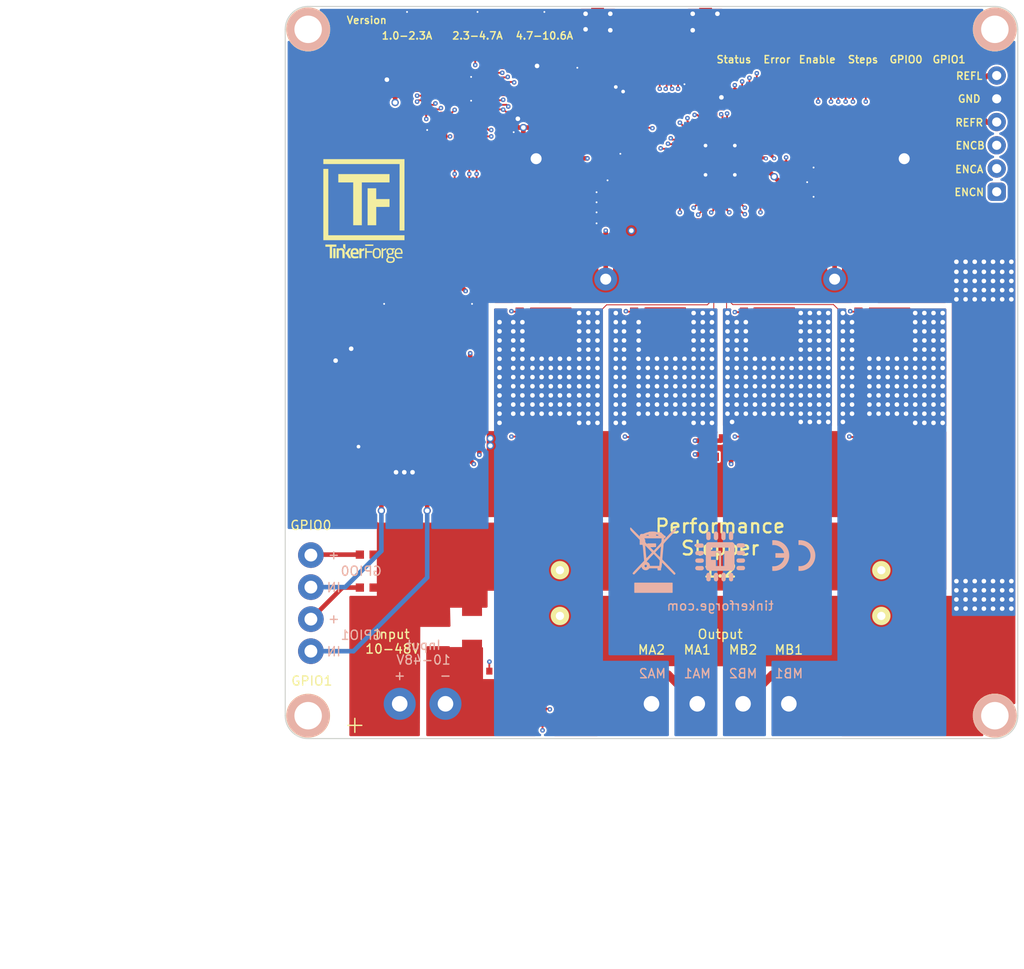
<source format=kicad_pcb>
(kicad_pcb (version 20171130) (host pcbnew 5.1.6-c6e7f7d~87~ubuntu20.04.1)
  (title_block (title "Performance Stepper V2 Bricklet") (date 2020-01-23) (rev 1.2) (company "Tinkerforge GmbH") (comment 1 "Licensed under CERN OHL v.1.1") (comment 2 "Copyright (©) 2020, T.Schneidermann <tim@tinkerforge.com>"))
  (layers (0 F.Cu power) (1 In1.Cu signal) (2 In2.Cu signal) (31 B.Cu power) (34 B.Paste user) (35 F.Paste user) (36 B.SilkS user) (37 F.SilkS user) (38 B.Mask user) (39 F.Mask user) (44 Edge.Cuts user))
  (net 0 "")
  (net 1 GND)
  (net 2 "Net-(C1-Pad1)")
  (net 3 VCC)
  (net 4 "Net-(C4-Pad1)")
  (net 5 "Net-(C10-Pad1)")
  (net 6 "Net-(C10-Pad2)")
  (net 7 "Net-(C11-Pad2)")
  (net 8 "Net-(C13-Pad2)")
  (net 9 "Net-(C13-Pad1)")
  (net 10 "Net-(C14-Pad1)")
  (net 11 "Net-(C14-Pad2)")
  (net 12 "Net-(C15-Pad2)")
  (net 13 "Net-(C15-Pad1)")
  (net 14 "Net-(C16-Pad1)")
  (net 15 "Net-(C16-Pad2)")
  (net 16 "Net-(C102-Pad2)")
  (net 17 "Net-(D1-Pad2)")
  (net 18 "Net-(D101-Pad2)")
  (net 19 +5V)
  (net 20 "Net-(P101-Pad4)")
  (net 21 "Net-(P101-Pad5)")
  (net 22 "Net-(P101-Pad6)")
  (net 23 "Net-(P102-Pad1)")
  (net 24 "Net-(P103-Pad2)")
  (net 25 "Net-(Q1-PadG)")
  (net 26 "Net-(Q2-PadS)")
  (net 27 "Net-(Q2-PadG)")
  (net 28 "Net-(Q3-PadG)")
  (net 29 "Net-(Q4-PadS)")
  (net 30 "Net-(Q4-PadG)")
  (net 31 "Net-(Q5-PadG)")
  (net 32 "Net-(Q6-PadG)")
  (net 33 "Net-(Q7-PadG)")
  (net 34 "Net-(Q8-PadG)")
  (net 35 "Net-(C7-Pad2)")
  (net 36 "Net-(C8-Pad2)")
  (net 37 "Net-(R2-Pad2)")
  (net 38 "Net-(R3-Pad2)")
  (net 39 "Net-(R4-Pad2)")
  (net 40 "Net-(R5-Pad2)")
  (net 41 "Net-(R6-Pad2)")
  (net 42 "Net-(R7-Pad2)")
  (net 43 "Net-(R8-Pad2)")
  (net 44 "Net-(R9-Pad2)")
  (net 45 "Net-(R12-Pad2)")
  (net 46 "Net-(R13-Pad2)")
  (net 47 "Net-(R14-Pad2)")
  (net 48 "Net-(R15-Pad2)")
  (net 49 CS_TMC)
  (net 50 SCK_TMC)
  (net 51 MOSI_TMC)
  (net 52 MISO_TMC)
  (net 53 "Net-(RP2-Pad5)")
  (net 54 "Net-(RP2-Pad6)")
  (net 55 "Net-(RP2-Pad7)")
  (net 56 "Net-(RP2-Pad8)")
  (net 57 "Net-(RP3-Pad6)")
  (net 58 DRV_ENN)
  (net 59 "Net-(RP3-Pad3)")
  (net 60 DIAG0)
  (net 61 DIAG1)
  (net 62 S-MISO)
  (net 63 S-MOSI)
  (net 64 S-CLK)
  (net 65 S-CS)
  (net 66 "Net-(C6-Pad2)")
  (net 67 "Net-(U2-Pad1)")
  (net 68 "Net-(U2-Pad2)")
  (net 69 "Net-(U2-Pad10)")
  (net 70 "Net-(U2-Pad15)")
  (net 71 "Net-(U2-Pad16)")
  (net 72 "Net-(U2-Pad25)")
  (net 73 "Net-(U2-Pad28)")
  (net 74 "Net-(U2-Pad32)")
  (net 75 "Net-(U2-Pad34)")
  (net 76 "Net-(U2-Pad43)")
  (net 77 "Net-(RP1-Pad7)")
  (net 78 V_GPIO)
  (net 79 "Net-(C23-Pad1)")
  (net 80 "Net-(C24-Pad1)")
  (net 81 "Net-(C25-Pad1)")
  (net 82 "Net-(P3-Pad3)")
  (net 83 "Net-(P3-Pad1)")
  (net 84 GPIO0)
  (net 85 GPIO1)
  (net 86 "Net-(R19-Pad2)")
  (net 87 "Net-(R20-Pad2)")
  (net 88 "Net-(P4-Pad1)")
  (net 89 "Net-(P4-Pad2)")
  (net 90 "Net-(P4-Pad3)")
  (net 91 "Net-(P4-Pad4)")
  (net 92 "Net-(D3-Pad2)")
  (net 93 "Net-(D4-Pad2)")
  (net 94 "Net-(D5-Pad2)")
  (net 95 "Net-(D6-Pad2)")
  (net 96 "Net-(RP4-Pad5)")
  (net 97 "Net-(RP4-Pad6)")
  (net 98 "Net-(RP4-Pad7)")
  (net 99 "Net-(RP4-Pad8)")
  (net 100 "Net-(RP1-Pad8)")
  (net 101 "Net-(RP1-Pad6)")
  (net 102 "Net-(RP1-Pad5)")
  (net 103 "Net-(D7-Pad2)")
  (net 104 "Net-(R25-Pad2)")
  (net 105 "Net-(R26-Pad2)")
  (net 106 "Net-(U2-Pad13)")
  (net 107 "Net-(U2-Pad33)")
  (net 108 "Net-(D8-Pad2)")
  (net 109 "Net-(U2-Pad11)")
  (net 110 V_Sense)
  (net 111 "Net-(P4-Pad6)")
  (net 112 TEMP)
  (net 113 "Net-(P5-Pad2)")
  (net 114 "Net-(P6-Pad2)")
  (net 115 "Net-(P7-Pad2)")
  (net 116 "Net-(U2-Pad7)")
  (module kicad-libraries:OQ_4P_Vertical (layer F.Cu) (at 47.8 155.2 270)
    (fp_text reference P3)
    (fp_text value GPIO)
    (pad 4 thru_hole circle (at 5.25 0 270) (size 2.8 2.8) (drill 1.4) (layers *.Cu *.Mask) (net 81 "Net-(C25-Pad1)"))
    (pad 1 thru_hole circle (at -5.25 0 270) (size 2.8 2.8) (drill 1.4) (layers *.Cu *.Mask) (net 83 "Net-(P3-Pad1)"))
    (pad 3 thru_hole circle (at 1.75 0 270) (size 2.8 2.8) (drill 1.4) (layers *.Cu *.Mask) (net 82 "Net-(P3-Pad3)"))
    (pad 2 thru_hole circle (at -1.75 0 270) (size 2.8 2.8) (drill 1.4) (layers *.Cu *.Mask) (net 80 "Net-(C24-Pad1)"))
  )
  (module kicad-libraries:OQ_4P_5mm_Vertical (layer F.Cu) (at 92.5 166.2)
    (fp_text reference P2)
    (fp_text value OUT)
    (pad 4 thru_hole circle (at 7.5 0) (size 3.5 3.5) (drill 1.7) (layers *.Cu *.Mask) (net 10 "Net-(C14-Pad1)"))
    (pad 1 thru_hole circle (at -7.5 0) (size 3.5 3.5) (drill 1.7) (layers *.Cu *.Mask) (net 13 "Net-(C15-Pad1)"))
    (pad 3 thru_hole circle (at 2.5 0) (size 3.5 3.5) (drill 1.7) (layers *.Cu *.Mask) (net 9 "Net-(C13-Pad1)"))
    (pad 2 thru_hole circle (at -2.5 0) (size 3.5 3.5) (drill 1.7) (layers *.Cu *.Mask) (net 14 "Net-(C16-Pad1)"))
  )
  (module kicad-libraries:OQ_2P_5mm_Vertical_Black (layer F.Cu) (at 60 166.2)
    (fp_text reference P1)
    (fp_text value VIN)
    (pad 2 thru_hole circle (at 2.5 0) (size 3.5 3.5) (drill 1.7) (layers *.Cu *.Mask) (net 108 "Net-(D8-Pad2)"))
    (pad 1 thru_hole circle (at -2.5 0) (size 3.5 3.5) (drill 1.7) (layers *.Cu *.Mask) (net 78 V_GPIO))
  )
  (module kicad-libraries:SolderJumper (layer F.Cu) (at 76.9 95.7 90)
    (fp_text reference P103)
    (fp_text value BOOT)
    (pad 2 smd rect (at 0.55 0 90) (size 0.3 1.4) (layers F.Cu F.Mask) (net 24 "Net-(P103-Pad2)"))
    (pad 2 smd rect (at 0.15 0 90) (size 0.6 0.5) (layers F.Cu F.Mask) (net 24 "Net-(P103-Pad2)"))
    (pad 1 smd rect (at -0.5 0 90) (size 0.4 1.4) (layers F.Cu F.Mask) (net 1 GND))
    (pad 1 smd rect (at -0.225 0.55 90) (size 0.95 0.3) (layers F.Cu F.Mask) (net 1 GND))
    (pad 1 smd rect (at -0.225 -0.55 90) (size 0.95 0.3) (layers F.Cu F.Mask) (net 1 GND))
  )
  (module kicad-libraries:SON_5x6mm (layer F.Cu) (at 74 138.2 90)
    (fp_text reference Q7)
    (fp_text value CSD19533Q5A)
    (pad D smd rect (at -0.2775 0 90) (size 4.2 4.51) (layers F.Cu F.Mask) (net 78 V_GPIO))
    (pad D smd rect (at -2.7525 -1.9175 90) (size 0.75 0.675) (layers F.Cu F.Paste F.Mask) (net 78 V_GPIO))
    (pad D smd rect (at -2.7525 -0.66 90) (size 0.75 0.675) (layers F.Cu F.Paste F.Mask) (net 78 V_GPIO))
    (pad D smd rect (at -2.7525 0.66 90) (size 0.75 0.675) (layers F.Cu F.Paste F.Mask) (net 78 V_GPIO))
    (pad D smd rect (at -2.7525 1.9175 90) (size 0.75 0.675) (layers F.Cu F.Paste F.Mask) (net 78 V_GPIO))
    (pad S smd rect (at 2.7525 -0.66 90) (size 0.75 0.675) (layers F.Cu F.Paste F.Mask) (net 13 "Net-(C15-Pad1)"))
    (pad S smd rect (at 2.7525 0.66 90) (size 0.75 0.675) (layers F.Cu F.Paste F.Mask) (net 13 "Net-(C15-Pad1)"))
    (pad G smd rect (at 2.7525 -1.9175 90) (size 0.75 0.675) (layers F.Cu F.Paste F.Mask) (net 33 "Net-(Q7-PadG)"))
    (pad S smd rect (at 2.7525 1.9175 90) (size 0.75 0.675) (layers F.Cu F.Paste F.Mask) (net 13 "Net-(C15-Pad1)"))
  )
  (module kicad-libraries:SON_5x6mm (layer F.Cu) (at 111 138.2 90)
    (fp_text reference Q1)
    (fp_text value CSD19533Q5A)
    (pad D smd rect (at -0.2775 0 90) (size 4.2 4.51) (layers F.Cu F.Mask) (net 78 V_GPIO))
    (pad D smd rect (at -2.7525 -1.9175 90) (size 0.75 0.675) (layers F.Cu F.Paste F.Mask) (net 78 V_GPIO))
    (pad D smd rect (at -2.7525 -0.66 90) (size 0.75 0.675) (layers F.Cu F.Paste F.Mask) (net 78 V_GPIO))
    (pad D smd rect (at -2.7525 0.66 90) (size 0.75 0.675) (layers F.Cu F.Paste F.Mask) (net 78 V_GPIO))
    (pad D smd rect (at -2.7525 1.9175 90) (size 0.75 0.675) (layers F.Cu F.Paste F.Mask) (net 78 V_GPIO))
    (pad S smd rect (at 2.7525 -0.66 90) (size 0.75 0.675) (layers F.Cu F.Paste F.Mask) (net 10 "Net-(C14-Pad1)"))
    (pad S smd rect (at 2.7525 0.66 90) (size 0.75 0.675) (layers F.Cu F.Paste F.Mask) (net 10 "Net-(C14-Pad1)"))
    (pad G smd rect (at 2.7525 -1.9175 90) (size 0.75 0.675) (layers F.Cu F.Paste F.Mask) (net 25 "Net-(Q1-PadG)"))
    (pad S smd rect (at 2.7525 1.9175 90) (size 0.75 0.675) (layers F.Cu F.Paste F.Mask) (net 10 "Net-(C14-Pad1)"))
  )
  (module kicad-libraries:SON_5x6mm (layer F.Cu) (at 111 124.7225 90)
    (fp_text reference Q2)
    (fp_text value CSD19533Q5A)
    (pad D smd rect (at -0.2775 0 90) (size 4.2 4.51) (layers F.Cu F.Mask) (net 10 "Net-(C14-Pad1)"))
    (pad D smd rect (at -2.7525 -1.9175 90) (size 0.75 0.675) (layers F.Cu F.Paste F.Mask) (net 10 "Net-(C14-Pad1)"))
    (pad D smd rect (at -2.7525 -0.66 90) (size 0.75 0.675) (layers F.Cu F.Paste F.Mask) (net 10 "Net-(C14-Pad1)"))
    (pad D smd rect (at -2.7525 0.66 90) (size 0.75 0.675) (layers F.Cu F.Paste F.Mask) (net 10 "Net-(C14-Pad1)"))
    (pad D smd rect (at -2.7525 1.9175 90) (size 0.75 0.675) (layers F.Cu F.Paste F.Mask) (net 10 "Net-(C14-Pad1)"))
    (pad S smd rect (at 2.7525 -0.66 90) (size 0.75 0.675) (layers F.Cu F.Paste F.Mask) (net 26 "Net-(Q2-PadS)"))
    (pad S smd rect (at 2.7525 0.66 90) (size 0.75 0.675) (layers F.Cu F.Paste F.Mask) (net 26 "Net-(Q2-PadS)"))
    (pad G smd rect (at 2.7525 -1.9175 90) (size 0.75 0.675) (layers F.Cu F.Paste F.Mask) (net 27 "Net-(Q2-PadG)"))
    (pad S smd rect (at 2.7525 1.9175 90) (size 0.75 0.675) (layers F.Cu F.Paste F.Mask) (net 26 "Net-(Q2-PadS)"))
  )
  (module kicad-libraries:SON_5x6mm (layer F.Cu) (at 86.5 138.2 90)
    (fp_text reference Q3)
    (fp_text value CSD19533Q5A)
    (pad D smd rect (at -0.2775 0 90) (size 4.2 4.51) (layers F.Cu F.Mask) (net 78 V_GPIO))
    (pad D smd rect (at -2.7525 -1.9175 90) (size 0.75 0.675) (layers F.Cu F.Paste F.Mask) (net 78 V_GPIO))
    (pad D smd rect (at -2.7525 -0.66 90) (size 0.75 0.675) (layers F.Cu F.Paste F.Mask) (net 78 V_GPIO))
    (pad D smd rect (at -2.7525 0.66 90) (size 0.75 0.675) (layers F.Cu F.Paste F.Mask) (net 78 V_GPIO))
    (pad D smd rect (at -2.7525 1.9175 90) (size 0.75 0.675) (layers F.Cu F.Paste F.Mask) (net 78 V_GPIO))
    (pad S smd rect (at 2.7525 -0.66 90) (size 0.75 0.675) (layers F.Cu F.Paste F.Mask) (net 14 "Net-(C16-Pad1)"))
    (pad S smd rect (at 2.7525 0.66 90) (size 0.75 0.675) (layers F.Cu F.Paste F.Mask) (net 14 "Net-(C16-Pad1)"))
    (pad G smd rect (at 2.7525 -1.9175 90) (size 0.75 0.675) (layers F.Cu F.Paste F.Mask) (net 28 "Net-(Q3-PadG)"))
    (pad S smd rect (at 2.7525 1.9175 90) (size 0.75 0.675) (layers F.Cu F.Paste F.Mask) (net 14 "Net-(C16-Pad1)"))
  )
  (module kicad-libraries:SON_5x6mm (layer F.Cu) (at 86.5 124.7 90)
    (fp_text reference Q4)
    (fp_text value CSD19533Q5A)
    (pad D smd rect (at -0.2775 0 90) (size 4.2 4.51) (layers F.Cu F.Mask) (net 14 "Net-(C16-Pad1)"))
    (pad D smd rect (at -2.7525 -1.9175 90) (size 0.75 0.675) (layers F.Cu F.Paste F.Mask) (net 14 "Net-(C16-Pad1)"))
    (pad D smd rect (at -2.7525 -0.66 90) (size 0.75 0.675) (layers F.Cu F.Paste F.Mask) (net 14 "Net-(C16-Pad1)"))
    (pad D smd rect (at -2.7525 0.66 90) (size 0.75 0.675) (layers F.Cu F.Paste F.Mask) (net 14 "Net-(C16-Pad1)"))
    (pad D smd rect (at -2.7525 1.9175 90) (size 0.75 0.675) (layers F.Cu F.Paste F.Mask) (net 14 "Net-(C16-Pad1)"))
    (pad S smd rect (at 2.7525 -0.66 90) (size 0.75 0.675) (layers F.Cu F.Paste F.Mask) (net 29 "Net-(Q4-PadS)"))
    (pad S smd rect (at 2.7525 0.66 90) (size 0.75 0.675) (layers F.Cu F.Paste F.Mask) (net 29 "Net-(Q4-PadS)"))
    (pad G smd rect (at 2.7525 -1.9175 90) (size 0.75 0.675) (layers F.Cu F.Paste F.Mask) (net 30 "Net-(Q4-PadG)"))
    (pad S smd rect (at 2.7525 1.9175 90) (size 0.75 0.675) (layers F.Cu F.Paste F.Mask) (net 29 "Net-(Q4-PadS)"))
  )
  (module kicad-libraries:SON_5x6mm (layer F.Cu) (at 98.5 138.2 90)
    (fp_text reference Q5)
    (fp_text value CSD19533Q5A)
    (pad D smd rect (at -0.2775 0 90) (size 4.2 4.51) (layers F.Cu F.Mask) (net 78 V_GPIO))
    (pad D smd rect (at -2.7525 -1.9175 90) (size 0.75 0.675) (layers F.Cu F.Paste F.Mask) (net 78 V_GPIO))
    (pad D smd rect (at -2.7525 -0.66 90) (size 0.75 0.675) (layers F.Cu F.Paste F.Mask) (net 78 V_GPIO))
    (pad D smd rect (at -2.7525 0.66 90) (size 0.75 0.675) (layers F.Cu F.Paste F.Mask) (net 78 V_GPIO))
    (pad D smd rect (at -2.7525 1.9175 90) (size 0.75 0.675) (layers F.Cu F.Paste F.Mask) (net 78 V_GPIO))
    (pad S smd rect (at 2.7525 -0.66 90) (size 0.75 0.675) (layers F.Cu F.Paste F.Mask) (net 9 "Net-(C13-Pad1)"))
    (pad S smd rect (at 2.7525 0.66 90) (size 0.75 0.675) (layers F.Cu F.Paste F.Mask) (net 9 "Net-(C13-Pad1)"))
    (pad G smd rect (at 2.7525 -1.9175 90) (size 0.75 0.675) (layers F.Cu F.Paste F.Mask) (net 31 "Net-(Q5-PadG)"))
    (pad S smd rect (at 2.7525 1.9175 90) (size 0.75 0.675) (layers F.Cu F.Paste F.Mask) (net 9 "Net-(C13-Pad1)"))
  )
  (module kicad-libraries:SON_5x6mm (layer F.Cu) (at 98.4 124.7 90)
    (fp_text reference Q6)
    (fp_text value CSD19533Q5A)
    (pad D smd rect (at -0.2775 0 90) (size 4.2 4.51) (layers F.Cu F.Mask) (net 9 "Net-(C13-Pad1)"))
    (pad D smd rect (at -2.7525 -1.9175 90) (size 0.75 0.675) (layers F.Cu F.Paste F.Mask) (net 9 "Net-(C13-Pad1)"))
    (pad D smd rect (at -2.7525 -0.66 90) (size 0.75 0.675) (layers F.Cu F.Paste F.Mask) (net 9 "Net-(C13-Pad1)"))
    (pad D smd rect (at -2.7525 0.66 90) (size 0.75 0.675) (layers F.Cu F.Paste F.Mask) (net 9 "Net-(C13-Pad1)"))
    (pad D smd rect (at -2.7525 1.9175 90) (size 0.75 0.675) (layers F.Cu F.Paste F.Mask) (net 9 "Net-(C13-Pad1)"))
    (pad S smd rect (at 2.7525 -0.66 90) (size 0.75 0.675) (layers F.Cu F.Paste F.Mask) (net 26 "Net-(Q2-PadS)"))
    (pad S smd rect (at 2.7525 0.66 90) (size 0.75 0.675) (layers F.Cu F.Paste F.Mask) (net 26 "Net-(Q2-PadS)"))
    (pad G smd rect (at 2.7525 -1.9175 90) (size 0.75 0.675) (layers F.Cu F.Paste F.Mask) (net 32 "Net-(Q6-PadG)"))
    (pad S smd rect (at 2.7525 1.9175 90) (size 0.75 0.675) (layers F.Cu F.Paste F.Mask) (net 26 "Net-(Q2-PadS)"))
  )
  (module kicad-libraries:SON_5x6mm (layer F.Cu) (at 74 124.7225 90)
    (fp_text reference Q8)
    (fp_text value CSD19533Q5A)
    (pad D smd rect (at -0.2775 0 90) (size 4.2 4.51) (layers F.Cu F.Mask) (net 13 "Net-(C15-Pad1)"))
    (pad D smd rect (at -2.7525 -1.9175 90) (size 0.75 0.675) (layers F.Cu F.Paste F.Mask) (net 13 "Net-(C15-Pad1)"))
    (pad D smd rect (at -2.7525 -0.66 90) (size 0.75 0.675) (layers F.Cu F.Paste F.Mask) (net 13 "Net-(C15-Pad1)"))
    (pad D smd rect (at -2.7525 0.66 90) (size 0.75 0.675) (layers F.Cu F.Paste F.Mask) (net 13 "Net-(C15-Pad1)"))
    (pad D smd rect (at -2.7525 1.9175 90) (size 0.75 0.675) (layers F.Cu F.Paste F.Mask) (net 13 "Net-(C15-Pad1)"))
    (pad S smd rect (at 2.7525 -0.66 90) (size 0.75 0.675) (layers F.Cu F.Paste F.Mask) (net 29 "Net-(Q4-PadS)"))
    (pad S smd rect (at 2.7525 0.66 90) (size 0.75 0.675) (layers F.Cu F.Paste F.Mask) (net 29 "Net-(Q4-PadS)"))
    (pad G smd rect (at 2.7525 -1.9175 90) (size 0.75 0.675) (layers F.Cu F.Paste F.Mask) (net 34 "Net-(Q8-PadG)"))
    (pad S smd rect (at 2.7525 1.9175 90) (size 0.75 0.675) (layers F.Cu F.Paste F.Mask) (net 29 "Net-(Q4-PadS)"))
  )
  (module kicad-libraries:SON_5x6mm (layer F.Cu) (at 69.205 165.385 90)
    (fp_text reference Q9)
    (fp_text value CSD19533Q5A)
    (pad D smd rect (at -0.2775 0 90) (size 4.2 4.51) (layers F.Cu F.Mask) (net 108 "Net-(D8-Pad2)"))
    (pad D smd rect (at -2.7525 -1.9175 90) (size 0.75 0.675) (layers F.Cu F.Paste F.Mask) (net 108 "Net-(D8-Pad2)"))
    (pad D smd rect (at -2.7525 -0.66 90) (size 0.75 0.675) (layers F.Cu F.Paste F.Mask) (net 108 "Net-(D8-Pad2)"))
    (pad D smd rect (at -2.7525 0.66 90) (size 0.75 0.675) (layers F.Cu F.Paste F.Mask) (net 108 "Net-(D8-Pad2)"))
    (pad D smd rect (at -2.7525 1.9175 90) (size 0.75 0.675) (layers F.Cu F.Paste F.Mask) (net 108 "Net-(D8-Pad2)"))
    (pad S smd rect (at 2.7525 -0.66 90) (size 0.75 0.675) (layers F.Cu F.Paste F.Mask) (net 1 GND))
    (pad S smd rect (at 2.7525 0.66 90) (size 0.75 0.675) (layers F.Cu F.Paste F.Mask) (net 1 GND))
    (pad G smd rect (at 2.7525 -1.9175 90) (size 0.75 0.675) (layers F.Cu F.Paste F.Mask) (net 17 "Net-(D1-Pad2)"))
    (pad S smd rect (at 2.7525 1.9175 90) (size 0.75 0.675) (layers F.Cu F.Paste F.Mask) (net 1 GND))
  )
  (module kicad-libraries:Fiducial_Mark (layer F.Cu) (at 101 114)
    (fp_text reference Fiducial_Mark hide)
    (fp_text value VAL** hide)
    (pad 1 smd circle (at 0 0) (size 1.00076 1.00076) (layers F.Cu F.Paste F.Mask) (clearance 0.65024))
  )
  (module kicad-libraries:Fiducial_Mark (layer F.Cu) (at 64 143)
    (fp_text reference Fiducial_Mark hide)
    (fp_text value VAL** hide)
    (pad 1 smd circle (at 0 0) (size 1.00076 1.00076) (layers F.Cu F.Paste F.Mask) (clearance 0.65024))
  )
  (module kicad-libraries:Fiducial_Mark (layer F.Cu) (at 116 99)
    (fp_text reference Fiducial_Mark hide)
    (fp_text value VAL** hide)
    (pad 1 smd circle (at 0 0) (size 1.00076 1.00076) (layers F.Cu F.Paste F.Mask) (clearance 0.65024))
  )
  (module kicad-libraries:Fiducial_Mark (layer F.Cu) (at 53 94)
    (fp_text reference Fiducial_Mark hide)
    (fp_text value VAL** hide)
    (pad 1 smd circle (at 0 0) (size 1.00076 1.00076) (layers F.Cu F.Paste F.Mask) (clearance 0.65024))
  )
  (module kicad-libraries:WEEE_7mm (layer B.Cu) (at 85.2 150.5 180)
    (fp_text reference VAL hide)
    (fp_text value WEEE_7mm hide)
  )
  (module kicad-libraries:CE_5mm (layer B.Cu) (at 100.5 150 180)
    (fp_text reference VAL hide)
    (fp_text value CE_5mm hide)
  )
  (module kicad-libraries:Logo_CoMCU (layer B.Cu) (at 92.5 150.1 180)
    (fp_text reference G*** hide)
    (fp_text value LOGO hide)
  )
  (module kicad-libraries:R0603F (layer F.Cu) (at 84.1 104 90)
    (fp_text reference R1)
    (fp_text value 2,2)
    (pad 2 smd rect (at 0.75 0 90) (size 0.9 0.9) (layers F.Cu F.Paste F.Mask) (net 35 "Net-(C7-Pad2)"))
    (pad 1 smd rect (at -0.75 0 90) (size 0.9 0.9) (layers F.Cu F.Paste F.Mask) (net 36 "Net-(C8-Pad2)"))
  )
  (module kicad-libraries:Logo_TF_10x12 (layer F.Cu) (at 53.6 112.2)
    (fp_text reference G*** hide)
    (fp_text value LOGO hide)
  )
  (module kicad-libraries:SMB (layer F.Cu) (at 65.4 157.9 270)
    (fp_text reference D8)
    (fp_text value SMBJ48CA)
    (pad 2 smd rect (at 2.11 0 270) (size 1.62 2.18) (layers F.Cu F.Paste F.Mask) (net 108 "Net-(D8-Pad2)"))
    (pad 1 smd rect (at -2.11 0 270) (size 1.62 2.18) (layers F.Cu F.Paste F.Mask) (net 78 V_GPIO))
  )
  (module kicad-libraries:DIP_8_SMD (layer F.Cu) (at 59.3 130 180)
    (fp_text reference U3)
    (fp_text value LTV-827)
    (pad 8 smd rect (at 3.81 4.50596 180) (size 1.78054 1.99898) (layers F.Cu F.Paste F.Mask) (net 3 VCC))
    (pad 7 smd rect (at 1.27 4.50596 180) (size 1.78054 1.99898) (layers F.Cu F.Paste F.Mask) (net 84 GPIO0))
    (pad 6 smd rect (at -1.27 4.50596 180) (size 1.78054 1.99898) (layers F.Cu F.Paste F.Mask) (net 3 VCC))
    (pad 5 smd rect (at -3.81 4.50596 180) (size 1.78054 1.99898) (layers F.Cu F.Paste F.Mask) (net 85 GPIO1))
    (pad 4 smd rect (at -3.81 -4.50596 180) (size 1.78054 1.99898) (layers F.Cu F.Paste F.Mask) (net 79 "Net-(C23-Pad1)"))
    (pad 3 smd rect (at -1.27 -4.50596 180) (size 1.78054 1.99898) (layers F.Cu F.Paste F.Mask) (net 87 "Net-(R20-Pad2)"))
    (pad 2 smd rect (at 1.27 -4.50596 180) (size 1.78054 1.99898) (layers F.Cu F.Paste F.Mask) (net 79 "Net-(C23-Pad1)"))
    (pad 1 smd rect (at 3.81 -4.50088 180) (size 1.78054 1.99898) (layers F.Cu F.Paste F.Mask) (net 86 "Net-(R19-Pad2)"))
  )
  (module kicad-libraries:C0603F (layer F.Cu) (at 71.7 102 180)
    (fp_text reference C1)
    (fp_text value 10pF)
    (pad 2 smd rect (at 0.75 0 180) (size 0.9 0.9) (layers F.Cu F.Paste F.Mask) (net 1 GND))
    (pad 1 smd rect (at -0.75 0 180) (size 0.9 0.9) (layers F.Cu F.Paste F.Mask) (net 2 "Net-(C1-Pad1)"))
  )
  (module kicad-libraries:C0603F (layer F.Cu) (at 69.3 103.1 270)
    (fp_text reference C2)
    (fp_text value 100nF)
    (pad 2 smd rect (at 0.75 0 270) (size 0.9 0.9) (layers F.Cu F.Paste F.Mask) (net 1 GND))
    (pad 1 smd rect (at -0.75 0 270) (size 0.9 0.9) (layers F.Cu F.Paste F.Mask) (net 3 VCC))
  )
  (module kicad-libraries:C0603F (layer F.Cu) (at 57 98.8 90)
    (fp_text reference C3)
    (fp_text value 220nF)
    (pad 2 smd rect (at 0.75 0 90) (size 0.9 0.9) (layers F.Cu F.Paste F.Mask) (net 1 GND))
    (pad 1 smd rect (at -0.75 0 90) (size 0.9 0.9) (layers F.Cu F.Paste F.Mask) (net 3 VCC))
  )
  (module kicad-libraries:C0603F (layer F.Cu) (at 71.7 97.4)
    (fp_text reference C4)
    (fp_text value 10pF)
    (pad 2 smd rect (at 0.75 0) (size 0.9 0.9) (layers F.Cu F.Paste F.Mask) (net 1 GND))
    (pad 1 smd rect (at -0.75 0) (size 0.9 0.9) (layers F.Cu F.Paste F.Mask) (net 4 "Net-(C4-Pad1)"))
  )
  (module kicad-libraries:C0603F (layer F.Cu) (at 100.4 109.2)
    (fp_text reference C5)
    (fp_text value 100nF/100V)
    (pad 2 smd rect (at 0.75 0) (size 0.9 0.9) (layers F.Cu F.Paste F.Mask) (net 1 GND))
    (pad 1 smd rect (at -0.75 0) (size 0.9 0.9) (layers F.Cu F.Paste F.Mask) (net 78 V_GPIO))
  )
  (module kicad-libraries:C0603F (layer F.Cu) (at 83.3 106.1)
    (fp_text reference C8)
    (fp_text value 470nF/25V)
    (pad 2 smd rect (at 0.75 0) (size 0.9 0.9) (layers F.Cu F.Paste F.Mask) (net 36 "Net-(C8-Pad2)"))
    (pad 1 smd rect (at -0.75 0) (size 0.9 0.9) (layers F.Cu F.Paste F.Mask) (net 1 GND))
  )
  (module kicad-libraries:C0603F (layer F.Cu) (at 91.8 100.9)
    (fp_text reference C9)
    (fp_text value 100nF)
    (pad 2 smd rect (at 0.75 0) (size 0.9 0.9) (layers F.Cu F.Paste F.Mask) (net 1 GND))
    (pad 1 smd rect (at -0.75 0) (size 0.9 0.9) (layers F.Cu F.Paste F.Mask) (net 3 VCC))
  )
  (module kicad-libraries:C0603F (layer F.Cu) (at 83.3 107.6)
    (fp_text reference C10)
    (fp_text value 22nF/100V)
    (pad 2 smd rect (at 0.75 0) (size 0.9 0.9) (layers F.Cu F.Paste F.Mask) (net 6 "Net-(C10-Pad2)"))
    (pad 1 smd rect (at -0.75 0) (size 0.9 0.9) (layers F.Cu F.Paste F.Mask) (net 5 "Net-(C10-Pad1)"))
  )
  (module kicad-libraries:C0603F (layer F.Cu) (at 84.6 109.8 270)
    (fp_text reference C11)
    (fp_text value 100nF/100V)
    (pad 2 smd rect (at 0.75 0 270) (size 0.9 0.9) (layers F.Cu F.Paste F.Mask) (net 7 "Net-(C11-Pad2)"))
    (pad 1 smd rect (at -0.75 0 270) (size 0.9 0.9) (layers F.Cu F.Paste F.Mask) (net 78 V_GPIO))
  )
  (module kicad-libraries:C0603F (layer F.Cu) (at 81.8 109 180)
    (fp_text reference C12)
    (fp_text value 100nF/100V)
    (pad 2 smd rect (at 0.75 0 180) (size 0.9 0.9) (layers F.Cu F.Paste F.Mask) (net 1 GND))
    (pad 1 smd rect (at -0.75 0 180) (size 0.9 0.9) (layers F.Cu F.Paste F.Mask) (net 78 V_GPIO))
  )
  (module kicad-libraries:C0603F (layer F.Cu) (at 93.95 113.6 180)
    (fp_text reference C13)
    (fp_text value 470nF/25V)
    (pad 2 smd rect (at 0.75 0 180) (size 0.9 0.9) (layers F.Cu F.Paste F.Mask) (net 8 "Net-(C13-Pad2)"))
    (pad 1 smd rect (at -0.75 0 180) (size 0.9 0.9) (layers F.Cu F.Paste F.Mask) (net 9 "Net-(C13-Pad1)"))
  )
  (module kicad-libraries:C0603F (layer F.Cu) (at 96.9 113.6)
    (fp_text reference C14)
    (fp_text value 470nF/25V)
    (pad 2 smd rect (at 0.75 0) (size 0.9 0.9) (layers F.Cu F.Paste F.Mask) (net 11 "Net-(C14-Pad2)"))
    (pad 1 smd rect (at -0.75 0) (size 0.9 0.9) (layers F.Cu F.Paste F.Mask) (net 10 "Net-(C14-Pad1)"))
  )
  (module kicad-libraries:C0603F (layer F.Cu) (at 88.05 113.6 180)
    (fp_text reference C15)
    (fp_text value 470nF/25V)
    (pad 2 smd rect (at 0.75 0 180) (size 0.9 0.9) (layers F.Cu F.Paste F.Mask) (net 12 "Net-(C15-Pad2)"))
    (pad 1 smd rect (at -0.75 0 180) (size 0.9 0.9) (layers F.Cu F.Paste F.Mask) (net 13 "Net-(C15-Pad1)"))
  )
  (module kicad-libraries:C0603F (layer F.Cu) (at 91 113.6)
    (fp_text reference C16)
    (fp_text value 470nF/25V)
    (pad 2 smd rect (at 0.75 0) (size 0.9 0.9) (layers F.Cu F.Paste F.Mask) (net 15 "Net-(C16-Pad2)"))
    (pad 1 smd rect (at -0.75 0) (size 0.9 0.9) (layers F.Cu F.Paste F.Mask) (net 14 "Net-(C16-Pad1)"))
  )
  (module kicad-libraries:C0805 (layer F.Cu) (at 82.70924 97.1)
    (fp_text reference C101)
    (fp_text value 10uF)
    (pad 2 smd rect (at 1.00076 0) (size 1.00076 1.24968) (layers F.Cu F.Paste F.Mask) (net 3 VCC) (clearance 0.14986))
    (pad 1 smd rect (at -1.00076 0) (size 1.00076 1.24968) (layers F.Cu F.Paste F.Mask) (net 1 GND) (clearance 0.14986))
  )
  (module kicad-libraries:C0402F (layer F.Cu) (at 88.6 97.4 90)
    (fp_text reference C102)
    (fp_text value 220pF)
    (pad 1 smd rect (at -0.5 0 90) (size 0.6 0.7) (layers F.Cu F.Paste F.Mask) (net 1 GND))
    (pad 2 smd rect (at 0.5 0 90) (size 0.6 0.7) (layers F.Cu F.Paste F.Mask) (net 16 "Net-(C102-Pad2)"))
  )
  (module kicad-libraries:C0603F (layer F.Cu) (at 82.7 98.6)
    (fp_text reference C103)
    (fp_text value 1uF)
    (pad 2 smd rect (at 0.75 0) (size 0.9 0.9) (layers F.Cu F.Paste F.Mask) (net 3 VCC))
    (pad 1 smd rect (at -0.75 0) (size 0.9 0.9) (layers F.Cu F.Paste F.Mask) (net 1 GND))
  )
  (module kicad-libraries:C0603F (layer F.Cu) (at 61.5 104.2 180)
    (fp_text reference C104)
    (fp_text value 100nF)
    (pad 2 smd rect (at 0.75 0 180) (size 0.9 0.9) (layers F.Cu F.Paste F.Mask) (net 1 GND))
    (pad 1 smd rect (at -0.75 0 180) (size 0.9 0.9) (layers F.Cu F.Paste F.Mask) (net 3 VCC))
  )
  (module kicad-libraries:SOD-123 (layer F.Cu) (at 73.2 163.5 270)
    (fp_text reference D1)
    (fp_text value Z12V)
    (pad 2 smd rect (at 1.84912 0 270) (size 1.19888 0.70104) (layers F.Cu F.Paste F.Mask) (net 17 "Net-(D1-Pad2)") (clearance 0.14986))
    (pad 1 smd rect (at -1.84912 0 270) (size 1.19888 0.70104) (layers F.Cu F.Paste F.Mask) (net 1 GND) (clearance 0.14986))
  )
  (module kicad-libraries:D0603E (layer F.Cu) (at 94 93 270)
    (fp_text reference D101)
    (fp_text value blue)
    (pad 2 smd rect (at 0.8501 0 270) (size 1.1 1) (layers F.Cu F.Paste F.Mask) (net 18 "Net-(D101-Pad2)"))
    (pad 1 smd rect (at -0.8501 0 270) (size 1.1 1) (layers F.Cu F.Paste F.Mask) (net 3 VCC))
  )
  (module kicad-libraries:DEBUG_PAD (layer F.Cu) (at 74.4 96.1)
    (fp_text reference P102)
    (fp_text value DEBUG)
    (pad 1 smd circle (at 0 0) (size 0.7 0.7) (layers F.Cu F.Mask) (net 23 "Net-(P102-Pad1)"))
  )
  (module kicad-libraries:R0603F (layer F.Cu) (at 107.6 136.3 270)
    (fp_text reference R2)
    (fp_text value 10)
    (pad 2 smd rect (at 0.75 0 270) (size 0.9 0.9) (layers F.Cu F.Paste F.Mask) (net 37 "Net-(R2-Pad2)"))
    (pad 1 smd rect (at -0.75 0 270) (size 0.9 0.9) (layers F.Cu F.Paste F.Mask) (net 25 "Net-(Q1-PadG)"))
  )
  (module kicad-libraries:R0603F (layer F.Cu) (at 107.6 122.6 270)
    (fp_text reference R3)
    (fp_text value 10)
    (pad 2 smd rect (at 0.75 0 270) (size 0.9 0.9) (layers F.Cu F.Paste F.Mask) (net 38 "Net-(R3-Pad2)"))
    (pad 1 smd rect (at -0.75 0 270) (size 0.9 0.9) (layers F.Cu F.Paste F.Mask) (net 27 "Net-(Q2-PadG)"))
  )
  (module kicad-libraries:R0603F (layer F.Cu) (at 83.1 136.3 270)
    (fp_text reference R4)
    (fp_text value 10)
    (pad 2 smd rect (at 0.75 0 270) (size 0.9 0.9) (layers F.Cu F.Paste F.Mask) (net 39 "Net-(R4-Pad2)"))
    (pad 1 smd rect (at -0.75 0 270) (size 0.9 0.9) (layers F.Cu F.Paste F.Mask) (net 28 "Net-(Q3-PadG)"))
  )
  (module kicad-libraries:R0603F (layer F.Cu) (at 83.1 122.6 270)
    (fp_text reference R5)
    (fp_text value 10)
    (pad 2 smd rect (at 0.75 0 270) (size 0.9 0.9) (layers F.Cu F.Paste F.Mask) (net 40 "Net-(R5-Pad2)"))
    (pad 1 smd rect (at -0.75 0 270) (size 0.9 0.9) (layers F.Cu F.Paste F.Mask) (net 30 "Net-(Q4-PadG)"))
  )
  (module kicad-libraries:R0603F (layer F.Cu) (at 105 116 90)
    (fp_text reference R6)
    (fp_text value 47)
    (pad 2 smd rect (at 0.75 0 90) (size 0.9 0.9) (layers F.Cu F.Paste F.Mask) (net 41 "Net-(R6-Pad2)"))
    (pad 1 smd rect (at -0.75 0 90) (size 0.9 0.9) (layers F.Cu F.Paste F.Mask) (net 26 "Net-(Q2-PadS)"))
  )
  (module kicad-libraries:R0603F (layer F.Cu) (at 108.6 106.6 180)
    (fp_text reference R7)
    (fp_text value 47)
    (pad 2 smd rect (at 0.75 0 180) (size 0.9 0.9) (layers F.Cu F.Paste F.Mask) (net 42 "Net-(R7-Pad2)"))
    (pad 1 smd rect (at -0.75 0 180) (size 0.9 0.9) (layers F.Cu F.Paste F.Mask) (net 1 GND))
  )
  (module kicad-libraries:R0603F (layer F.Cu) (at 80 116 90)
    (fp_text reference R8)
    (fp_text value 47)
    (pad 2 smd rect (at 0.75 0 90) (size 0.9 0.9) (layers F.Cu F.Paste F.Mask) (net 43 "Net-(R8-Pad2)"))
    (pad 1 smd rect (at -0.75 0 90) (size 0.9 0.9) (layers F.Cu F.Paste F.Mask) (net 29 "Net-(Q4-PadS)"))
  )
  (module kicad-libraries:R0603F (layer F.Cu) (at 76.3 106.6)
    (fp_text reference R9)
    (fp_text value 47)
    (pad 2 smd rect (at 0.75 0) (size 0.9 0.9) (layers F.Cu F.Paste F.Mask) (net 44 "Net-(R9-Pad2)"))
    (pad 1 smd rect (at -0.75 0) (size 0.9 0.9) (layers F.Cu F.Paste F.Mask) (net 1 GND))
  )
  (module kicad-libraries:R0603F (layer F.Cu) (at 95.1 136.3 270)
    (fp_text reference R12)
    (fp_text value 10)
    (pad 2 smd rect (at 0.75 0 270) (size 0.9 0.9) (layers F.Cu F.Paste F.Mask) (net 45 "Net-(R12-Pad2)"))
    (pad 1 smd rect (at -0.75 0 270) (size 0.9 0.9) (layers F.Cu F.Paste F.Mask) (net 31 "Net-(Q5-PadG)"))
  )
  (module kicad-libraries:R0603F (layer F.Cu) (at 95.1 122.6 270)
    (fp_text reference R13)
    (fp_text value 10)
    (pad 2 smd rect (at 0.75 0 270) (size 0.9 0.9) (layers F.Cu F.Paste F.Mask) (net 46 "Net-(R13-Pad2)"))
    (pad 1 smd rect (at -0.75 0 270) (size 0.9 0.9) (layers F.Cu F.Paste F.Mask) (net 32 "Net-(Q6-PadG)"))
  )
  (module kicad-libraries:R0603F (layer F.Cu) (at 70.6 136.3 270)
    (fp_text reference R14)
    (fp_text value 10)
    (pad 2 smd rect (at 0.75 0 270) (size 0.9 0.9) (layers F.Cu F.Paste F.Mask) (net 47 "Net-(R14-Pad2)"))
    (pad 1 smd rect (at -0.75 0 270) (size 0.9 0.9) (layers F.Cu F.Paste F.Mask) (net 33 "Net-(Q7-PadG)"))
  )
  (module kicad-libraries:R0603F (layer F.Cu) (at 70.6 122.6 270)
    (fp_text reference R15)
    (fp_text value 10)
    (pad 2 smd rect (at 0.75 0 270) (size 0.9 0.9) (layers F.Cu F.Paste F.Mask) (net 48 "Net-(R15-Pad2)"))
    (pad 1 smd rect (at -0.75 0 270) (size 0.9 0.9) (layers F.Cu F.Paste F.Mask) (net 34 "Net-(Q8-PadG)"))
  )
  (module kicad-libraries:R0603F (layer F.Cu) (at 73.1 167.5 270)
    (fp_text reference R16)
    (fp_text value 100k)
    (pad 2 smd rect (at 0.75 0 270) (size 0.9 0.9) (layers F.Cu F.Paste F.Mask) (net 78 V_GPIO))
    (pad 1 smd rect (at -0.75 0 270) (size 0.9 0.9) (layers F.Cu F.Paste F.Mask) (net 17 "Net-(D1-Pad2)"))
  )
  (module kicad-libraries:0603X4 (layer F.Cu) (at 64.7 110.2 180)
    (fp_text reference RP1)
    (fp_text value 10k)
    (pad 8 smd rect (at 1.19888 0.8509 180) (size 0.44958 0.89916) (layers F.Cu F.Paste F.Mask) (net 100 "Net-(RP1-Pad8)"))
    (pad 7 smd rect (at 0.39878 0.8509 180) (size 0.44958 0.89916) (layers F.Cu F.Paste F.Mask) (net 77 "Net-(RP1-Pad7)"))
    (pad 6 smd rect (at -0.39878 0.8509 180) (size 0.44958 0.89916) (layers F.Cu F.Paste F.Mask) (net 101 "Net-(RP1-Pad6)"))
    (pad 5 smd rect (at -1.19888 0.8509 180) (size 0.44958 0.89916) (layers F.Cu F.Paste F.Mask) (net 102 "Net-(RP1-Pad5)"))
    (pad 4 smd rect (at -1.19888 -0.8509 180) (size 0.44958 0.89916) (layers F.Cu F.Paste F.Mask) (net 3 VCC))
    (pad 3 smd rect (at -0.39878 -0.8509 180) (size 0.44958 0.89916) (layers F.Cu F.Paste F.Mask) (net 3 VCC))
    (pad 2 smd rect (at 0.39878 -0.8509 180) (size 0.44958 0.89916) (layers F.Cu F.Paste F.Mask) (net 3 VCC))
    (pad 1 smd rect (at 1.19888 -0.8509 180) (size 0.44958 0.89916) (layers F.Cu F.Paste F.Mask) (net 3 VCC))
  )
  (module kicad-libraries:0603X4 (layer F.Cu) (at 64.7 106.5)
    (fp_text reference RP3)
    (fp_text value 22)
    (pad 8 smd rect (at 1.19888 0.8509) (size 0.44958 0.89916) (layers F.Cu F.Paste F.Mask) (net 102 "Net-(RP1-Pad5)"))
    (pad 7 smd rect (at 0.39878 0.8509) (size 0.44958 0.89916) (layers F.Cu F.Paste F.Mask) (net 101 "Net-(RP1-Pad6)"))
    (pad 6 smd rect (at -0.39878 0.8509) (size 0.44958 0.89916) (layers F.Cu F.Paste F.Mask) (net 57 "Net-(RP3-Pad6)"))
    (pad 5 smd rect (at -1.19888 0.8509) (size 0.44958 0.89916) (layers F.Cu F.Paste F.Mask) (net 100 "Net-(RP1-Pad8)"))
    (pad 4 smd rect (at -1.19888 -0.8509) (size 0.44958 0.89916) (layers F.Cu F.Paste F.Mask) (net 58 DRV_ENN))
    (pad 3 smd rect (at -0.39878 -0.8509) (size 0.44958 0.89916) (layers F.Cu F.Paste F.Mask) (net 59 "Net-(RP3-Pad3)"))
    (pad 2 smd rect (at 0.39878 -0.8509) (size 0.44958 0.89916) (layers F.Cu F.Paste F.Mask) (net 60 DIAG0))
    (pad 1 smd rect (at 1.19888 -0.8509) (size 0.44958 0.89916) (layers F.Cu F.Paste F.Mask) (net 61 DIAG1))
  )
  (module kicad-libraries:4X0402 (layer F.Cu) (at 86.9 97.4)
    (fp_text reference RP101)
    (fp_text value 82)
    (pad 8 smd rect (at -0.7493 -0.575) (size 0.29972 0.65) (layers F.Cu F.Paste F.Mask) (net 20 "Net-(P101-Pad4)"))
    (pad 7 smd rect (at -0.24892 -0.575) (size 0.29972 0.65) (layers F.Cu F.Paste F.Mask) (net 21 "Net-(P101-Pad5)"))
    (pad 6 smd rect (at 0.24892 -0.575) (size 0.29972 0.65) (layers F.Cu F.Paste F.Mask) (net 22 "Net-(P101-Pad6)"))
    (pad 5 smd rect (at 0.7493 -0.575) (size 0.29972 0.65) (layers F.Cu F.Paste F.Mask) (net 16 "Net-(C102-Pad2)"))
    (pad 4 smd rect (at 0.7493 0.575 180) (size 0.29972 0.65) (layers F.Cu F.Paste F.Mask) (net 62 S-MISO))
    (pad 3 smd rect (at 0.24892 0.575 180) (size 0.29972 0.65) (layers F.Cu F.Paste F.Mask) (net 63 S-MOSI))
    (pad 2 smd rect (at -0.24892 0.575 180) (size 0.29972 0.65) (layers F.Cu F.Paste F.Mask) (net 64 S-CLK))
    (pad 1 smd rect (at -0.7493 0.575 180) (size 0.29972 0.65) (layers F.Cu F.Paste F.Mask) (net 65 S-CS))
  )
  (module kicad-libraries:eTQFP-48_7x7mm (layer F.Cu) (at 92.5 106.8 180)
    (fp_text reference U1)
    (fp_text value TMC5160A)
    (pad 49 smd rect (at 0 0 180) (size 5.1 5.1) (layers F.Cu F.Mask) (net 1 GND))
    (pad 48 smd rect (at -2.75 -3.875 180) (size 0.35 1.25) (layers F.Cu F.Paste F.Mask) (net 10 "Net-(C14-Pad1)"))
    (pad 47 smd rect (at -2.25 -3.875 180) (size 0.35 1.25) (layers F.Cu F.Paste F.Mask) (net 38 "Net-(R3-Pad2)"))
    (pad 46 smd rect (at -1.75 -3.875 180) (size 0.35 1.25) (layers F.Cu F.Paste F.Mask) (net 46 "Net-(R13-Pad2)"))
    (pad 45 smd rect (at -1.25 -3.875 180) (size 0.35 1.25) (layers F.Cu F.Paste F.Mask) (net 9 "Net-(C13-Pad1)"))
    (pad 44 smd rect (at -0.75 -3.875 180) (size 0.35 1.25) (layers F.Cu F.Paste F.Mask) (net 45 "Net-(R12-Pad2)"))
    (pad 43 smd rect (at -0.25 -3.875 180) (size 0.35 1.25) (layers F.Cu F.Paste F.Mask) (net 8 "Net-(C13-Pad2)"))
    (pad 42 smd rect (at 0.25 -3.875 180) (size 0.35 1.25) (layers F.Cu F.Paste F.Mask) (net 15 "Net-(C16-Pad2)"))
    (pad 41 smd rect (at 0.75 -3.875 180) (size 0.35 1.25) (layers F.Cu F.Paste F.Mask) (net 39 "Net-(R4-Pad2)"))
    (pad 40 smd rect (at 1.25 -3.875 180) (size 0.35 1.25) (layers F.Cu F.Paste F.Mask) (net 14 "Net-(C16-Pad1)"))
    (pad 39 smd rect (at 1.75 -3.875 180) (size 0.35 1.25) (layers F.Cu F.Paste F.Mask) (net 40 "Net-(R5-Pad2)"))
    (pad 38 smd rect (at 2.25 -3.875 180) (size 0.35 1.25) (layers F.Cu F.Paste F.Mask) (net 48 "Net-(R15-Pad2)"))
    (pad 37 smd rect (at 2.75 -3.875 180) (size 0.35 1.25) (layers F.Cu F.Paste F.Mask) (net 13 "Net-(C15-Pad1)"))
    (pad 36 smd rect (at 3.875 -2.75 180) (size 1.25 0.35) (layers F.Cu F.Paste F.Mask) (net 47 "Net-(R14-Pad2)"))
    (pad 35 smd rect (at 3.875 -2.25 180) (size 1.25 0.35) (layers F.Cu F.Paste F.Mask) (net 12 "Net-(C15-Pad2)"))
    (pad 34 smd rect (at 3.875 -1.75 180) (size 1.25 0.35) (layers F.Cu F.Paste F.Mask) (net 7 "Net-(C11-Pad2)"))
    (pad 33 smd rect (at 3.875 -1.25 180) (size 1.25 0.35) (layers F.Cu F.Paste F.Mask) (net 78 V_GPIO))
    (pad 32 smd rect (at 3.875 -0.75 180) (size 1.25 0.35) (layers F.Cu F.Paste F.Mask) (net 6 "Net-(C10-Pad2)"))
    (pad 31 smd rect (at 3.875 -0.25 180) (size 1.25 0.35) (layers F.Cu F.Paste F.Mask) (net 5 "Net-(C10-Pad1)"))
    (pad 30 smd rect (at 3.875 0.25 180) (size 1.25 0.35) (layers F.Cu F.Paste F.Mask) (net 1 GND))
    (pad 29 smd rect (at 3.875 0.75 180) (size 1.25 0.35) (layers F.Cu F.Paste F.Mask) (net 36 "Net-(C8-Pad2)"))
    (pad 28 smd rect (at 3.875 1.25 180) (size 1.25 0.35) (layers F.Cu F.Paste F.Mask) (net 100 "Net-(RP1-Pad8)"))
    (pad 27 smd rect (at 3.875 1.75 180) (size 1.25 0.35) (layers F.Cu F.Paste F.Mask) (net 102 "Net-(RP1-Pad5)"))
    (pad 26 smd rect (at 3.875 2.25 180) (size 1.25 0.35) (layers F.Cu F.Paste F.Mask) (net 101 "Net-(RP1-Pad6)"))
    (pad 25 smd rect (at 3.875 2.75 180) (size 1.25 0.35) (layers F.Cu F.Paste F.Mask) (net 88 "Net-(P4-Pad1)"))
    (pad 24 smd rect (at 2.75 3.875 180) (size 0.35 1.25) (layers F.Cu F.Paste F.Mask) (net 89 "Net-(P4-Pad2)"))
    (pad 23 smd rect (at 2.25 3.875 180) (size 0.35 1.25) (layers F.Cu F.Paste F.Mask) (net 90 "Net-(P4-Pad3)"))
    (pad 22 smd rect (at 1.75 3.875 180) (size 0.35 1.25) (layers F.Cu F.Paste F.Mask) (net 3 VCC))
    (pad 21 smd rect (at 1.25 3.875 180) (size 0.35 1.25) (layers F.Cu F.Paste F.Mask) (net 1 GND))
    (pad 20 smd rect (at 0.75 3.875 180) (size 0.35 1.25) (layers F.Cu F.Paste F.Mask) (net 3 VCC))
    (pad 19 smd rect (at 0.25 3.875 180) (size 0.35 1.25) (layers F.Cu F.Paste F.Mask) (net 1 GND))
    (pad 13 smd rect (at -2.75 3.875 180) (size 0.35 1.25) (layers F.Cu F.Paste F.Mask) (net 53 "Net-(RP2-Pad5)"))
    (pad 14 smd rect (at -2.25 3.875 180) (size 0.35 1.25) (layers F.Cu F.Paste F.Mask) (net 54 "Net-(RP2-Pad6)"))
    (pad 15 smd rect (at -1.75 3.875 180) (size 0.35 1.25) (layers F.Cu F.Paste F.Mask) (net 55 "Net-(RP2-Pad7)"))
    (pad 16 smd rect (at -1.25 3.875 180) (size 0.35 1.25) (layers F.Cu F.Paste F.Mask) (net 56 "Net-(RP2-Pad8)"))
    (pad 17 smd rect (at -0.75 3.875 180) (size 0.35 1.25) (layers F.Cu F.Paste F.Mask) (net 111 "Net-(P4-Pad6)"))
    (pad 18 smd rect (at -0.25 3.875 180) (size 0.35 1.25) (layers F.Cu F.Paste F.Mask) (net 91 "Net-(P4-Pad4)"))
    (pad 12 smd rect (at -3.875 2.75 180) (size 1.25 0.35) (layers F.Cu F.Paste F.Mask) (net 1 GND))
    (pad 11 smd rect (at -3.875 2.25 180) (size 1.25 0.35) (layers F.Cu F.Paste F.Mask) (net 1 GND))
    (pad 10 smd rect (at -3.875 1.75 180) (size 1.25 0.35) (layers F.Cu F.Paste F.Mask) (net 42 "Net-(R7-Pad2)"))
    (pad 9 smd rect (at -3.875 1.25 180) (size 1.25 0.35) (layers F.Cu F.Paste F.Mask) (net 41 "Net-(R6-Pad2)"))
    (pad 8 smd rect (at -3.875 0.75 180) (size 1.25 0.35) (layers F.Cu F.Paste F.Mask) (net 43 "Net-(R8-Pad2)"))
    (pad 7 smd rect (at -3.875 0.25 180) (size 1.25 0.35) (layers F.Cu F.Paste F.Mask) (net 44 "Net-(R9-Pad2)"))
    (pad 1 smd rect (at -3.875 -2.75 180) (size 1.25 0.35) (layers F.Cu F.Paste F.Mask) (net 37 "Net-(R2-Pad2)"))
    (pad 2 smd rect (at -3.875 -2.25 180) (size 1.25 0.35) (layers F.Cu F.Paste F.Mask) (net 11 "Net-(C14-Pad2)"))
    (pad 3 smd rect (at -3.875 -1.75 180) (size 1.25 0.35) (layers F.Cu F.Paste F.Mask) (net 66 "Net-(C6-Pad2)"))
    (pad 4 smd rect (at -3.875 -1.25 180) (size 1.25 0.35) (layers F.Cu F.Paste F.Mask) (net 78 V_GPIO))
    (pad 5 smd rect (at -3.875 -0.75 180) (size 1.25 0.35) (layers F.Cu F.Paste F.Mask) (net 35 "Net-(C7-Pad2)"))
    (pad 6 smd rect (at -3.875 -0.25 180) (size 1.25 0.35) (layers F.Cu F.Paste F.Mask) (net 1 GND))
  )
  (module kicad-libraries:QFN48-EP2 (layer F.Cu) (at 64 99 180)
    (fp_text reference U2)
    (fp_text value XMC1404)
    (pad EP smd rect (at 0 0 180) (size 3.5 3.5) (layers F.Cu F.Paste F.Mask) (net 1 GND))
    (pad 48 smd rect (at -3.61188 2.74828 270) (size 0.29972 1.14808) (layers F.Cu F.Paste F.Mask) (net 24 "Net-(P103-Pad2)"))
    (pad 47 smd rect (at -3.61188 2.2479 270) (size 0.29972 1.14808) (layers F.Cu F.Paste F.Mask) (net 23 "Net-(P102-Pad1)"))
    (pad 46 smd rect (at -3.61188 1.74752 270) (size 0.29972 1.14808) (layers F.Cu F.Paste F.Mask) (net 63 S-MOSI))
    (pad 45 smd rect (at -3.61188 1.24968 270) (size 0.29972 1.14808) (layers F.Cu F.Paste F.Mask) (net 64 S-CLK))
    (pad 44 smd rect (at -3.61188 0.7493 270) (size 0.29972 1.14808) (layers F.Cu F.Paste F.Mask) (net 65 S-CS))
    (pad 43 smd rect (at -3.61188 0.24892 270) (size 0.29972 1.14808) (layers F.Cu F.Paste F.Mask) (net 76 "Net-(U2-Pad43)"))
    (pad 42 smd rect (at -3.61188 -0.24892 270) (size 0.29972 1.14808) (layers F.Cu F.Paste F.Mask) (net 4 "Net-(C4-Pad1)"))
    (pad 41 smd rect (at -3.61188 -0.7493 270) (size 0.29972 1.14808) (layers F.Cu F.Paste F.Mask) (net 2 "Net-(C1-Pad1)"))
    (pad 40 smd rect (at -3.61188 -1.24968 270) (size 0.29972 1.14808) (layers F.Cu F.Paste F.Mask) (net 49 CS_TMC))
    (pad 39 smd rect (at -3.61188 -1.74752 270) (size 0.29972 1.14808) (layers F.Cu F.Paste F.Mask) (net 50 SCK_TMC))
    (pad 38 smd rect (at -3.61188 -2.2479 270) (size 0.29972 1.14808) (layers F.Cu F.Paste F.Mask) (net 3 VCC))
    (pad 37 smd rect (at -3.60934 -2.74828 270) (size 0.29972 1.15062) (layers F.Cu F.Paste F.Mask) (net 1 GND))
    (pad 36 smd rect (at -2.74828 -3.61188 180) (size 0.29972 1.14808) (layers F.Cu F.Paste F.Mask) (net 51 MOSI_TMC))
    (pad 35 smd rect (at -2.2479 -3.61188 180) (size 0.29972 1.14808) (layers F.Cu F.Paste F.Mask) (net 52 MISO_TMC))
    (pad 34 smd rect (at -1.74752 -3.61188 180) (size 0.29972 1.14808) (layers F.Cu F.Paste F.Mask) (net 75 "Net-(U2-Pad34)"))
    (pad 33 smd rect (at -1.24968 -3.61188 180) (size 0.29972 1.14808) (layers F.Cu F.Paste F.Mask) (net 107 "Net-(U2-Pad33)"))
    (pad 32 smd rect (at -0.7493 -3.61188 180) (size 0.29972 1.14808) (layers F.Cu F.Paste F.Mask) (net 74 "Net-(U2-Pad32)"))
    (pad 31 smd rect (at -0.24892 -3.61188 180) (size 0.29972 1.14808) (layers F.Cu F.Paste F.Mask) (net 61 DIAG1))
    (pad 30 smd rect (at 0.24892 -3.61188 180) (size 0.29972 1.14808) (layers F.Cu F.Paste F.Mask) (net 60 DIAG0))
    (pad 29 smd rect (at 0.7493 -3.61188 180) (size 0.29972 1.14808) (layers F.Cu F.Paste F.Mask) (net 58 DRV_ENN))
    (pad 28 smd rect (at 1.24968 -3.61188 180) (size 0.29972 1.14808) (layers F.Cu F.Paste F.Mask) (net 73 "Net-(U2-Pad28)"))
    (pad 27 smd rect (at 1.74752 -3.61188 180) (size 0.29972 1.14808) (layers F.Cu F.Paste F.Mask) (net 3 VCC))
    (pad 26 smd rect (at 2.2479 -3.61188 180) (size 0.29972 1.14808) (layers F.Cu F.Paste F.Mask) (net 105 "Net-(R26-Pad2)"))
    (pad 25 smd rect (at 2.74828 -3.61188 180) (size 0.29972 1.14808) (layers F.Cu F.Paste F.Mask) (net 72 "Net-(U2-Pad25)"))
    (pad 24 smd rect (at 3.61188 -2.74828 90) (size 0.29972 1.14808) (layers F.Cu F.Paste F.Mask) (net 96 "Net-(RP4-Pad5)"))
    (pad 23 smd rect (at 3.61188 -2.2479 90) (size 0.29972 1.14808) (layers F.Cu F.Paste F.Mask) (net 97 "Net-(RP4-Pad6)"))
    (pad 22 smd rect (at 3.61188 -1.74752 90) (size 0.29972 1.14808) (layers F.Cu F.Paste F.Mask) (net 98 "Net-(RP4-Pad7)"))
    (pad 21 smd rect (at 3.61188 -1.24968 90) (size 0.29972 1.14808) (layers F.Cu F.Paste F.Mask) (net 99 "Net-(RP4-Pad8)"))
    (pad 20 smd rect (at 3.61188 -0.7493 90) (size 0.29972 1.14808) (layers F.Cu F.Paste F.Mask) (net 104 "Net-(R25-Pad2)"))
    (pad 19 smd rect (at 3.61188 -0.24892 90) (size 0.29972 1.14808) (layers F.Cu F.Paste F.Mask) (net 3 VCC))
    (pad 18 smd rect (at 3.61188 0.24892 90) (size 0.29972 1.14808) (layers F.Cu F.Paste F.Mask) (net 3 VCC))
    (pad 17 smd rect (at 3.61188 0.7493 90) (size 0.29972 1.14808) (layers F.Cu F.Paste F.Mask) (net 1 GND))
    (pad 16 smd rect (at 3.61188 1.24968 90) (size 0.29972 1.14808) (layers F.Cu F.Paste F.Mask) (net 71 "Net-(U2-Pad16)"))
    (pad 15 smd rect (at 3.61188 1.74752 90) (size 0.29972 1.14808) (layers F.Cu F.Paste F.Mask) (net 70 "Net-(U2-Pad15)"))
    (pad 14 smd rect (at 3.61188 2.2479 90) (size 0.29972 1.14808) (layers F.Cu F.Paste F.Mask) (net 112 TEMP))
    (pad 13 smd rect (at 3.61188 2.74828 90) (size 0.29972 1.14808) (layers F.Cu F.Paste F.Mask) (net 106 "Net-(U2-Pad13)"))
    (pad 12 smd rect (at 2.74828 3.61188) (size 0.29972 1.14808) (layers F.Cu F.Paste F.Mask) (net 85 GPIO1))
    (pad 11 smd rect (at 2.2479 3.61188) (size 0.29972 1.14808) (layers F.Cu F.Paste F.Mask) (net 109 "Net-(U2-Pad11)"))
    (pad 10 smd rect (at 1.74752 3.61188) (size 0.29972 1.14808) (layers F.Cu F.Paste F.Mask) (net 69 "Net-(U2-Pad10)"))
    (pad 9 smd rect (at 1.24968 3.61188) (size 0.29972 1.14808) (layers F.Cu F.Paste F.Mask) (net 84 GPIO0))
    (pad 8 smd rect (at 0.7493 3.61188) (size 0.29972 1.14808) (layers F.Cu F.Paste F.Mask) (net 110 V_Sense))
    (pad 7 smd rect (at 0.24892 3.61188) (size 0.29972 1.14808) (layers F.Cu F.Paste F.Mask) (net 116 "Net-(U2-Pad7)"))
    (pad 6 smd rect (at -0.24892 3.61188) (size 0.29972 1.14808) (layers F.Cu F.Paste F.Mask) (net 115 "Net-(P7-Pad2)"))
    (pad 5 smd rect (at -0.7493 3.61188) (size 0.29972 1.14808) (layers F.Cu F.Paste F.Mask) (net 114 "Net-(P6-Pad2)"))
    (pad 4 smd rect (at -1.24968 3.61188) (size 0.29972 1.14808) (layers F.Cu F.Paste F.Mask) (net 113 "Net-(P5-Pad2)"))
    (pad 3 smd rect (at -1.74752 3.61188) (size 0.29972 1.14808) (layers F.Cu F.Paste F.Mask) (net 62 S-MISO))
    (pad 2 smd rect (at -2.2479 3.61188) (size 0.29972 1.14808) (layers F.Cu F.Paste F.Mask) (net 68 "Net-(U2-Pad2)"))
    (pad 1 smd rect (at -2.74828 3.61188) (size 0.29972 1.14808) (layers F.Cu F.Paste F.Mask) (net 67 "Net-(U2-Pad1)"))
  )
  (module kicad-libraries:DRILL_NP (layer F.Cu) (at 122.5 167.5)
    (fp_text reference U103 hide)
    (fp_text value DRILL hide)
    (pad "" np_thru_hole circle (at 0 0) (size 2.99974 2.99974) (drill 2.99974) (layers *.Cu *.Mask F.SilkS) (clearance 0.89916))
  )
  (module kicad-libraries:DRILL_NP (layer F.Cu) (at 122.5 92.5)
    (fp_text reference U104 hide)
    (fp_text value DRILL hide)
    (pad "" np_thru_hole circle (at 0 0) (size 2.99974 2.99974) (drill 2.99974) (layers *.Cu *.Mask F.SilkS) (clearance 0.89916))
  )
  (module kicad-libraries:DRILL_NP (layer F.Cu) (at 47.5 167.5)
    (fp_text reference U105 hide)
    (fp_text value DRILL hide)
    (pad "" np_thru_hole circle (at 0 0) (size 2.99974 2.99974) (drill 2.99974) (layers *.Cu *.Mask F.SilkS) (clearance 0.89916))
  )
  (module kicad-libraries:DRILL_NP (layer F.Cu) (at 47.5 92.5)
    (fp_text reference U106 hide)
    (fp_text value DRILL hide)
    (pad "" np_thru_hole circle (at 0 0) (size 2.99974 2.99974) (drill 2.99974) (layers *.Cu *.Mask F.SilkS) (clearance 0.89916))
  )
  (module kicad-libraries:CRYSTAL_2520 (layer F.Cu) (at 71.7 99.7 90)
    (fp_text reference X1)
    (fp_text value 16MHz)
    (pad 3 smd rect (at -0.85 -0.7 90) (size 1.2 1.1) (layers F.Cu F.Paste F.Mask) (net 1 GND))
    (pad 2 smd rect (at 0.85 -0.7 90) (size 1.2 1.1) (layers F.Cu F.Paste F.Mask) (net 4 "Net-(C4-Pad1)"))
    (pad 3 smd rect (at 0.85 0.7 90) (size 1.2 1.1) (layers F.Cu F.Paste F.Mask) (net 1 GND))
    (pad 1 smd rect (at -0.85 0.7 90) (size 1.2 1.1) (layers F.Cu F.Paste F.Mask) (net 2 "Net-(C1-Pad1)"))
  )
  (module kicad-libraries:C0603F (layer F.Cu) (at 50.5 130.3 90)
    (fp_text reference C23)
    (fp_text value 100nF/100V)
    (pad 2 smd rect (at 0.75 0 90) (size 0.9 0.9) (layers F.Cu F.Paste F.Mask) (net 1 GND))
    (pad 1 smd rect (at -0.75 0 90) (size 0.9 0.9) (layers F.Cu F.Paste F.Mask) (net 79 "Net-(C23-Pad1)"))
  )
  (module kicad-libraries:C0603F (layer F.Cu) (at 56.3 142.2)
    (fp_text reference C24)
    (fp_text value 100nF/100V)
    (pad 2 smd rect (at 0.75 0) (size 0.9 0.9) (layers F.Cu F.Paste F.Mask) (net 1 GND))
    (pad 1 smd rect (at -0.75 0) (size 0.9 0.9) (layers F.Cu F.Paste F.Mask) (net 80 "Net-(C24-Pad1)"))
  )
  (module kicad-libraries:C0603F (layer F.Cu) (at 59.7 142.2 180)
    (fp_text reference C25)
    (fp_text value 100nF/100V)
    (pad 2 smd rect (at 0.75 0 180) (size 0.9 0.9) (layers F.Cu F.Paste F.Mask) (net 1 GND))
    (pad 1 smd rect (at -0.75 0 180) (size 0.9 0.9) (layers F.Cu F.Paste F.Mask) (net 81 "Net-(C25-Pad1)"))
  )
  (module kicad-libraries:MiniMelf (layer F.Cu) (at 52.2 130.2 90)
    (fp_text reference D2)
    (fp_text value Z3,3V)
    (pad 1 smd rect (at 1.69926 0 90) (size 1.19888 1.6002) (layers F.Cu F.Paste F.Mask) (net 1 GND))
    (pad 2 smd rect (at -1.69926 0 90) (size 1.19888 1.6002) (layers F.Cu F.Paste F.Mask) (net 79 "Net-(C23-Pad1)"))
  )
  (module kicad-libraries:R0603F (layer F.Cu) (at 57.3 122.5)
    (fp_text reference R17)
    (fp_text value 1k)
    (pad 2 smd rect (at 0.75 0) (size 0.9 0.9) (layers F.Cu F.Paste F.Mask) (net 84 GPIO0))
    (pad 1 smd rect (at -0.75 0) (size 0.9 0.9) (layers F.Cu F.Paste F.Mask) (net 1 GND))
  )
  (module kicad-libraries:R0603F (layer F.Cu) (at 63.9 122.5 180)
    (fp_text reference R18)
    (fp_text value 1k)
    (pad 2 smd rect (at 0.75 0 180) (size 0.9 0.9) (layers F.Cu F.Paste F.Mask) (net 85 GPIO1))
    (pad 1 smd rect (at -0.75 0 180) (size 0.9 0.9) (layers F.Cu F.Paste F.Mask) (net 1 GND))
  )
  (module kicad-libraries:R0603F (layer F.Cu) (at 55.5 139.9 90)
    (fp_text reference R19)
    (fp_text value 1k)
    (pad 2 smd rect (at 0.75 0 90) (size 0.9 0.9) (layers F.Cu F.Paste F.Mask) (net 86 "Net-(R19-Pad2)"))
    (pad 1 smd rect (at -0.75 0 90) (size 0.9 0.9) (layers F.Cu F.Paste F.Mask) (net 80 "Net-(C24-Pad1)"))
  )
  (module kicad-libraries:R0603F (layer F.Cu) (at 60.5 139.9 90)
    (fp_text reference R20)
    (fp_text value 1k)
    (pad 2 smd rect (at 0.75 0 90) (size 0.9 0.9) (layers F.Cu F.Paste F.Mask) (net 87 "Net-(R20-Pad2)"))
    (pad 1 smd rect (at -0.75 0 90) (size 0.9 0.9) (layers F.Cu F.Paste F.Mask) (net 81 "Net-(C25-Pad1)"))
  )
  (module kicad-libraries:R0603F (layer F.Cu) (at 56.3 143.7 180)
    (fp_text reference R21)
    (fp_text value 4,7k)
    (pad 2 smd rect (at 0.75 0 180) (size 0.9 0.9) (layers F.Cu F.Paste F.Mask) (net 80 "Net-(C24-Pad1)"))
    (pad 1 smd rect (at -0.75 0 180) (size 0.9 0.9) (layers F.Cu F.Paste F.Mask) (net 1 GND))
  )
  (module kicad-libraries:R0603F (layer F.Cu) (at 59.7 143.7)
    (fp_text reference R22)
    (fp_text value 4,7k)
    (pad 2 smd rect (at 0.75 0) (size 0.9 0.9) (layers F.Cu F.Paste F.Mask) (net 81 "Net-(C25-Pad1)"))
    (pad 1 smd rect (at -0.75 0) (size 0.9 0.9) (layers F.Cu F.Paste F.Mask) (net 1 GND))
  )
  (module kicad-libraries:R0603F (layer F.Cu) (at 53.9 149.9)
    (fp_text reference R23)
    (fp_text value 2,2k)
    (pad 2 smd rect (at 0.75 0) (size 0.9 0.9) (layers F.Cu F.Paste F.Mask) (net 78 V_GPIO))
    (pad 1 smd rect (at -0.75 0) (size 0.9 0.9) (layers F.Cu F.Paste F.Mask) (net 83 "Net-(P3-Pad1)"))
  )
  (module kicad-libraries:R0603F (layer F.Cu) (at 53.9 153.5)
    (fp_text reference R24)
    (fp_text value 2,2k)
    (pad 2 smd rect (at 0.75 0) (size 0.9 0.9) (layers F.Cu F.Paste F.Mask) (net 78 V_GPIO))
    (pad 1 smd rect (at -0.75 0) (size 0.9 0.9) (layers F.Cu F.Paste F.Mask) (net 82 "Net-(P3-Pad3)"))
  )
  (module kicad-libraries:C0603F (layer F.Cu) (at 105.4 166.2)
    (fp_text reference C26)
    (fp_text value 1nF/100V)
    (pad 2 smd rect (at 0.75 0) (size 0.9 0.9) (layers F.Cu F.Paste F.Mask) (net 1 GND))
    (pad 1 smd rect (at -0.75 0) (size 0.9 0.9) (layers F.Cu F.Paste F.Mask) (net 10 "Net-(C14-Pad1)"))
  )
  (module kicad-libraries:C0603F (layer F.Cu) (at 79.6 166.2)
    (fp_text reference C27)
    (fp_text value 1nF/100V)
    (pad 2 smd rect (at 0.75 0) (size 0.9 0.9) (layers F.Cu F.Paste F.Mask) (net 13 "Net-(C15-Pad1)"))
    (pad 1 smd rect (at -0.75 0) (size 0.9 0.9) (layers F.Cu F.Paste F.Mask) (net 1 GND))
  )
  (module kicad-libraries:C0603F (layer F.Cu) (at 105.4 163)
    (fp_text reference C28)
    (fp_text value 1nF/100V)
    (pad 2 smd rect (at 0.75 0) (size 0.9 0.9) (layers F.Cu F.Paste F.Mask) (net 1 GND))
    (pad 1 smd rect (at -0.75 0) (size 0.9 0.9) (layers F.Cu F.Paste F.Mask) (net 9 "Net-(C13-Pad1)"))
  )
  (module kicad-libraries:C0603F (layer F.Cu) (at 79.6 163)
    (fp_text reference C29)
    (fp_text value 1nF/100V)
    (pad 2 smd rect (at 0.75 0) (size 0.9 0.9) (layers F.Cu F.Paste F.Mask) (net 14 "Net-(C16-Pad1)"))
    (pad 1 smd rect (at -0.75 0) (size 0.9 0.9) (layers F.Cu F.Paste F.Mask) (net 1 GND))
  )
  (module kicad-libraries:CON-SENSOR2_180 (layer F.Cu) (at 85.01 90.154 180)
    (fp_text reference P101)
    (fp_text value CON-SENSOR2)
    (pad 1 smd rect (at 3.75 -4.8 180) (size 0.6 1.8) (layers F.Cu F.Paste F.Mask) (net 19 +5V))
    (pad 2 smd rect (at 2.5 -4.8 180) (size 0.6 1.8) (layers F.Cu F.Paste F.Mask) (net 1 GND))
    (pad 3 smd rect (at 1.25 -4.8 180) (size 0.6 1.8) (layers F.Cu F.Paste F.Mask) (net 3 VCC))
    (pad 4 smd rect (at 0 -4.8 180) (size 0.6 1.8) (layers F.Cu F.Paste F.Mask) (net 20 "Net-(P101-Pad4)"))
    (pad 5 smd rect (at -1.25 -4.8 180) (size 0.6 1.8) (layers F.Cu F.Paste F.Mask) (net 21 "Net-(P101-Pad5)"))
    (pad EP smd rect (at 5.9 -1.4 180) (size 1.4 2.8) (layers F.Cu F.Paste F.Mask) (net 1 GND))
    (pad EP smd rect (at -5.9 -1.4 180) (size 1.4 2.8) (layers F.Cu F.Paste F.Mask) (net 1 GND))
    (pad 6 smd rect (at -2.5 -4.8 180) (size 0.6 1.8) (layers F.Cu F.Paste F.Mask) (net 22 "Net-(P101-Pad6)"))
    (pad 7 smd rect (at -3.75 -4.8 180) (size 0.6 1.8) (layers F.Cu F.Paste F.Mask) (net 16 "Net-(C102-Pad2)"))
  )
  (module kicad-libraries:D0603E (layer F.Cu) (at 98.7 93 270)
    (fp_text reference D3)
    (fp_text value red)
    (pad 2 smd rect (at 0.8501 0 270) (size 1.1 1) (layers F.Cu F.Paste F.Mask) (net 92 "Net-(D3-Pad2)"))
    (pad 1 smd rect (at -0.8501 0 270) (size 1.1 1) (layers F.Cu F.Paste F.Mask) (net 3 VCC))
  )
  (module kicad-libraries:D0603E (layer F.Cu) (at 112.8 93 270)
    (fp_text reference D4)
    (fp_text value blue)
    (pad 2 smd rect (at 0.8501 0 270) (size 1.1 1) (layers F.Cu F.Paste F.Mask) (net 93 "Net-(D4-Pad2)"))
    (pad 1 smd rect (at -0.8501 0 270) (size 1.1 1) (layers F.Cu F.Paste F.Mask) (net 3 VCC))
  )
  (module kicad-libraries:D0603E (layer F.Cu) (at 117.5 93 270)
    (fp_text reference D5)
    (fp_text value blue)
    (pad 2 smd rect (at 0.8501 0 270) (size 1.1 1) (layers F.Cu F.Paste F.Mask) (net 94 "Net-(D5-Pad2)"))
    (pad 1 smd rect (at -0.8501 0 270) (size 1.1 1) (layers F.Cu F.Paste F.Mask) (net 3 VCC))
  )
  (module kicad-libraries:D0603E (layer F.Cu) (at 108.1 93 270)
    (fp_text reference D6)
    (fp_text value blue)
    (pad 2 smd rect (at 0.8501 0 270) (size 1.1 1) (layers F.Cu F.Paste F.Mask) (net 95 "Net-(D6-Pad2)"))
    (pad 1 smd rect (at -0.8501 0 270) (size 1.1 1) (layers F.Cu F.Paste F.Mask) (net 3 VCC))
  )
  (module kicad-libraries:0603X4 (layer F.Cu) (at 105.8 98.5)
    (fp_text reference RP4)
    (fp_text value 1k)
    (pad 8 smd rect (at 1.19888 0.8509) (size 0.44958 0.89916) (layers F.Cu F.Paste F.Mask) (net 99 "Net-(RP4-Pad8)"))
    (pad 7 smd rect (at 0.39878 0.8509) (size 0.44958 0.89916) (layers F.Cu F.Paste F.Mask) (net 98 "Net-(RP4-Pad7)"))
    (pad 6 smd rect (at -0.39878 0.8509) (size 0.44958 0.89916) (layers F.Cu F.Paste F.Mask) (net 97 "Net-(RP4-Pad6)"))
    (pad 5 smd rect (at -1.19888 0.8509) (size 0.44958 0.89916) (layers F.Cu F.Paste F.Mask) (net 96 "Net-(RP4-Pad5)"))
    (pad 4 smd rect (at -1.19888 -0.8509) (size 0.44958 0.89916) (layers F.Cu F.Paste F.Mask) (net 92 "Net-(D3-Pad2)"))
    (pad 3 smd rect (at -0.39878 -0.8509) (size 0.44958 0.89916) (layers F.Cu F.Paste F.Mask) (net 103 "Net-(D7-Pad2)"))
    (pad 2 smd rect (at 0.39878 -0.8509) (size 0.44958 0.89916) (layers F.Cu F.Paste F.Mask) (net 95 "Net-(D6-Pad2)"))
    (pad 1 smd rect (at 1.19888 -0.8509) (size 0.44958 0.89916) (layers F.Cu F.Paste F.Mask) (net 93 "Net-(D4-Pad2)"))
  )
  (module kicad-libraries:C0603F (layer F.Cu) (at 58.5 98.8 90)
    (fp_text reference C30)
    (fp_text value 100nF)
    (pad 2 smd rect (at 0.75 0 90) (size 0.9 0.9) (layers F.Cu F.Paste F.Mask) (net 1 GND))
    (pad 1 smd rect (at -0.75 0 90) (size 0.9 0.9) (layers F.Cu F.Paste F.Mask) (net 3 VCC))
  )
  (module kicad-libraries:D0603E (layer F.Cu) (at 103.4 93 270)
    (fp_text reference D7)
    (fp_text value blue)
    (pad 2 smd rect (at 0.8501 0 270) (size 1.1 1) (layers F.Cu F.Paste F.Mask) (net 103 "Net-(D7-Pad2)"))
    (pad 1 smd rect (at -0.8501 0 270) (size 1.1 1) (layers F.Cu F.Paste F.Mask) (net 3 VCC))
  )
  (module kicad-libraries:R0603F (layer F.Cu) (at 108.4 98.5 270)
    (fp_text reference R25)
    (fp_text value 1k)
    (pad 2 smd rect (at 0.75 0 270) (size 0.9 0.9) (layers F.Cu F.Paste F.Mask) (net 104 "Net-(R25-Pad2)"))
    (pad 1 smd rect (at -0.75 0 270) (size 0.9 0.9) (layers F.Cu F.Paste F.Mask) (net 94 "Net-(D5-Pad2)"))
  )
  (module kicad-libraries:R0603F (layer F.Cu) (at 103.2 98.5 270)
    (fp_text reference R26)
    (fp_text value 1k)
    (pad 2 smd rect (at 0.75 0 270) (size 0.9 0.9) (layers F.Cu F.Paste F.Mask) (net 105 "Net-(R26-Pad2)"))
    (pad 1 smd rect (at -0.75 0 270) (size 0.9 0.9) (layers F.Cu F.Paste F.Mask) (net 18 "Net-(D101-Pad2)"))
  )
  (module kicad-libraries:C1206E (layer F.Cu) (at 81.4 110.8 180)
    (fp_text reference C17)
    (fp_text value 2,2uF/100V)
    (pad 2 smd rect (at 1.4 0 180) (size 1.6 1.8) (layers F.Cu F.Paste F.Mask) (net 1 GND))
    (pad 1 smd rect (at -1.4 0 180) (size 1.6 1.8) (layers F.Cu F.Paste F.Mask) (net 78 V_GPIO))
  )
  (module kicad-libraries:C1206E (layer F.Cu) (at 81.4 113.1 180)
    (fp_text reference C18)
    (fp_text value 2,2uF/100V)
    (pad 2 smd rect (at 1.4 0 180) (size 1.6 1.8) (layers F.Cu F.Paste F.Mask) (net 1 GND))
    (pad 1 smd rect (at -1.4 0 180) (size 1.6 1.8) (layers F.Cu F.Paste F.Mask) (net 78 V_GPIO))
  )
  (module kicad-libraries:ELKO_RAD_12 (layer F.Cu) (at 75 154.1 90)
    (fp_text reference C20)
    (fp_text value 220uF/100V/UVY2A221MHD1TO)
    (pad 2 thru_hole circle (at -2.49936 0 90) (size 1.99898 1.99898) (drill 0.89916) (layers *.Cu *.Mask F.SilkS) (net 1 GND))
    (pad 1 thru_hole circle (at 2.49936 0 90) (size 1.99898 1.99898) (drill 0.89916) (layers *.Cu *.Mask F.SilkS) (net 78 V_GPIO))
  )
  (module kicad-libraries:ELKO_RAD_12 (layer F.Cu) (at 110.1 154.1 90)
    (fp_text reference C21)
    (fp_text value 220uF/100V/UVY2A221MHD1TO)
    (pad 2 thru_hole circle (at -2.49936 0 90) (size 1.99898 1.99898) (drill 0.89916) (layers *.Cu *.Mask F.SilkS) (net 1 GND))
    (pad 1 thru_hole circle (at 2.49936 0 90) (size 1.99898 1.99898) (drill 0.89916) (layers *.Cu *.Mask F.SilkS) (net 78 V_GPIO))
  )
  (module kicad-libraries:R0603F (layer F.Cu) (at 53 139.8 270)
    (fp_text reference R27)
    (fp_text value 10k)
    (pad 1 smd rect (at -0.75 0 270) (size 0.9 0.9) (layers F.Cu F.Paste F.Mask) (net 1 GND))
    (pad 2 smd rect (at 0.75 0 270) (size 0.9 0.9) (layers F.Cu F.Paste F.Mask) (net 110 V_Sense))
  )
  (module kicad-libraries:R0603F (layer F.Cu) (at 53 142.925 270)
    (fp_text reference R28)
    (fp_text value 150k)
    (pad 2 smd rect (at 0.75 0 270) (size 0.9 0.9) (layers F.Cu F.Paste F.Mask) (net 78 V_GPIO))
    (pad 1 smd rect (at -0.75 0 270) (size 0.9 0.9) (layers F.Cu F.Paste F.Mask) (net 110 V_Sense))
  )
  (module kicad-libraries:MSR-3 (layer F.Cu) (at 108.8 113.218207 240)
    (fp_text reference R10)
    (fp_text value DNP)
    (pad 1 thru_hole circle (at -7.6 0 240) (size 2.5 2.5) (drill 1.2) (layers *.Cu *.Mask) (net 1 GND))
    (pad 2 thru_hole circle (at 7.6 0 240) (size 2.5 2.5) (drill 1.2) (layers *.Cu *.Mask) (net 26 "Net-(Q2-PadS)"))
  )
  (module kicad-libraries:MSR-3 (layer F.Cu) (at 76.2 113.218207 300)
    (fp_text reference R11)
    (fp_text value DNP)
    (pad 2 thru_hole circle (at 7.6 0 300) (size 2.5 2.5) (drill 1.2) (layers *.Cu *.Mask) (net 29 "Net-(Q4-PadS)"))
    (pad 1 thru_hole circle (at -7.6 0 300) (size 2.5 2.5) (drill 1.2) (layers *.Cu *.Mask) (net 1 GND))
  )
  (module kicad-libraries:1210 (layer F.Cu) (at 61.7 158.8 270)
    (fp_text reference R29)
    (fp_text value VG121048H101DP)
    (pad 1 smd rect (at -1.5494 0 270) (size 0.89916 2.49936) (layers F.Cu F.Paste F.Mask) (net 78 V_GPIO) (clearance 0.14986))
    (pad 2 smd rect (at 1.5494 0 270) (size 0.89916 2.49936) (layers F.Cu F.Paste F.Mask) (net 108 "Net-(D8-Pad2)") (clearance 0.14986))
  )
  (module kicad-libraries:pin_array_1x6-P2mm_D1mm (layer F.Cu) (at 122.7 103.9 90)
    (fp_text reference P4)
    (fp_text value PROTO)
    (pad 5 thru_hole circle (at 3.81 0 90) (size 2 2) (drill 1) (layers *.Cu *.Mask) (net 1 GND))
    (pad 4 thru_hole circle (at 1.27 0 90) (size 2 2) (drill 1) (layers *.Cu *.Mask) (net 91 "Net-(P4-Pad4)"))
    (pad 3 thru_hole circle (at -1.27 0 90) (size 2 2) (drill 1) (layers *.Cu *.Mask) (net 90 "Net-(P4-Pad3)"))
    (pad 2 thru_hole circle (at -3.81 0 90) (size 2 2) (drill 1) (layers *.Cu *.Mask) (net 89 "Net-(P4-Pad2)"))
    (pad 1 thru_hole roundrect (at -6.35 0 90) (size 2 2) (drill 1) (layers *.Cu *.Mask) (net 88 "Net-(P4-Pad1)"))
    (pad 6 thru_hole circle (at 6.35 0 90) (size 2 2) (drill 1) (layers *.Cu *.Mask) (net 111 "Net-(P4-Pad6)"))
  )
  (module kicad-libraries:R0603F (layer F.Cu) (at 119.7 98.8 180)
    (fp_text reference R30)
    (fp_text value DNP)
    (pad 2 smd rect (at 0.75 0 180) (size 0.9 0.9) (layers F.Cu F.Mask) (net 3 VCC))
    (pad 1 smd rect (at -0.75 0 180) (size 0.9 0.9) (layers F.Cu F.Mask) (net 111 "Net-(P4-Pad6)"))
  )
  (module kicad-libraries:R0603F (layer F.Cu) (at 119.7 101.3 180)
    (fp_text reference R31)
    (fp_text value DNP)
    (pad 1 smd rect (at -0.75 0 180) (size 0.9 0.9) (layers F.Cu F.Mask) (net 91 "Net-(P4-Pad4)"))
    (pad 2 smd rect (at 0.75 0 180) (size 0.9 0.9) (layers F.Cu F.Mask) (net 3 VCC))
  )
  (module kicad-libraries:C0603F (layer F.Cu) (at 90.5 138.2 90)
    (fp_text reference C19)
    (fp_text value 100nF)
    (pad 1 smd rect (at -0.75 0 90) (size 0.9 0.9) (layers F.Cu F.Paste F.Mask) (net 3 VCC))
    (pad 2 smd rect (at 0.75 0 90) (size 0.9 0.9) (layers F.Cu F.Paste F.Mask) (net 1 GND))
  )
  (module kicad-libraries:SOT23-3 (layer F.Cu) (at 92.8 138.2 180)
    (fp_text reference U4)
    (fp_text value TMP235)
    (pad 1 smd rect (at 0.889 -1.016 180) (size 0.9144 0.9144) (layers F.Cu F.Paste F.Mask) (net 3 VCC))
    (pad 2 smd rect (at -0.889 -1.016 180) (size 0.9144 0.9144) (layers F.Cu F.Paste F.Mask) (net 112 TEMP))
    (pad 3 smd rect (at 0 1.00076 180) (size 0.9144 0.9144) (layers F.Cu F.Paste F.Mask) (net 1 GND))
  )
  (module kicad-libraries:4X0603 (layer F.Cu) (at 95.3 100.2)
    (fp_text reference RP2)
    (fp_text value 22)
    (pad 1 smd rect (at -1.19888 -0.8509) (size 0.44958 0.89916) (layers F.Cu F.Paste F.Mask) (net 52 MISO_TMC))
    (pad 2 smd rect (at -0.39878 -0.8509) (size 0.44958 0.89916) (layers F.Cu F.Paste F.Mask) (net 51 MOSI_TMC))
    (pad 3 smd rect (at 0.39878 -0.8509) (size 0.44958 0.89916) (layers F.Cu F.Paste F.Mask) (net 50 SCK_TMC))
    (pad 4 smd rect (at 1.19888 -0.8509) (size 0.44958 0.89916) (layers F.Cu F.Paste F.Mask) (net 49 CS_TMC))
    (pad 5 smd rect (at 1.19888 0.8509) (size 0.44958 0.89916) (layers F.Cu F.Paste F.Mask) (net 53 "Net-(RP2-Pad5)"))
    (pad 6 smd rect (at 0.39878 0.8509) (size 0.44958 0.89916) (layers F.Cu F.Paste F.Mask) (net 54 "Net-(RP2-Pad6)"))
    (pad 7 smd rect (at -0.39878 0.8509) (size 0.44958 0.89916) (layers F.Cu F.Paste F.Mask) (net 55 "Net-(RP2-Pad7)"))
    (pad 8 smd rect (at -1.19888 0.8509) (size 0.44958 0.89916) (layers F.Cu F.Paste F.Mask) (net 56 "Net-(RP2-Pad8)"))
  )
  (module kicad-libraries:C0805E (layer F.Cu) (at 100.6 110.8 180)
    (fp_text reference C6)
    (fp_text value 2,2uF/16V)
    (pad 1 smd rect (at -0.95 0 180) (size 1.3 1.5) (layers F.Cu F.Paste F.Mask) (net 1 GND) (clearance 0.14986))
    (pad 2 smd rect (at 0.95 0 180) (size 1.3 1.5) (layers F.Cu F.Paste F.Mask) (net 66 "Net-(C6-Pad2)") (clearance 0.14986))
  )
  (module kicad-libraries:C0805E (layer F.Cu) (at 100.6 107.6 180)
    (fp_text reference C7)
    (fp_text value 2,2uF/16V)
    (pad 2 smd rect (at 0.95 0 180) (size 1.3 1.5) (layers F.Cu F.Paste F.Mask) (net 35 "Net-(C7-Pad2)") (clearance 0.14986))
    (pad 1 smd rect (at -0.95 0 180) (size 1.3 1.5) (layers F.Cu F.Paste F.Mask) (net 1 GND) (clearance 0.14986))
  )
  (module kicad-libraries:SolderJumper (layer F.Cu) (at 73.3 91.5 270)
    (fp_text reference P5)
    (fp_text value L)
    (pad 2 smd rect (at 0.55 0 270) (size 0.3 1.4) (layers F.Cu F.Mask) (net 113 "Net-(P5-Pad2)"))
    (pad 2 smd rect (at 0.15 0 270) (size 0.6 0.5) (layers F.Cu F.Mask) (net 113 "Net-(P5-Pad2)"))
    (pad 1 smd rect (at -0.5 0 270) (size 0.4 1.4) (layers F.Cu F.Mask) (net 1 GND))
    (pad 1 smd rect (at -0.225 0.55 270) (size 0.95 0.3) (layers F.Cu F.Mask) (net 1 GND))
    (pad 1 smd rect (at -0.225 -0.55 270) (size 0.95 0.3) (layers F.Cu F.Mask) (net 1 GND))
  )
  (module kicad-libraries:SolderJumper (layer F.Cu) (at 66 91.5 270)
    (fp_text reference P6)
    (fp_text value M)
    (pad 1 smd rect (at -0.225 -0.55 270) (size 0.95 0.3) (layers F.Cu F.Mask) (net 1 GND))
    (pad 1 smd rect (at -0.225 0.55 270) (size 0.95 0.3) (layers F.Cu F.Mask) (net 1 GND))
    (pad 1 smd rect (at -0.5 0 270) (size 0.4 1.4) (layers F.Cu F.Mask) (net 1 GND))
    (pad 2 smd rect (at 0.15 0 270) (size 0.6 0.5) (layers F.Cu F.Mask) (net 114 "Net-(P6-Pad2)"))
    (pad 2 smd rect (at 0.55 0 270) (size 0.3 1.4) (layers F.Cu F.Mask) (net 114 "Net-(P6-Pad2)"))
  )
  (module kicad-libraries:SolderJumper (layer F.Cu) (at 58.3 91.5 270)
    (fp_text reference P7)
    (fp_text value S)
    (pad 1 smd rect (at -0.225 -0.55 270) (size 0.95 0.3) (layers F.Cu F.Mask) (net 1 GND))
    (pad 1 smd rect (at -0.225 0.55 270) (size 0.95 0.3) (layers F.Cu F.Mask) (net 1 GND))
    (pad 1 smd rect (at -0.5 0 270) (size 0.4 1.4) (layers F.Cu F.Mask) (net 1 GND))
    (pad 2 smd rect (at 0.15 0 270) (size 0.6 0.5) (layers F.Cu F.Mask) (net 115 "Net-(P7-Pad2)"))
    (pad 2 smd rect (at 0.55 0 270) (size 0.3 1.4) (layers F.Cu F.Mask) (net 115 "Net-(P7-Pad2)"))
  )
  (gr_text Version (at 53.9 91.5) (layer F.SilkS) (effects (font (size 0.8 0.8))))
  (gr_text tinkerforge.com (at 92.5 155.5) (layer B.SilkS) (effects (font (size 1 1)) (justify mirror)))
  (gr_text 4.7-10.6A (at 73.3 93.2) (layer F.SilkS) (effects (font (size 0.8 0.8))))
  (gr_text 2.3-4.7A (at 66 93.2) (layer F.SilkS) (effects (font (size 0.8 0.8))))
  (gr_text 1.0-2.3A (at 58.3 93.2) (layer F.SilkS) (effects (font (size 0.8 0.8))))
  (gr_text GND (at 119.7 100.1) (layer F.SilkS) (effects (font (size 0.8 0.8))))
  (gr_text Output (at 92.5 158.6) (layer F.SilkS) (effects (font (size 1 1))))
  (gr_text IN (at 50.3 153.5) (layer B.SilkS) (effects (font (size 1 1)) (justify mirror)))
  (gr_text IN (at 50.3 160.5) (layer B.SilkS) (effects (font (size 1 1)) (justify mirror)))
  (gr_text + (at 50.3 156.9) (layer B.SilkS) (effects (font (size 1 1)) (justify mirror)))
  (gr_text + (at 50.3 149.9) (layer B.SilkS) (effects (font (size 1 1)) (justify mirror)))
  (gr_text GPIO1 (at 53.3 158.7) (layer B.SilkS) (effects (font (size 1 1)) (justify mirror)))
  (gr_text GPIO0 (at 53.3 151.7) (layer B.SilkS) (effects (font (size 1 1)) (justify mirror)))
  (gr_text + (at 52.6 168.4) (layer F.SilkS) (effects (font (size 2 2))))
  (gr_text - (at 62.5 163.1) (layer B.SilkS) (effects (font (size 1 1)) (justify mirror)))
  (gr_text + (at 57.5 163.1) (layer B.SilkS) (effects (font (size 1 1)) (justify mirror)))
  (gr_text "Input\n10-48V" (at 60.1 160.6) (layer B.SilkS) (effects (font (size 1 1)) (justify mirror)))
  (gr_text MB1 (at 100 162.9) (layer B.SilkS) (effects (font (size 1 1)) (justify mirror)))
  (gr_text MB2 (at 95 162.9) (layer B.SilkS) (effects (font (size 1 1)) (justify mirror)))
  (gr_text MA1 (at 90 162.9) (layer B.SilkS) (effects (font (size 1 1)) (justify mirror)))
  (gr_text "MA2\n" (at 85.1 162.9) (layer B.SilkS) (effects (font (size 1 1)) (justify mirror)))
  (gr_text GPIO1 (at 47.9 163.7) (layer F.SilkS) (effects (font (size 1 1))))
  (gr_text GPIO0 (at 47.8 146.7) (layer F.SilkS) (effects (font (size 1 1))))
  (gr_text ENCN (at 119.7 110.3) (layer F.SilkS) (effects (font (size 0.8 0.8))))
  (gr_text ENCA (at 119.7 107.8) (layer F.SilkS) (effects (font (size 0.8 0.8))))
  (gr_text ENCB (at 119.8 105.2) (layer F.SilkS) (effects (font (size 0.8 0.8))))
  (gr_text REFR (at 119.7 102.7) (layer F.SilkS) (effects (font (size 0.8 0.8))))
  (gr_text REFL (at 119.7 97.6) (layer F.SilkS) (effects (font (size 0.8 0.8))))
  (gr_text MB1 (at 100 160.3) (layer F.SilkS) (effects (font (size 1 1))))
  (gr_text MB2 (at 95 160.3) (layer F.SilkS) (effects (font (size 1 1))))
  (gr_text MA1 (at 90 160.3) (layer F.SilkS) (effects (font (size 1 1))))
  (gr_text MA2 (at 85 160.3) (layer F.SilkS) (effects (font (size 1 1))))
  (gr_text "Input\n10-48V" (at 56.7 159.4) (layer F.SilkS) (effects (font (size 1 1))))
  (gr_text Steps (at 108.1 95.8) (layer F.SilkS) (effects (font (size 0.8 0.8))))
  (gr_text "Performance\nStepper\n1.2" (at 92.5 149.2) (layer F.SilkS) (effects (font (size 1.5 1.5) (thickness 0.25))))
  (gr_text GPIO1 (at 117.5 95.8) (layer F.SilkS) (effects (font (size 0.8 0.8))))
  (gr_text GPIO0 (at 112.8 95.8) (layer F.SilkS) (effects (font (size 0.8 0.8))))
  (gr_text Enable (at 103.1 95.8) (layer F.SilkS) (effects (font (size 0.8 0.8))))
  (gr_text Error (at 98.7 95.8) (layer F.SilkS) (effects (font (size 0.8 0.8))))
  (gr_text Status (at 94 95.8) (layer F.SilkS) (effects (font (size 0.8 0.8))))
  (gr_line (start 47.5 90) (end 122.5 90) (layer Edge.Cuts) (width 0.12))
  (gr_arc (start 122.5 92.5) (end 125 92.5) (angle -90) (layer Edge.Cuts) (width 0.12))
  (gr_arc (start 47.5 92.5) (end 47.5 90) (angle -90) (layer Edge.Cuts) (width 0.12))
  (gr_arc (start 47.5 167.5) (end 45 167.5) (angle -90) (layer Edge.Cuts) (width 0.12))
  (gr_arc (start 122.5 167.5) (end 122.5 170) (angle -90) (layer Edge.Cuts) (width 0.12))
  (gr_line (start 45 92.5) (end 45 167.5) (layer Edge.Cuts) (width 0.12))
  (gr_line (start 125 167.5) (end 125 92.5) (layer Edge.Cuts) (width 0.12))
  (gr_line (start 47.5 170) (end 122.5 170) (layer Edge.Cuts) (width 0.12))
  (via (at 118.3 155.8) (size 0.8) (drill 0.5) (layers F.Cu B.Cu) (net 1))
  (via (at 119.3 155.8) (size 0.8) (drill 0.5) (layers F.Cu B.Cu) (net 1))
  (via (at 120.3 155.8) (size 0.8) (drill 0.5) (layers F.Cu B.Cu) (net 1))
  (via (at 121.3 155.8) (size 0.8) (drill 0.5) (layers F.Cu B.Cu) (net 1))
  (via (at 122.3 155.8) (size 0.8) (drill 0.5) (layers F.Cu B.Cu) (net 1))
  (via (at 123.3 155.8) (size 0.8) (drill 0.5) (layers F.Cu B.Cu) (net 1))
  (via (at 124.3 155.8) (size 0.8) (drill 0.5) (layers F.Cu B.Cu) (net 1))
  (via (at 118.3 154.8) (size 0.8) (drill 0.5) (layers F.Cu B.Cu) (net 1))
  (via (at 119.3 154.8) (size 0.8) (drill 0.5) (layers F.Cu B.Cu) (net 1))
  (via (at 120.3 154.8) (size 0.8) (drill 0.5) (layers F.Cu B.Cu) (net 1))
  (via (at 121.3 154.8) (size 0.8) (drill 0.5) (layers F.Cu B.Cu) (net 1))
  (via (at 122.3 154.8) (size 0.8) (drill 0.5) (layers F.Cu B.Cu) (net 1))
  (via (at 123.3 154.8) (size 0.8) (drill 0.5) (layers F.Cu B.Cu) (net 1))
  (via (at 124.3 154.8) (size 0.8) (drill 0.5) (layers F.Cu B.Cu) (net 1))
  (via (at 118.3 153.8) (size 0.8) (drill 0.5) (layers F.Cu B.Cu) (net 1))
  (via (at 119.3 153.8) (size 0.8) (drill 0.5) (layers F.Cu B.Cu) (net 1))
  (via (at 120.3 153.8) (size 0.8) (drill 0.5) (layers F.Cu B.Cu) (net 1))
  (via (at 121.3 153.8) (size 0.8) (drill 0.5) (layers F.Cu B.Cu) (net 1))
  (via (at 122.3 153.8) (size 0.8) (drill 0.5) (layers F.Cu B.Cu) (net 1))
  (via (at 123.3 153.8) (size 0.8) (drill 0.5) (layers F.Cu B.Cu) (net 1))
  (via (at 124.3 153.8) (size 0.8) (drill 0.5) (layers F.Cu B.Cu) (net 1))
  (via (at 118.3 152.8) (size 0.8) (drill 0.5) (layers F.Cu B.Cu) (net 1))
  (via (at 119.3 152.8) (size 0.8) (drill 0.5) (layers F.Cu B.Cu) (net 1))
  (via (at 120.3 152.8) (size 0.8) (drill 0.5) (layers F.Cu B.Cu) (net 1))
  (via (at 121.3 152.8) (size 0.8) (drill 0.5) (layers F.Cu B.Cu) (net 1))
  (via (at 122.3 152.8) (size 0.8) (drill 0.5) (layers F.Cu B.Cu) (net 1))
  (via (at 123.3 152.8) (size 0.8) (drill 0.5) (layers F.Cu B.Cu) (net 1))
  (via (at 124.3 152.8) (size 0.8) (drill 0.5) (layers F.Cu B.Cu) (net 1))
  (via (at 118.3 117.9) (size 0.8) (drill 0.5) (layers F.Cu B.Cu) (net 1))
  (via (at 119.3 117.9) (size 0.8) (drill 0.5) (layers F.Cu B.Cu) (net 1))
  (via (at 65.3 100.3) (size 0.5) (drill 0.2) (layers F.Cu B.Cu) (net 1))
  (via (at 65.3 97.7) (size 0.5) (drill 0.2) (layers F.Cu B.Cu) (net 1))
  (via (at 94.1 108.4) (size 0.8) (drill 0.4) (layers F.Cu B.Cu) (net 1))
  (via (at 90.9 108.4) (size 0.8) (drill 0.4) (layers F.Cu B.Cu) (net 1))
  (via (at 94.1 105.2) (size 0.8) (drill 0.4) (layers F.Cu B.Cu) (net 1))
  (via (at 90.9 105.2) (size 0.8) (drill 0.4) (layers F.Cu B.Cu) (net 1))
  (via (at 122.3 121) (size 0.8) (drill 0.5) (layers F.Cu B.Cu) (net 1))
  (via (at 121.3 121) (size 0.8) (drill 0.5) (layers F.Cu B.Cu) (net 1))
  (via (at 123.3 121) (size 0.8) (drill 0.5) (layers F.Cu B.Cu) (net 1))
  (via (at 124.3 121) (size 0.8) (drill 0.5) (layers F.Cu B.Cu) (net 1))
  (via (at 120.3 121) (size 0.8) (drill 0.5) (layers F.Cu B.Cu) (net 1))
  (via (at 118.3 121) (size 0.8) (drill 0.5) (layers F.Cu B.Cu) (net 1))
  (via (at 119.3 121) (size 0.8) (drill 0.5) (layers F.Cu B.Cu) (net 1))
  (via (at 124.3 120) (size 0.8) (drill 0.5) (layers F.Cu B.Cu) (net 1))
  (via (at 120.3 120) (size 0.8) (drill 0.5) (layers F.Cu B.Cu) (net 1))
  (via (at 118.3 120) (size 0.8) (drill 0.5) (layers F.Cu B.Cu) (net 1))
  (via (at 119.3 120) (size 0.8) (drill 0.5) (layers F.Cu B.Cu) (net 1))
  (via (at 118.3 119) (size 0.8) (drill 0.5) (layers F.Cu B.Cu) (net 1))
  (via (at 119.3 119) (size 0.8) (drill 0.5) (layers F.Cu B.Cu) (net 1))
  (via (at 118.3 122) (size 0.8) (drill 0.5) (layers F.Cu B.Cu) (net 1))
  (via (at 119.3 122) (size 0.8) (drill 0.5) (layers F.Cu B.Cu) (net 1))
  (via (at 120.3 122) (size 0.8) (drill 0.5) (layers F.Cu B.Cu) (net 1))
  (via (at 121.3 122) (size 0.8) (drill 0.5) (layers F.Cu B.Cu) (net 1))
  (via (at 122.3 122) (size 0.8) (drill 0.5) (layers F.Cu B.Cu) (net 1))
  (via (at 123.3 122) (size 0.8) (drill 0.5) (layers F.Cu B.Cu) (net 1))
  (via (at 124.3 122) (size 0.8) (drill 0.5) (layers F.Cu B.Cu) (net 1))
  (segment (start 82.51 96.29848) (end 81.70848 97.1) (width 0.5) (layer F.Cu) (net 1))
  (segment (start 82.51 94.954) (end 82.51 96.29848) (width 0.5) (layer F.Cu) (net 1))
  (segment (start 81.70848 98.35848) (end 81.95 98.6) (width 0.5) (layer F.Cu) (net 1))
  (segment (start 81.70848 97.1) (end 81.70848 98.35848) (width 0.5) (layer F.Cu) (net 1))
  (segment (start 91.25 105.55) (end 92.5 106.8) (width 0.2) (layer F.Cu) (net 1))
  (segment (start 91.25 102.925) (end 91.25 105.55) (width 0.2) (layer F.Cu) (net 1))
  (segment (start 94.75 104.55) (end 92.5 106.8) (width 0.2) (layer F.Cu) (net 1))
  (segment (start 96.375 104.55) (end 94.75 104.55) (width 0.2) (layer F.Cu) (net 1))
  (segment (start 92.75 107.05) (end 92.5 106.8) (width 0.2) (layer F.Cu) (net 1))
  (segment (start 96.375 107.05) (end 92.75 107.05) (width 0.2) (layer F.Cu) (net 1))
  (segment (start 92.25 106.55) (end 92.5 106.8) (width 0.2) (layer F.Cu) (net 1))
  (segment (start 88.625 106.55) (end 92.25 106.55) (width 0.2) (layer F.Cu) (net 1))
  (segment (start 95.25 104.05) (end 92.5 106.8) (width 0.2) (layer F.Cu) (net 1))
  (segment (start 96.375 104.05) (end 95.25 104.05) (width 0.2) (layer F.Cu) (net 1))
  (segment (start 58.7007 98.2507) (end 58.5 98.05) (width 0.2) (layer F.Cu) (net 1))
  (segment (start 60.38812 98.2507) (end 58.7007 98.2507) (width 0.2) (layer F.Cu) (net 1))
  (segment (start 68.65 103.85) (end 69.3 103.85) (width 0.2) (layer F.Cu) (net 1))
  (segment (start 67.60934 102.80934) (end 68.65 103.85) (width 0.2) (layer F.Cu) (net 1))
  (segment (start 67.60934 101.74828) (end 67.60934 102.80934) (width 0.2) (layer F.Cu) (net 1))
  (segment (start 71 101.95) (end 70.95 102) (width 0.5) (layer F.Cu) (net 1))
  (segment (start 71 100.55) (end 71 101.95) (width 0.5) (layer F.Cu) (net 1))
  (segment (start 72.45 98.8) (end 72.4 98.85) (width 0.5) (layer F.Cu) (net 1))
  (segment (start 72.45 97.4) (end 72.45 98.8) (width 0.5) (layer F.Cu) (net 1))
  (via (at 81.6 106.1) (size 0.5) (drill 0.2) (layers F.Cu B.Cu) (net 1))
  (segment (start 82.55 106.1) (end 81.6 106.1) (width 0.5) (layer F.Cu) (net 1))
  (via (at 102 109.2) (size 0.5) (drill 0.2) (layers F.Cu B.Cu) (net 1))
  (segment (start 101.15 109.2) (end 102 109.2) (width 0.5) (layer F.Cu) (net 1))
  (segment (start 57 98.05) (end 56.15 98.05) (width 0.5) (layer F.Cu) (net 1))
  (segment (start 56.15 98.05) (end 56.1 98) (width 0.5) (layer F.Cu) (net 1))
  (via (at 56.1 98) (size 0.8) (drill 0.5) (layers F.Cu B.Cu) (net 1))
  (via (at 70.404334 102.273199) (size 0.8) (drill 0.5) (layers F.Cu B.Cu) (net 1))
  (segment (start 70.8232 101.8732) (end 70.804333 101.8732) (width 0.2) (layer F.Cu) (net 1))
  (segment (start 70.804333 101.8732) (end 70.404334 102.273199) (width 0.2) (layer F.Cu) (net 1))
  (segment (start 70.95 102) (end 70.8232 101.8732) (width 0.2) (layer F.Cu) (net 1))
  (via (at 72.499998 96.5) (size 0.8) (drill 0.5) (layers F.Cu B.Cu) (net 1))
  (segment (start 72.45 97.4) (end 72.45 96.549998) (width 0.2) (layer F.Cu) (net 1))
  (segment (start 72.45 96.549998) (end 72.499998 96.5) (width 0.2) (layer F.Cu) (net 1))
  (via (at 81.1 98.8) (size 0.8) (drill 0.4) (layers F.Cu B.Cu) (net 1))
  (segment (start 81.3 98.6) (end 81.1 98.8) (width 0.5) (layer F.Cu) (net 1))
  (segment (start 81.95 98.6) (end 81.3 98.6) (width 0.5) (layer F.Cu) (net 1))
  (via (at 81.9 99.3) (size 0.8) (drill 0.4) (layers F.Cu B.Cu) (net 1))
  (segment (start 81.1 98.8) (end 81.6 99.3) (width 0.5) (layer F.Cu) (net 1))
  (segment (start 81.9 98.734315) (end 81.9 99.3) (width 0.5) (layer F.Cu) (net 1))
  (segment (start 81.6 99.3) (end 81.9 99.3) (width 0.5) (layer F.Cu) (net 1))
  (segment (start 81.95 98.6) (end 81.9 98.65) (width 0.5) (layer F.Cu) (net 1))
  (segment (start 81.9 98.65) (end 81.9 98.734315) (width 0.5) (layer F.Cu) (net 1))
  (via (at 50.5 128.7) (size 0.8) (drill 0.5) (layers F.Cu B.Cu) (net 1))
  (segment (start 50.5 129.55) (end 50.5 128.7) (width 0.5) (layer F.Cu) (net 1))
  (via (at 52.2 127.4) (size 0.8) (drill 0.5) (layers F.Cu B.Cu) (net 1))
  (segment (start 52.2 128.50074) (end 52.2 127.4) (width 0.5) (layer F.Cu) (net 1))
  (via (at 57.1 140.9) (size 0.8) (drill 0.5) (layers F.Cu B.Cu) (net 1))
  (via (at 58 140.9) (size 0.8) (drill 0.5) (layers F.Cu B.Cu) (net 1))
  (via (at 58.9 140.9) (size 0.8) (drill 0.5) (layers F.Cu B.Cu) (net 1))
  (segment (start 60.75 104.2) (end 60.75 103.75) (width 0.2) (layer F.Cu) (net 1))
  (via (at 60.5 103.5) (size 0.5) (drill 0.2) (layers F.Cu B.Cu) (net 1))
  (segment (start 60.75 103.75) (end 60.5 103.5) (width 0.2) (layer F.Cu) (net 1))
  (segment (start 57 98.05) (end 58.5 98.05) (width 0.5) (layer F.Cu) (net 1))
  (via (at 65.4 122.5) (size 0.5) (drill 0.2) (layers F.Cu B.Cu) (net 1))
  (segment (start 64.65 122.5) (end 65.4 122.5) (width 0.5) (layer F.Cu) (net 1))
  (via (at 55.8 122.5) (size 0.5) (drill 0.2) (layers F.Cu B.Cu) (net 1))
  (segment (start 56.153553 122.5) (end 55.8 122.5) (width 0.5) (layer F.Cu) (net 1))
  (segment (start 56.55 122.5) (end 56.153553 122.5) (width 0.5) (layer F.Cu) (net 1))
  (segment (start 77.175 96.2) (end 76.9 96.2) (width 0.2) (layer F.Cu) (net 1))
  (segment (start 77.45 95.925) (end 77.175 96.2) (width 0.2) (layer F.Cu) (net 1))
  (segment (start 76.625 96.2) (end 76.35 95.925) (width 0.2) (layer F.Cu) (net 1))
  (segment (start 76.9 96.2) (end 76.625 96.2) (width 0.2) (layer F.Cu) (net 1))
  (via (at 76.9 96.7) (size 0.5) (drill 0.2) (layers F.Cu B.Cu) (net 1))
  (segment (start 76.9 96.2) (end 76.9 96.7) (width 0.2) (layer F.Cu) (net 1))
  (via (at 88.6 98.5) (size 0.5) (drill 0.2) (layers F.Cu B.Cu) (net 1))
  (segment (start 88.6 97.9) (end 88.6 98.5) (width 0.2) (layer F.Cu) (net 1))
  (via (at 77.8 90.8) (size 0.8) (drill 0.5) (layers F.Cu B.Cu) (net 1))
  (via (at 77.8 92.5) (size 0.8) (drill 0.5) (layers F.Cu B.Cu) (net 1))
  (via (at 80.5 90.8) (size 0.8) (drill 0.5) (layers F.Cu B.Cu) (net 1))
  (via (at 80.5 92.6) (size 0.8) (drill 0.5) (layers F.Cu B.Cu) (net 1))
  (via (at 92.2 90.8) (size 0.8) (drill 0.5) (layers F.Cu B.Cu) (net 1))
  (via (at 89.5 90.8) (size 0.8) (drill 0.5) (layers F.Cu B.Cu) (net 1))
  (via (at 89.5 92.6) (size 0.8) (drill 0.5) (layers F.Cu B.Cu) (net 1))
  (segment (start 92.55 100.9) (end 92.099998 101.350002) (width 0.2) (layer F.Cu) (net 1))
  (segment (start 92.099998 101.350002) (end 92.099998 102.040002) (width 0.2) (layer F.Cu) (net 1))
  (segment (start 92.25 102.190004) (end 92.25 102.925) (width 0.2) (layer F.Cu) (net 1))
  (segment (start 92.099998 102.040002) (end 92.25 102.190004) (width 0.2) (layer F.Cu) (net 1))
  (segment (start 92.55 100.9) (end 92.55 99.95) (width 0.5) (layer F.Cu) (net 1))
  (via (at 92.634627 99.934627) (size 0.8) (drill 0.5) (layers F.Cu B.Cu) (net 1))
  (segment (start 92.55 99.95) (end 92.565373 99.934627) (width 0.5) (layer F.Cu) (net 1))
  (segment (start 92.565373 99.934627) (end 92.634627 99.934627) (width 0.5) (layer F.Cu) (net 1))
  (via (at 79 111.4) (size 0.5) (drill 0.2) (layers F.Cu B.Cu) (net 1))
  (via (at 79 110.3) (size 0.5) (drill 0.2) (layers F.Cu B.Cu) (net 1))
  (via (at 79 112.5) (size 0.5) (drill 0.2) (layers F.Cu B.Cu) (net 1))
  (via (at 79 113.7) (size 0.5) (drill 0.2) (layers F.Cu B.Cu) (net 1))
  (segment (start 81.05 109) (end 81.049989 108.999989) (width 0.5) (layer F.Cu) (net 1))
  (segment (start 80.553553 108.999989) (end 80.2 108.999989) (width 0.5) (layer F.Cu) (net 1))
  (segment (start 81.049989 108.999989) (end 80.553553 108.999989) (width 0.5) (layer F.Cu) (net 1))
  (via (at 80.2 108.999989) (size 0.5) (drill 0.2) (layers F.Cu B.Cu) (net 1))
  (via (at 53 138.1) (size 0.8) (drill 0.4) (layers F.Cu B.Cu) (net 1))
  (segment (start 53 139.05) (end 53 138.1) (width 0.5) (layer F.Cu) (net 1))
  (via (at 69.947866 103.735778) (size 0.5) (drill 0.2) (layers F.Cu B.Cu) (net 1))
  (segment (start 69.3 103.85) (end 69.414222 103.735778) (width 0.2) (layer F.Cu) (net 1))
  (segment (start 69.594313 103.735778) (end 69.947866 103.735778) (width 0.2) (layer F.Cu) (net 1))
  (segment (start 69.414222 103.735778) (end 69.594313 103.735778) (width 0.2) (layer F.Cu) (net 1))
  (via (at 120.3 117.9) (size 0.8) (drill 0.5) (layers F.Cu B.Cu) (net 1))
  (via (at 120.3 119) (size 0.8) (drill 0.5) (layers F.Cu B.Cu) (net 1))
  (via (at 121.3 120) (size 0.8) (drill 0.5) (layers F.Cu B.Cu) (net 1))
  (via (at 121.3 119) (size 0.8) (drill 0.5) (layers F.Cu B.Cu) (net 1))
  (via (at 121.3 117.9) (size 0.8) (drill 0.5) (layers F.Cu B.Cu) (net 1))
  (via (at 122.3 117.9) (size 0.8) (drill 0.5) (layers F.Cu B.Cu) (net 1))
  (via (at 122.3 119) (size 0.8) (drill 0.5) (layers F.Cu B.Cu) (net 1))
  (via (at 122.3 120) (size 0.8) (drill 0.5) (layers F.Cu B.Cu) (net 1))
  (via (at 123.3 120) (size 0.8) (drill 0.5) (layers F.Cu B.Cu) (net 1))
  (via (at 123.3 119) (size 0.8) (drill 0.5) (layers F.Cu B.Cu) (net 1))
  (via (at 123.3 117.9) (size 0.8) (drill 0.5) (layers F.Cu B.Cu) (net 1))
  (via (at 124.3 117.9) (size 0.8) (drill 0.5) (layers F.Cu B.Cu) (net 1))
  (via (at 124.3 119) (size 0.8) (drill 0.5) (layers F.Cu B.Cu) (net 1))
  (segment (start 92.54924 137.45) (end 92.8 137.19924) (width 0.5) (layer F.Cu) (net 1))
  (segment (start 90.5 137.45) (end 92.54924 137.45) (width 0.5) (layer F.Cu) (net 1))
  (via (at 89.75002 137.45) (size 0.5) (drill 0.2) (layers F.Cu B.Cu) (net 1))
  (segment (start 90.5 137.45) (end 89.75002 137.45) (width 0.5) (layer F.Cu) (net 1))
  (segment (start 112.563586 106.6) (end 112.6 106.636414) (width 0.5) (layer F.Cu) (net 1))
  (segment (start 109.35 106.6) (end 112.563586 106.6) (width 0.5) (layer F.Cu) (net 1))
  (segment (start 72.436414 106.6) (end 72.4 106.636414) (width 0.5) (layer F.Cu) (net 1))
  (segment (start 75.55 106.6) (end 72.436414 106.6) (width 0.5) (layer F.Cu) (net 1))
  (segment (start 101.55 110.8) (end 102.7 110.8) (width 0.5) (layer F.Cu) (net 1))
  (via (at 102.7 110.8) (size 0.5) (drill 0.2) (layers F.Cu B.Cu) (net 1))
  (via (at 102.699996 107.6) (size 0.5) (drill 0.2) (layers F.Cu B.Cu) (net 1))
  (segment (start 101.55 107.6) (end 102.699996 107.6) (width 0.5) (layer F.Cu) (net 1))
  (via (at 58.3 90.6) (size 0.5) (drill 0.2) (layers F.Cu B.Cu) (net 1))
  (segment (start 58.3 91) (end 58.3 90.6) (width 0.2) (layer F.Cu) (net 1))
  (via (at 66 90.6) (size 0.5) (drill 0.2) (layers F.Cu B.Cu) (net 1))
  (segment (start 66 91) (end 66 90.6) (width 0.2) (layer F.Cu) (net 1))
  (via (at 73.3 90.6) (size 0.5) (drill 0.2) (layers F.Cu B.Cu) (net 1))
  (segment (start 73.3 91) (end 73.3 90.6) (width 0.2) (layer F.Cu) (net 1))
  (segment (start 58.025 91) (end 57.75 91.275) (width 0.1) (layer F.Cu) (net 1))
  (segment (start 58.3 91) (end 58.025 91) (width 0.1) (layer F.Cu) (net 1))
  (segment (start 58.575 91) (end 58.85 91.275) (width 0.1) (layer F.Cu) (net 1))
  (segment (start 58.3 91) (end 58.575 91) (width 0.1) (layer F.Cu) (net 1))
  (segment (start 65.725 91) (end 65.45 91.275) (width 0.1) (layer F.Cu) (net 1))
  (segment (start 66 91) (end 65.725 91) (width 0.1) (layer F.Cu) (net 1))
  (segment (start 66.275 91) (end 66.55 91.275) (width 0.1) (layer F.Cu) (net 1))
  (segment (start 66 91) (end 66.275 91) (width 0.1) (layer F.Cu) (net 1))
  (segment (start 73.025 91) (end 72.75 91.275) (width 0.1) (layer F.Cu) (net 1))
  (segment (start 73.3 91) (end 73.025 91) (width 0.1) (layer F.Cu) (net 1))
  (segment (start 73.575 91) (end 73.85 91.275) (width 0.1) (layer F.Cu) (net 1))
  (segment (start 73.3 91) (end 73.575 91) (width 0.1) (layer F.Cu) (net 1))
  (segment (start 72.4 100.1) (end 72.4 100.55) (width 0.15) (layer F.Cu) (net 2))
  (segment (start 72.024999 99.724999) (end 72.4 100.1) (width 0.15) (layer F.Cu) (net 2))
  (segment (start 68.360221 99.724999) (end 72.024999 99.724999) (width 0.15) (layer F.Cu) (net 2))
  (segment (start 67.61188 99.7493) (end 68.33592 99.7493) (width 0.15) (layer F.Cu) (net 2))
  (segment (start 68.33592 99.7493) (end 68.360221 99.724999) (width 0.15) (layer F.Cu) (net 2))
  (segment (start 72.4 101.95) (end 72.45 102) (width 0.5) (layer F.Cu) (net 2))
  (segment (start 72.4 100.55) (end 72.4 101.95) (width 0.5) (layer F.Cu) (net 2))
  (segment (start 83.76 97.05) (end 83.71 97.1) (width 0.5) (layer F.Cu) (net 3))
  (segment (start 83.76 94.954) (end 83.76 97.05) (width 0.5) (layer F.Cu) (net 3))
  (segment (start 83.71 98.34) (end 83.45 98.6) (width 0.5) (layer F.Cu) (net 3))
  (segment (start 83.71 97.1) (end 83.71 98.34) (width 0.5) (layer F.Cu) (net 3))
  (segment (start 90.1 100.9) (end 91.05 100.9) (width 0.5) (layer F.Cu) (net 3))
  (segment (start 84.8 100.9) (end 90.1 100.9) (width 0.5) (layer F.Cu) (net 3))
  (segment (start 83.45 99.55) (end 84.8 100.9) (width 0.5) (layer F.Cu) (net 3))
  (segment (start 89.5 100.9) (end 90.1 100.9) (width 0.2) (layer F.Cu) (net 3))
  (segment (start 89.6 100.9) (end 89.5 100.9) (width 0.2) (layer F.Cu) (net 3))
  (segment (start 90.75 102.925) (end 90.75 102.05) (width 0.2) (layer F.Cu) (net 3))
  (segment (start 90.75 102.05) (end 89.6 100.9) (width 0.2) (layer F.Cu) (net 3))
  (segment (start 58.80108 99.24892) (end 58.5 99.55) (width 0.2) (layer F.Cu) (net 3))
  (segment (start 60.38812 99.24892) (end 58.80108 99.24892) (width 0.2) (layer F.Cu) (net 3))
  (segment (start 57.7 98.8) (end 57 99.5) (width 0.2) (layer F.Cu) (net 3))
  (segment (start 57 99.5) (end 57 99.55) (width 0.2) (layer F.Cu) (net 3))
  (segment (start 60.38812 98.75108) (end 60.3392 98.8) (width 0.2) (layer F.Cu) (net 3))
  (segment (start 60.3392 98.8) (end 57.7 98.8) (width 0.2) (layer F.Cu) (net 3))
  (segment (start 62.25 102.61436) (end 62.25248 102.61188) (width 0.2) (layer F.Cu) (net 3))
  (segment (start 62.25 104.2) (end 62.25 102.61436) (width 0.2) (layer F.Cu) (net 3))
  (segment (start 83.45 98.6) (end 83.45 99.55) (width 0.5) (layer F.Cu) (net 3))
  (segment (start 62.25 104.2) (end 63.00111 104.2) (width 0.2) (layer F.Cu) (net 3))
  (via (at 63.00111 104.2) (size 0.5) (drill 0.2) (layers F.Cu B.Cu) (net 3))
  (segment (start 65.89888 111.0509) (end 63.50112 111.0509) (width 0.2) (layer F.Cu) (net 3))
  (via (at 56.999994 100.5) (size 0.8) (drill 0.5) (layers F.Cu B.Cu) (net 3))
  (segment (start 56.999994 99.934315) (end 56.999994 100.5) (width 0.5) (layer F.Cu) (net 3))
  (segment (start 57 99.55) (end 56.999994 99.550006) (width 0.5) (layer F.Cu) (net 3))
  (segment (start 56.999994 99.550006) (end 56.999994 99.934315) (width 0.5) (layer F.Cu) (net 3))
  (via (at 71.003665 103.23356) (size 0.8) (drill 0.5) (layers F.Cu B.Cu) (net 3))
  (segment (start 79.76644 103.23356) (end 71.56935 103.23356) (width 0.5) (layer F.Cu) (net 3))
  (segment (start 71.56935 103.23356) (end 71.003665 103.23356) (width 0.5) (layer F.Cu) (net 3))
  (segment (start 83.45 99.55) (end 79.76644 103.23356) (width 0.5) (layer F.Cu) (net 3))
  (segment (start 66.5491 111.0509) (end 65.89888 111.0509) (width 0.5) (layer F.Cu) (net 3))
  (segment (start 67.237285 110.362715) (end 66.5491 111.0509) (width 0.5) (layer F.Cu) (net 3))
  (segment (start 67.237285 106.862715) (end 67.237285 110.362715) (width 0.5) (layer F.Cu) (net 3))
  (segment (start 68.8 105.3) (end 67.237285 106.862715) (width 0.5) (layer F.Cu) (net 3))
  (segment (start 71.003665 103.799245) (end 71 103.80291) (width 0.5) (layer F.Cu) (net 3))
  (segment (start 71 103.80291) (end 71 104.4) (width 0.5) (layer F.Cu) (net 3))
  (segment (start 71.003665 103.23356) (end 71.003665 103.799245) (width 0.5) (layer F.Cu) (net 3))
  (segment (start 70.1 105.3) (end 68.8 105.3) (width 0.5) (layer F.Cu) (net 3))
  (segment (start 71 104.4) (end 70.1 105.3) (width 0.5) (layer F.Cu) (net 3))
  (segment (start 60.57 126.99353) (end 60.57 125.49404) (width 0.5) (layer F.Cu) (net 3))
  (segment (start 57 99.55) (end 58.5 99.55) (width 0.5) (layer F.Cu) (net 3))
  (segment (start 94 92.1499) (end 117.5 92.1499) (width 0.5) (layer F.Cu) (net 3))
  (segment (start 93.8501 92.1499) (end 94 92.1499) (width 0.5) (layer F.Cu) (net 3))
  (segment (start 92.4 93.6) (end 93.8501 92.1499) (width 0.5) (layer F.Cu) (net 3))
  (segment (start 92.4 95.5) (end 92.4 93.6) (width 0.5) (layer F.Cu) (net 3))
  (segment (start 91.05 100.9) (end 91.05 96.85) (width 0.5) (layer F.Cu) (net 3))
  (segment (start 91.05 96.85) (end 92.4 95.5) (width 0.5) (layer F.Cu) (net 3))
  (segment (start 91.05 100.9) (end 91.05 101.55) (width 0.2) (layer F.Cu) (net 3))
  (segment (start 91.75 102.25) (end 91.75 102.925) (width 0.2) (layer F.Cu) (net 3))
  (segment (start 91.05 101.55) (end 91.75 102.25) (width 0.2) (layer F.Cu) (net 3))
  (segment (start 56.39647 127.9) (end 61.47647 127.9) (width 0.5) (layer F.Cu) (net 3))
  (segment (start 55.49 125.49404) (end 55.49 126.99353) (width 0.5) (layer F.Cu) (net 3))
  (segment (start 55.49 126.99353) (end 56.39647 127.9) (width 0.5) (layer F.Cu) (net 3))
  (segment (start 63.7 127.9) (end 61.47647 127.9) (width 0.5) (layer F.Cu) (net 3))
  (segment (start 66.2 125.4) (end 63.7 127.9) (width 0.5) (layer F.Cu) (net 3))
  (segment (start 67.237285 110.362715) (end 66.2 111.4) (width 0.5) (layer F.Cu) (net 3))
  (segment (start 60.57 126.99353) (end 61.47647 127.9) (width 0.5) (layer F.Cu) (net 3))
  (segment (start 67.61188 101.2479) (end 68.776149 101.2479) (width 0.2) (layer F.Cu) (net 3))
  (segment (start 68.776149 101.2479) (end 68.803593 101.275344) (width 0.2) (layer F.Cu) (net 3))
  (segment (start 69.3 101.7) (end 68.875344 101.275344) (width 0.2) (layer F.Cu) (net 3))
  (segment (start 68.875344 101.275344) (end 68.803593 101.275344) (width 0.2) (layer F.Cu) (net 3))
  (via (at 68.803593 101.275344) (size 0.5) (drill 0.2) (layers F.Cu B.Cu) (net 3))
  (segment (start 69.3 102.35) (end 69.3 101.7) (width 0.2) (layer F.Cu) (net 3))
  (segment (start 69.3 102.35) (end 70.035776 103.085776) (width 0.5) (layer F.Cu) (net 3))
  (segment (start 70.035776 103.085776) (end 70.290196 103.085776) (width 0.5) (layer F.Cu) (net 3))
  (segment (start 70.290196 103.085776) (end 70.43798 103.23356) (width 0.5) (layer F.Cu) (net 3))
  (segment (start 70.43798 103.23356) (end 71.003665 103.23356) (width 0.5) (layer F.Cu) (net 3))
  (segment (start 117.5 92.1499) (end 118.4499 92.1499) (width 0.5) (layer F.Cu) (net 3))
  (segment (start 118.95 92.65) (end 118.95 96.3) (width 0.5) (layer F.Cu) (net 3))
  (segment (start 118.4499 92.1499) (end 118.95 92.65) (width 0.5) (layer F.Cu) (net 3))
  (segment (start 118.95 96.3) (end 118.95 101.4) (width 0.5) (layer F.Cu) (net 3))
  (segment (start 91.645 138.95) (end 91.911 139.216) (width 0.5) (layer F.Cu) (net 3))
  (segment (start 90.5 138.95) (end 91.645 138.95) (width 0.5) (layer F.Cu) (net 3))
  (segment (start 90.5 138.95) (end 89.75 138.95) (width 0.5) (layer F.Cu) (net 3))
  (via (at 89.75 138.95) (size 0.5) (drill 0.2) (layers F.Cu B.Cu) (net 3))
  (via (at 66.2 139) (size 0.5) (drill 0.2) (layers F.Cu B.Cu) (net 3))
  (segment (start 66.2 125.1) (end 66.2 139) (width 0.5) (layer F.Cu) (net 3))
  (segment (start 66.2 111.4) (end 66.2 125.1) (width 0.5) (layer F.Cu) (net 3))
  (segment (start 66.2 125.1) (end 66.2 125.4) (width 0.5) (layer F.Cu) (net 3))
  (segment (start 70.60108 99.24892) (end 71 98.85) (width 0.15) (layer F.Cu) (net 4))
  (segment (start 67.61188 99.24892) (end 70.60108 99.24892) (width 0.15) (layer F.Cu) (net 4))
  (segment (start 71 97.45) (end 70.95 97.4) (width 0.5) (layer F.Cu) (net 4))
  (segment (start 71 98.85) (end 71 97.45) (width 0.5) (layer F.Cu) (net 4))
  (segment (start 88.575 107.1) (end 88.625 107.05) (width 0.2) (layer F.Cu) (net 5))
  (segment (start 82.6 107.6) (end 83.300001 106.899999) (width 0.2) (layer F.Cu) (net 5))
  (segment (start 82.55 107.6) (end 82.6 107.6) (width 0.2) (layer F.Cu) (net 5))
  (segment (start 83.300001 106.899999) (end 86.299999 106.899999) (width 0.2) (layer F.Cu) (net 5))
  (segment (start 86.299999 106.899999) (end 86.5 107.1) (width 0.2) (layer F.Cu) (net 5))
  (segment (start 86.5 107.1) (end 88.575 107.1) (width 0.2) (layer F.Cu) (net 5))
  (segment (start 85.35 107.55) (end 88.625 107.55) (width 0.2) (layer F.Cu) (net 6))
  (segment (start 84.05 107.6) (end 84.1 107.55) (width 0.2) (layer F.Cu) (net 6))
  (segment (start 84.1 107.55) (end 85.35 107.55) (width 0.2) (layer F.Cu) (net 6))
  (segment (start 85.15 110.55) (end 84.6 110.55) (width 0.2) (layer F.Cu) (net 7))
  (segment (start 88.625 108.55) (end 87.15 108.55) (width 0.2) (layer F.Cu) (net 7))
  (segment (start 87.15 108.55) (end 85.15 110.55) (width 0.2) (layer F.Cu) (net 7))
  (segment (start 92.75 111.5) (end 92.75 110.675) (width 0.2) (layer F.Cu) (net 8))
  (segment (start 92.75 112.5) (end 92.75 111.5) (width 0.2) (layer F.Cu) (net 8))
  (segment (start 93.2 113.6) (end 93.2 112.95) (width 0.2) (layer F.Cu) (net 8))
  (segment (start 93.2 112.95) (end 92.75 112.5) (width 0.2) (layer F.Cu) (net 8))
  (via (at 95.3 125.5) (size 0.8) (drill 0.5) (layers F.Cu B.Cu) (net 9))
  (via (at 103.3 125.5) (size 0.8) (drill 0.5) (layers F.Cu B.Cu) (net 9))
  (via (at 93.3 125.5) (size 0.8) (drill 0.5) (layers F.Cu B.Cu) (net 9))
  (via (at 94.3 125.5) (size 0.8) (drill 0.5) (layers F.Cu B.Cu) (net 9))
  (via (at 101.3 125.5) (size 0.8) (drill 0.5) (layers F.Cu B.Cu) (net 9))
  (via (at 102.3 125.5) (size 0.8) (drill 0.5) (layers F.Cu B.Cu) (net 9))
  (via (at 104.3 125.5) (size 0.8) (drill 0.5) (layers F.Cu B.Cu) (net 9))
  (via (at 95.3 126.5) (size 0.8) (drill 0.5) (layers F.Cu B.Cu) (net 9))
  (via (at 103.3 126.5) (size 0.8) (drill 0.5) (layers F.Cu B.Cu) (net 9))
  (via (at 93.3 126.5) (size 0.8) (drill 0.5) (layers F.Cu B.Cu) (net 9))
  (via (at 94.3 126.5) (size 0.8) (drill 0.5) (layers F.Cu B.Cu) (net 9))
  (via (at 101.3 126.5) (size 0.8) (drill 0.5) (layers F.Cu B.Cu) (net 9))
  (via (at 102.3 126.5) (size 0.8) (drill 0.5) (layers F.Cu B.Cu) (net 9))
  (via (at 104.3 126.5) (size 0.8) (drill 0.5) (layers F.Cu B.Cu) (net 9))
  (via (at 95.3 127.5) (size 0.8) (drill 0.5) (layers F.Cu B.Cu) (net 9))
  (via (at 103.3 127.5) (size 0.8) (drill 0.5) (layers F.Cu B.Cu) (net 9))
  (via (at 93.3 127.5) (size 0.8) (drill 0.5) (layers F.Cu B.Cu) (net 9))
  (via (at 94.3 127.5) (size 0.8) (drill 0.5) (layers F.Cu B.Cu) (net 9))
  (via (at 101.3 127.5) (size 0.8) (drill 0.5) (layers F.Cu B.Cu) (net 9))
  (via (at 102.3 127.5) (size 0.8) (drill 0.5) (layers F.Cu B.Cu) (net 9))
  (via (at 104.3 127.5) (size 0.8) (drill 0.5) (layers F.Cu B.Cu) (net 9))
  (via (at 95.3 128.5) (size 0.8) (drill 0.5) (layers F.Cu B.Cu) (net 9))
  (via (at 100.3 128.5) (size 0.8) (drill 0.5) (layers F.Cu B.Cu) (net 9))
  (via (at 97.3 128.5) (size 0.8) (drill 0.5) (layers F.Cu B.Cu) (net 9))
  (via (at 99.3 128.5) (size 0.8) (drill 0.5) (layers F.Cu B.Cu) (net 9))
  (via (at 103.3 128.5) (size 0.8) (drill 0.5) (layers F.Cu B.Cu) (net 9))
  (via (at 93.3 128.5) (size 0.8) (drill 0.5) (layers F.Cu B.Cu) (net 9))
  (via (at 94.3 128.5) (size 0.8) (drill 0.5) (layers F.Cu B.Cu) (net 9))
  (via (at 101.3 128.5) (size 0.8) (drill 0.5) (layers F.Cu B.Cu) (net 9))
  (via (at 98.3 128.5) (size 0.8) (drill 0.5) (layers F.Cu B.Cu) (net 9))
  (via (at 96.3 128.5) (size 0.8) (drill 0.5) (layers F.Cu B.Cu) (net 9))
  (via (at 102.3 128.5) (size 0.8) (drill 0.5) (layers F.Cu B.Cu) (net 9))
  (via (at 104.3 128.5) (size 0.8) (drill 0.5) (layers F.Cu B.Cu) (net 9))
  (via (at 95.3 129.5) (size 0.8) (drill 0.5) (layers F.Cu B.Cu) (net 9))
  (via (at 100.3 129.5) (size 0.8) (drill 0.5) (layers F.Cu B.Cu) (net 9))
  (via (at 97.3 129.5) (size 0.8) (drill 0.5) (layers F.Cu B.Cu) (net 9))
  (via (at 99.3 129.5) (size 0.8) (drill 0.5) (layers F.Cu B.Cu) (net 9))
  (via (at 103.3 129.5) (size 0.8) (drill 0.5) (layers F.Cu B.Cu) (net 9))
  (via (at 93.3 129.5) (size 0.8) (drill 0.5) (layers F.Cu B.Cu) (net 9))
  (via (at 94.3 129.5) (size 0.8) (drill 0.5) (layers F.Cu B.Cu) (net 9))
  (via (at 101.3 129.5) (size 0.8) (drill 0.5) (layers F.Cu B.Cu) (net 9))
  (via (at 98.3 129.5) (size 0.8) (drill 0.5) (layers F.Cu B.Cu) (net 9))
  (via (at 96.3 129.5) (size 0.8) (drill 0.5) (layers F.Cu B.Cu) (net 9))
  (via (at 102.3 129.5) (size 0.8) (drill 0.5) (layers F.Cu B.Cu) (net 9))
  (via (at 104.3 129.5) (size 0.8) (drill 0.5) (layers F.Cu B.Cu) (net 9))
  (via (at 95.3 130.5) (size 0.8) (drill 0.5) (layers F.Cu B.Cu) (net 9))
  (via (at 100.3 130.5) (size 0.8) (drill 0.5) (layers F.Cu B.Cu) (net 9))
  (via (at 97.3 130.5) (size 0.8) (drill 0.5) (layers F.Cu B.Cu) (net 9))
  (via (at 99.3 130.5) (size 0.8) (drill 0.5) (layers F.Cu B.Cu) (net 9))
  (via (at 103.3 130.5) (size 0.8) (drill 0.5) (layers F.Cu B.Cu) (net 9))
  (via (at 93.3 130.5) (size 0.8) (drill 0.5) (layers F.Cu B.Cu) (net 9))
  (via (at 94.3 130.5) (size 0.8) (drill 0.5) (layers F.Cu B.Cu) (net 9))
  (via (at 101.3 130.5) (size 0.8) (drill 0.5) (layers F.Cu B.Cu) (net 9))
  (via (at 98.3 130.5) (size 0.8) (drill 0.5) (layers F.Cu B.Cu) (net 9))
  (via (at 96.3 130.5) (size 0.8) (drill 0.5) (layers F.Cu B.Cu) (net 9))
  (via (at 102.3 130.5) (size 0.8) (drill 0.5) (layers F.Cu B.Cu) (net 9))
  (via (at 104.3 130.5) (size 0.8) (drill 0.5) (layers F.Cu B.Cu) (net 9))
  (via (at 95.3 131.5) (size 0.8) (drill 0.5) (layers F.Cu B.Cu) (net 9))
  (via (at 100.3 131.5) (size 0.8) (drill 0.5) (layers F.Cu B.Cu) (net 9))
  (via (at 97.3 131.5) (size 0.8) (drill 0.5) (layers F.Cu B.Cu) (net 9))
  (via (at 99.3 131.5) (size 0.8) (drill 0.5) (layers F.Cu B.Cu) (net 9))
  (via (at 103.3 131.5) (size 0.8) (drill 0.5) (layers F.Cu B.Cu) (net 9))
  (via (at 93.3 131.5) (size 0.8) (drill 0.5) (layers F.Cu B.Cu) (net 9))
  (via (at 94.3 131.5) (size 0.8) (drill 0.5) (layers F.Cu B.Cu) (net 9))
  (via (at 101.3 131.5) (size 0.8) (drill 0.5) (layers F.Cu B.Cu) (net 9))
  (via (at 98.3 131.5) (size 0.8) (drill 0.5) (layers F.Cu B.Cu) (net 9))
  (via (at 96.3 131.5) (size 0.8) (drill 0.5) (layers F.Cu B.Cu) (net 9))
  (via (at 102.3 131.5) (size 0.8) (drill 0.5) (layers F.Cu B.Cu) (net 9))
  (via (at 104.3 131.5) (size 0.8) (drill 0.5) (layers F.Cu B.Cu) (net 9))
  (via (at 95.3 132.5) (size 0.8) (drill 0.5) (layers F.Cu B.Cu) (net 9))
  (via (at 100.3 132.5) (size 0.8) (drill 0.5) (layers F.Cu B.Cu) (net 9))
  (via (at 97.3 132.5) (size 0.8) (drill 0.5) (layers F.Cu B.Cu) (net 9))
  (via (at 99.3 132.5) (size 0.8) (drill 0.5) (layers F.Cu B.Cu) (net 9))
  (via (at 103.3 132.5) (size 0.8) (drill 0.5) (layers F.Cu B.Cu) (net 9))
  (via (at 93.3 132.5) (size 0.8) (drill 0.5) (layers F.Cu B.Cu) (net 9))
  (via (at 94.3 132.5) (size 0.8) (drill 0.5) (layers F.Cu B.Cu) (net 9))
  (via (at 101.3 132.5) (size 0.8) (drill 0.5) (layers F.Cu B.Cu) (net 9))
  (via (at 98.3 132.5) (size 0.8) (drill 0.5) (layers F.Cu B.Cu) (net 9))
  (via (at 96.3 132.5) (size 0.8) (drill 0.5) (layers F.Cu B.Cu) (net 9))
  (via (at 102.3 132.5) (size 0.8) (drill 0.5) (layers F.Cu B.Cu) (net 9))
  (via (at 104.3 132.5) (size 0.8) (drill 0.5) (layers F.Cu B.Cu) (net 9))
  (via (at 95.3 133.5) (size 0.8) (drill 0.5) (layers F.Cu B.Cu) (net 9))
  (via (at 100.3 133.5) (size 0.8) (drill 0.5) (layers F.Cu B.Cu) (net 9))
  (via (at 97.3 133.5) (size 0.8) (drill 0.5) (layers F.Cu B.Cu) (net 9))
  (via (at 99.3 133.5) (size 0.8) (drill 0.5) (layers F.Cu B.Cu) (net 9))
  (via (at 103.3 133.5) (size 0.8) (drill 0.5) (layers F.Cu B.Cu) (net 9))
  (via (at 93.3 133.5) (size 0.8) (drill 0.5) (layers F.Cu B.Cu) (net 9))
  (via (at 94.3 133.5) (size 0.8) (drill 0.5) (layers F.Cu B.Cu) (net 9))
  (via (at 101.3 133.5) (size 0.8) (drill 0.5) (layers F.Cu B.Cu) (net 9))
  (via (at 98.3 133.5) (size 0.8) (drill 0.5) (layers F.Cu B.Cu) (net 9))
  (via (at 96.3 133.5) (size 0.8) (drill 0.5) (layers F.Cu B.Cu) (net 9))
  (via (at 102.3 133.5) (size 0.8) (drill 0.5) (layers F.Cu B.Cu) (net 9))
  (via (at 104.3 133.5) (size 0.8) (drill 0.5) (layers F.Cu B.Cu) (net 9))
  (via (at 95.3 134.5) (size 0.8) (drill 0.5) (layers F.Cu B.Cu) (net 9))
  (via (at 100.3 134.5) (size 0.8) (drill 0.5) (layers F.Cu B.Cu) (net 9))
  (via (at 97.3 134.5) (size 0.8) (drill 0.5) (layers F.Cu B.Cu) (net 9))
  (via (at 99.3 134.5) (size 0.8) (drill 0.5) (layers F.Cu B.Cu) (net 9))
  (via (at 103.3 134.5) (size 0.8) (drill 0.5) (layers F.Cu B.Cu) (net 9))
  (via (at 93.3 134.5) (size 0.8) (drill 0.5) (layers F.Cu B.Cu) (net 9))
  (via (at 94.3 134.5) (size 0.8) (drill 0.5) (layers F.Cu B.Cu) (net 9))
  (via (at 101.3 134.5) (size 0.8) (drill 0.5) (layers F.Cu B.Cu) (net 9))
  (via (at 98.3 134.5) (size 0.8) (drill 0.5) (layers F.Cu B.Cu) (net 9))
  (via (at 96.3 134.5) (size 0.8) (drill 0.5) (layers F.Cu B.Cu) (net 9))
  (via (at 102.3 134.5) (size 0.8) (drill 0.5) (layers F.Cu B.Cu) (net 9))
  (via (at 104.3 134.5) (size 0.8) (drill 0.5) (layers F.Cu B.Cu) (net 9))
  (via (at 102.3 135.4) (size 0.8) (drill 0.5) (layers F.Cu B.Cu) (net 9))
  (via (at 104.3 135.4) (size 0.8) (drill 0.5) (layers F.Cu B.Cu) (net 9))
  (via (at 103.3 135.4) (size 0.8) (drill 0.5) (layers F.Cu B.Cu) (net 9))
  (via (at 103.3 123.5) (size 0.8) (drill 0.5) (layers F.Cu B.Cu) (net 9))
  (via (at 101.3 123.5) (size 0.8) (drill 0.5) (layers F.Cu B.Cu) (net 9))
  (via (at 102.3 123.5) (size 0.8) (drill 0.5) (layers F.Cu B.Cu) (net 9))
  (via (at 104.3 123.5) (size 0.8) (drill 0.5) (layers F.Cu B.Cu) (net 9))
  (segment (start 98.2 163) (end 95 166.2) (width 0.9) (layer F.Cu) (net 9))
  (segment (start 104.65 163) (end 98.2 163) (width 0.9) (layer F.Cu) (net 9))
  (via (at 93.3 124.5) (size 0.8) (drill 0.5) (layers F.Cu B.Cu) (net 9))
  (via (at 94.3 124.5) (size 0.8) (drill 0.5) (layers F.Cu B.Cu) (net 9))
  (via (at 95.3 124.5) (size 0.8) (drill 0.5) (layers F.Cu B.Cu) (net 9))
  (via (at 101.3 124.5) (size 0.8) (drill 0.5) (layers F.Cu B.Cu) (net 9))
  (via (at 102.3 124.5) (size 0.8) (drill 0.5) (layers F.Cu B.Cu) (net 9))
  (via (at 103.3 124.5) (size 0.8) (drill 0.5) (layers F.Cu B.Cu) (net 9))
  (via (at 104.3 124.5) (size 0.8) (drill 0.5) (layers F.Cu B.Cu) (net 9))
  (via (at 101.3 135.4) (size 0.8) (drill 0.5) (layers F.Cu B.Cu) (net 9))
  (via (at 93.8 135.4) (size 0.8) (drill 0.5) (layers F.Cu B.Cu) (net 9))
  (via (at 93.3 123.5) (size 0.8) (drill 0.5) (layers F.Cu B.Cu) (net 9))
  (segment (start 93.2 115.15) (end 94.7 113.65) (width 0.1) (layer F.Cu) (net 9))
  (segment (start 94.7 113.65) (end 94.7 113.6) (width 0.1) (layer F.Cu) (net 9))
  (segment (start 93.3 123.5) (end 93.2 123.4) (width 0.1) (layer F.Cu) (net 9))
  (segment (start 93.2 123.4) (end 93.2 115.15) (width 0.1) (layer F.Cu) (net 9))
  (segment (start 94.7 112.9) (end 94.7 113.6) (width 0.2) (layer F.Cu) (net 9))
  (segment (start 93.75 110.675) (end 93.75 111.95) (width 0.2) (layer F.Cu) (net 9))
  (segment (start 93.75 111.95) (end 94.7 112.9) (width 0.2) (layer F.Cu) (net 9))
  (via (at 114.8 123.5) (size 0.8) (drill 0.5) (layers F.Cu B.Cu) (net 10))
  (via (at 116.8 123.5) (size 0.8) (drill 0.5) (layers F.Cu B.Cu) (net 10))
  (via (at 113.8 123.5) (size 0.8) (drill 0.5) (layers F.Cu B.Cu) (net 10))
  (via (at 115.8 123.5) (size 0.8) (drill 0.5) (layers F.Cu B.Cu) (net 10))
  (via (at 114.8 125.5) (size 0.8) (drill 0.5) (layers F.Cu B.Cu) (net 10))
  (via (at 116.8 125.5) (size 0.8) (drill 0.5) (layers F.Cu B.Cu) (net 10))
  (via (at 105.9 125.5) (size 0.8) (drill 0.5) (layers F.Cu B.Cu) (net 10))
  (via (at 113.8 125.5) (size 0.8) (drill 0.5) (layers F.Cu B.Cu) (net 10))
  (via (at 115.8 125.5) (size 0.8) (drill 0.5) (layers F.Cu B.Cu) (net 10))
  (via (at 106.9 125.5) (size 0.8) (drill 0.5) (layers F.Cu B.Cu) (net 10))
  (via (at 114.8 126.5) (size 0.8) (drill 0.5) (layers F.Cu B.Cu) (net 10))
  (via (at 116.8 126.5) (size 0.8) (drill 0.5) (layers F.Cu B.Cu) (net 10))
  (via (at 105.9 126.5) (size 0.8) (drill 0.5) (layers F.Cu B.Cu) (net 10))
  (via (at 113.8 126.5) (size 0.8) (drill 0.5) (layers F.Cu B.Cu) (net 10))
  (via (at 115.8 126.5) (size 0.8) (drill 0.5) (layers F.Cu B.Cu) (net 10))
  (via (at 106.9 126.5) (size 0.8) (drill 0.5) (layers F.Cu B.Cu) (net 10))
  (via (at 114.8 127.5) (size 0.8) (drill 0.5) (layers F.Cu B.Cu) (net 10))
  (via (at 116.8 127.5) (size 0.8) (drill 0.5) (layers F.Cu B.Cu) (net 10))
  (via (at 105.9 127.5) (size 0.8) (drill 0.5) (layers F.Cu B.Cu) (net 10))
  (via (at 113.8 127.5) (size 0.8) (drill 0.5) (layers F.Cu B.Cu) (net 10))
  (via (at 115.8 127.5) (size 0.8) (drill 0.5) (layers F.Cu B.Cu) (net 10))
  (via (at 106.9 127.5) (size 0.8) (drill 0.5) (layers F.Cu B.Cu) (net 10))
  (via (at 111.8 128.5) (size 0.8) (drill 0.5) (layers F.Cu B.Cu) (net 10))
  (via (at 109.8 128.5) (size 0.8) (drill 0.5) (layers F.Cu B.Cu) (net 10))
  (via (at 114.8 128.5) (size 0.8) (drill 0.5) (layers F.Cu B.Cu) (net 10))
  (via (at 116.8 128.5) (size 0.8) (drill 0.5) (layers F.Cu B.Cu) (net 10))
  (via (at 110.8 128.5) (size 0.8) (drill 0.5) (layers F.Cu B.Cu) (net 10))
  (via (at 108.8 128.5) (size 0.8) (drill 0.5) (layers F.Cu B.Cu) (net 10))
  (via (at 105.9 128.5) (size 0.8) (drill 0.5) (layers F.Cu B.Cu) (net 10))
  (via (at 112.8 128.5) (size 0.8) (drill 0.5) (layers F.Cu B.Cu) (net 10))
  (via (at 113.8 128.5) (size 0.8) (drill 0.5) (layers F.Cu B.Cu) (net 10))
  (via (at 115.8 128.5) (size 0.8) (drill 0.5) (layers F.Cu B.Cu) (net 10))
  (via (at 106.9 128.5) (size 0.8) (drill 0.5) (layers F.Cu B.Cu) (net 10))
  (via (at 111.8 129.5) (size 0.8) (drill 0.5) (layers F.Cu B.Cu) (net 10))
  (via (at 109.8 129.5) (size 0.8) (drill 0.5) (layers F.Cu B.Cu) (net 10))
  (via (at 114.8 129.5) (size 0.8) (drill 0.5) (layers F.Cu B.Cu) (net 10))
  (via (at 116.8 129.5) (size 0.8) (drill 0.5) (layers F.Cu B.Cu) (net 10))
  (via (at 110.8 129.5) (size 0.8) (drill 0.5) (layers F.Cu B.Cu) (net 10))
  (via (at 108.8 129.5) (size 0.8) (drill 0.5) (layers F.Cu B.Cu) (net 10))
  (via (at 105.9 129.5) (size 0.8) (drill 0.5) (layers F.Cu B.Cu) (net 10))
  (via (at 112.8 129.5) (size 0.8) (drill 0.5) (layers F.Cu B.Cu) (net 10))
  (via (at 113.8 129.5) (size 0.8) (drill 0.5) (layers F.Cu B.Cu) (net 10))
  (via (at 115.8 129.5) (size 0.8) (drill 0.5) (layers F.Cu B.Cu) (net 10))
  (via (at 106.9 129.5) (size 0.8) (drill 0.5) (layers F.Cu B.Cu) (net 10))
  (via (at 111.8 130.5) (size 0.8) (drill 0.5) (layers F.Cu B.Cu) (net 10))
  (via (at 109.8 130.5) (size 0.8) (drill 0.5) (layers F.Cu B.Cu) (net 10))
  (via (at 114.8 130.5) (size 0.8) (drill 0.5) (layers F.Cu B.Cu) (net 10))
  (via (at 116.8 130.5) (size 0.8) (drill 0.5) (layers F.Cu B.Cu) (net 10))
  (via (at 110.8 130.5) (size 0.8) (drill 0.5) (layers F.Cu B.Cu) (net 10))
  (via (at 108.8 130.5) (size 0.8) (drill 0.5) (layers F.Cu B.Cu) (net 10))
  (via (at 105.9 130.5) (size 0.8) (drill 0.5) (layers F.Cu B.Cu) (net 10))
  (via (at 112.8 130.5) (size 0.8) (drill 0.5) (layers F.Cu B.Cu) (net 10))
  (via (at 113.8 130.5) (size 0.8) (drill 0.5) (layers F.Cu B.Cu) (net 10))
  (via (at 115.8 130.5) (size 0.8) (drill 0.5) (layers F.Cu B.Cu) (net 10))
  (via (at 106.9 130.5) (size 0.8) (drill 0.5) (layers F.Cu B.Cu) (net 10))
  (via (at 111.8 131.5) (size 0.8) (drill 0.5) (layers F.Cu B.Cu) (net 10))
  (via (at 109.8 131.5) (size 0.8) (drill 0.5) (layers F.Cu B.Cu) (net 10))
  (via (at 114.8 131.5) (size 0.8) (drill 0.5) (layers F.Cu B.Cu) (net 10))
  (via (at 116.8 131.5) (size 0.8) (drill 0.5) (layers F.Cu B.Cu) (net 10))
  (via (at 110.8 131.5) (size 0.8) (drill 0.5) (layers F.Cu B.Cu) (net 10))
  (via (at 108.8 131.5) (size 0.8) (drill 0.5) (layers F.Cu B.Cu) (net 10))
  (via (at 105.9 131.5) (size 0.8) (drill 0.5) (layers F.Cu B.Cu) (net 10))
  (via (at 112.8 131.5) (size 0.8) (drill 0.5) (layers F.Cu B.Cu) (net 10))
  (via (at 113.8 131.5) (size 0.8) (drill 0.5) (layers F.Cu B.Cu) (net 10))
  (via (at 115.8 131.5) (size 0.8) (drill 0.5) (layers F.Cu B.Cu) (net 10))
  (via (at 106.9 131.5) (size 0.8) (drill 0.5) (layers F.Cu B.Cu) (net 10))
  (via (at 111.8 132.5) (size 0.8) (drill 0.5) (layers F.Cu B.Cu) (net 10))
  (via (at 109.8 132.5) (size 0.8) (drill 0.5) (layers F.Cu B.Cu) (net 10))
  (via (at 114.8 132.5) (size 0.8) (drill 0.5) (layers F.Cu B.Cu) (net 10))
  (via (at 116.8 132.5) (size 0.8) (drill 0.5) (layers F.Cu B.Cu) (net 10))
  (via (at 110.8 132.5) (size 0.8) (drill 0.5) (layers F.Cu B.Cu) (net 10))
  (via (at 108.8 132.5) (size 0.8) (drill 0.5) (layers F.Cu B.Cu) (net 10))
  (via (at 105.9 132.5) (size 0.8) (drill 0.5) (layers F.Cu B.Cu) (net 10))
  (via (at 112.8 132.5) (size 0.8) (drill 0.5) (layers F.Cu B.Cu) (net 10))
  (via (at 113.8 132.5) (size 0.8) (drill 0.5) (layers F.Cu B.Cu) (net 10))
  (via (at 115.8 132.5) (size 0.8) (drill 0.5) (layers F.Cu B.Cu) (net 10))
  (via (at 106.9 132.5) (size 0.8) (drill 0.5) (layers F.Cu B.Cu) (net 10))
  (via (at 111.8 133.5) (size 0.8) (drill 0.5) (layers F.Cu B.Cu) (net 10))
  (via (at 109.8 133.5) (size 0.8) (drill 0.5) (layers F.Cu B.Cu) (net 10))
  (via (at 114.8 133.5) (size 0.8) (drill 0.5) (layers F.Cu B.Cu) (net 10))
  (via (at 116.8 133.5) (size 0.8) (drill 0.5) (layers F.Cu B.Cu) (net 10))
  (via (at 110.8 133.5) (size 0.8) (drill 0.5) (layers F.Cu B.Cu) (net 10))
  (via (at 108.8 133.5) (size 0.8) (drill 0.5) (layers F.Cu B.Cu) (net 10))
  (via (at 105.9 133.5) (size 0.8) (drill 0.5) (layers F.Cu B.Cu) (net 10))
  (via (at 112.8 133.5) (size 0.8) (drill 0.5) (layers F.Cu B.Cu) (net 10))
  (via (at 113.8 133.5) (size 0.8) (drill 0.5) (layers F.Cu B.Cu) (net 10))
  (via (at 115.8 133.5) (size 0.8) (drill 0.5) (layers F.Cu B.Cu) (net 10))
  (via (at 106.9 133.5) (size 0.8) (drill 0.5) (layers F.Cu B.Cu) (net 10))
  (via (at 111.8 134.5) (size 0.8) (drill 0.5) (layers F.Cu B.Cu) (net 10))
  (via (at 109.8 134.5) (size 0.8) (drill 0.5) (layers F.Cu B.Cu) (net 10))
  (via (at 114.8 134.5) (size 0.8) (drill 0.5) (layers F.Cu B.Cu) (net 10))
  (via (at 116.8 134.5) (size 0.8) (drill 0.5) (layers F.Cu B.Cu) (net 10))
  (via (at 110.8 134.5) (size 0.8) (drill 0.5) (layers F.Cu B.Cu) (net 10))
  (via (at 108.8 134.5) (size 0.8) (drill 0.5) (layers F.Cu B.Cu) (net 10))
  (via (at 105.9 134.5) (size 0.8) (drill 0.5) (layers F.Cu B.Cu) (net 10))
  (via (at 112.8 134.5) (size 0.8) (drill 0.5) (layers F.Cu B.Cu) (net 10))
  (via (at 113.8 134.5) (size 0.8) (drill 0.5) (layers F.Cu B.Cu) (net 10))
  (via (at 115.8 134.5) (size 0.8) (drill 0.5) (layers F.Cu B.Cu) (net 10))
  (via (at 106.9 134.5) (size 0.8) (drill 0.5) (layers F.Cu B.Cu) (net 10))
  (via (at 113.8 135.5) (size 0.8) (drill 0.5) (layers F.Cu B.Cu) (net 10))
  (via (at 115.8 135.5) (size 0.8) (drill 0.5) (layers F.Cu B.Cu) (net 10))
  (via (at 116.8 135.5) (size 0.8) (drill 0.5) (layers F.Cu B.Cu) (net 10))
  (via (at 114.8 135.5) (size 0.8) (drill 0.5) (layers F.Cu B.Cu) (net 10))
  (segment (start 104.65 166.2) (end 100 166.2) (width 0.9) (layer F.Cu) (net 10))
  (segment (start 96.15 112.025) (end 96.15 112.95) (width 0.2) (layer F.Cu) (net 10))
  (segment (start 96.15 112.95) (end 96.15 113.6) (width 0.2) (layer F.Cu) (net 10))
  (segment (start 95.25 110.675) (end 95.25 111.125) (width 0.2) (layer F.Cu) (net 10))
  (segment (start 95.25 111.125) (end 96.15 112.025) (width 0.2) (layer F.Cu) (net 10))
  (via (at 105.9 124.5) (size 0.8) (drill 0.5) (layers F.Cu B.Cu) (net 10))
  (via (at 116.8 124.5) (size 0.8) (drill 0.5) (layers F.Cu B.Cu) (net 10))
  (via (at 115.8 124.5) (size 0.8) (drill 0.5) (layers F.Cu B.Cu) (net 10))
  (via (at 114.8 124.5) (size 0.8) (drill 0.5) (layers F.Cu B.Cu) (net 10))
  (via (at 113.8 124.5) (size 0.8) (drill 0.5) (layers F.Cu B.Cu) (net 10))
  (via (at 105.9 123.5) (size 0.8) (drill 0.5) (layers F.Cu B.Cu) (net 10))
  (segment (start 96.15 114.15) (end 96.15 113.6) (width 0.1) (layer F.Cu) (net 10))
  (segment (start 94.9 115.4) (end 96.15 114.15) (width 0.1) (layer F.Cu) (net 10))
  (segment (start 105.8 123.5) (end 104.872501 122.572501) (width 0.1) (layer F.Cu) (net 10))
  (segment (start 94.1 115.4) (end 94.9 115.4) (width 0.1) (layer F.Cu) (net 10))
  (segment (start 105.9 123.5) (end 105.8 123.5) (width 0.1) (layer F.Cu) (net 10))
  (segment (start 104.872501 122.572501) (end 93.872501 122.572501) (width 0.1) (layer F.Cu) (net 10))
  (segment (start 93.7 115.8) (end 94.1 115.4) (width 0.1) (layer F.Cu) (net 10))
  (segment (start 93.872501 122.572501) (end 93.7 122.4) (width 0.1) (layer F.Cu) (net 10))
  (segment (start 93.7 122.4) (end 93.7 115.8) (width 0.1) (layer F.Cu) (net 10))
  (via (at 105.9 135.4) (size 0.8) (drill 0.5) (layers F.Cu B.Cu) (net 10))
  (via (at 106.9 124.5) (size 0.8) (drill 0.5) (layers F.Cu B.Cu) (net 10))
  (segment (start 97.2 109.05) (end 96.375 109.05) (width 0.2) (layer F.Cu) (net 11))
  (segment (start 97.65 109.5) (end 97.2 109.05) (width 0.2) (layer F.Cu) (net 11))
  (segment (start 97.65 113.6) (end 97.65 109.5) (width 0.2) (layer F.Cu) (net 11))
  (segment (start 87.8 109.05) (end 88.625 109.05) (width 0.2) (layer F.Cu) (net 12))
  (segment (start 87.3 109.55) (end 87.8 109.05) (width 0.2) (layer F.Cu) (net 12))
  (segment (start 87.3 113.6) (end 87.3 109.55) (width 0.2) (layer F.Cu) (net 12))
  (via (at 77.1 123.5) (size 0.8) (drill 0.5) (layers F.Cu B.Cu) (net 13))
  (via (at 79.1 123.5) (size 0.8) (drill 0.5) (layers F.Cu B.Cu) (net 13))
  (via (at 68.4 126.5) (size 0.8) (drill 0.5) (layers F.Cu B.Cu) (net 13))
  (via (at 70.9 127.5) (size 0.8) (drill 0.5) (layers F.Cu B.Cu) (net 13))
  (via (at 69.9 127.5) (size 0.8) (drill 0.5) (layers F.Cu B.Cu) (net 13))
  (via (at 68.4 127.5) (size 0.8) (drill 0.5) (layers F.Cu B.Cu) (net 13))
  (via (at 69.9 126.5) (size 0.8) (drill 0.5) (layers F.Cu B.Cu) (net 13))
  (via (at 70.9 126.5) (size 0.8) (drill 0.5) (layers F.Cu B.Cu) (net 13))
  (via (at 68.4 128.5) (size 0.8) (drill 0.5) (layers F.Cu B.Cu) (net 13))
  (via (at 69.9 129.5) (size 0.8) (drill 0.5) (layers F.Cu B.Cu) (net 13))
  (via (at 68.4 129.5) (size 0.8) (drill 0.5) (layers F.Cu B.Cu) (net 13))
  (via (at 69.9 128.5) (size 0.8) (drill 0.5) (layers F.Cu B.Cu) (net 13))
  (via (at 68.4 130.5) (size 0.8) (drill 0.5) (layers F.Cu B.Cu) (net 13))
  (via (at 69.9 131.5) (size 0.8) (drill 0.5) (layers F.Cu B.Cu) (net 13))
  (via (at 68.4 131.5) (size 0.8) (drill 0.5) (layers F.Cu B.Cu) (net 13))
  (via (at 69.9 130.5) (size 0.8) (drill 0.5) (layers F.Cu B.Cu) (net 13))
  (via (at 68.4 132.5) (size 0.8) (drill 0.5) (layers F.Cu B.Cu) (net 13))
  (via (at 70.9 133.5) (size 0.8) (drill 0.5) (layers F.Cu B.Cu) (net 13))
  (via (at 69.9 133.5) (size 0.8) (drill 0.5) (layers F.Cu B.Cu) (net 13))
  (via (at 68.4 133.5) (size 0.8) (drill 0.5) (layers F.Cu B.Cu) (net 13))
  (via (at 69.9 132.5) (size 0.8) (drill 0.5) (layers F.Cu B.Cu) (net 13))
  (via (at 69.9 134.5) (size 0.8) (drill 0.5) (layers F.Cu B.Cu) (net 13))
  (via (at 70.9 134.5) (size 0.8) (drill 0.5) (layers F.Cu B.Cu) (net 13))
  (via (at 68.4 134.5) (size 0.8) (drill 0.5) (layers F.Cu B.Cu) (net 13))
  (via (at 77.1 125.5) (size 0.8) (drill 0.5) (layers F.Cu B.Cu) (net 13))
  (via (at 78.1 125.5) (size 0.8) (drill 0.5) (layers F.Cu B.Cu) (net 13))
  (via (at 79.1 125.5) (size 0.8) (drill 0.5) (layers F.Cu B.Cu) (net 13))
  (via (at 78.1 127.5) (size 0.8) (drill 0.5) (layers F.Cu B.Cu) (net 13))
  (via (at 79.1 127.5) (size 0.8) (drill 0.5) (layers F.Cu B.Cu) (net 13))
  (via (at 77.1 127.5) (size 0.8) (drill 0.5) (layers F.Cu B.Cu) (net 13))
  (via (at 77.1 126.5) (size 0.8) (drill 0.5) (layers F.Cu B.Cu) (net 13))
  (via (at 78.1 126.5) (size 0.8) (drill 0.5) (layers F.Cu B.Cu) (net 13))
  (via (at 79.1 126.5) (size 0.8) (drill 0.5) (layers F.Cu B.Cu) (net 13))
  (via (at 77.1 131.5) (size 0.8) (drill 0.5) (layers F.Cu B.Cu) (net 13))
  (via (at 78.1 131.5) (size 0.8) (drill 0.5) (layers F.Cu B.Cu) (net 13))
  (via (at 79.1 131.5) (size 0.8) (drill 0.5) (layers F.Cu B.Cu) (net 13))
  (via (at 79.1 130.5) (size 0.8) (drill 0.5) (layers F.Cu B.Cu) (net 13))
  (via (at 78.1 129.5) (size 0.8) (drill 0.5) (layers F.Cu B.Cu) (net 13))
  (via (at 79.1 129.5) (size 0.8) (drill 0.5) (layers F.Cu B.Cu) (net 13))
  (via (at 77.1 129.5) (size 0.8) (drill 0.5) (layers F.Cu B.Cu) (net 13))
  (via (at 78.1 130.5) (size 0.8) (drill 0.5) (layers F.Cu B.Cu) (net 13))
  (via (at 77.1 130.5) (size 0.8) (drill 0.5) (layers F.Cu B.Cu) (net 13))
  (via (at 77.1 128.5) (size 0.8) (drill 0.5) (layers F.Cu B.Cu) (net 13))
  (via (at 78.1 128.5) (size 0.8) (drill 0.5) (layers F.Cu B.Cu) (net 13))
  (via (at 79.1 128.5) (size 0.8) (drill 0.5) (layers F.Cu B.Cu) (net 13))
  (via (at 77.1 135.5) (size 0.8) (drill 0.5) (layers F.Cu B.Cu) (net 13))
  (via (at 78.1 135.5) (size 0.8) (drill 0.5) (layers F.Cu B.Cu) (net 13))
  (via (at 79.1 135.5) (size 0.8) (drill 0.5) (layers F.Cu B.Cu) (net 13))
  (via (at 79.1 134.5) (size 0.8) (drill 0.5) (layers F.Cu B.Cu) (net 13))
  (via (at 78.1 133.5) (size 0.8) (drill 0.5) (layers F.Cu B.Cu) (net 13))
  (via (at 79.1 133.5) (size 0.8) (drill 0.5) (layers F.Cu B.Cu) (net 13))
  (via (at 77.1 133.5) (size 0.8) (drill 0.5) (layers F.Cu B.Cu) (net 13))
  (via (at 78.1 134.5) (size 0.8) (drill 0.5) (layers F.Cu B.Cu) (net 13))
  (via (at 77.1 134.5) (size 0.8) (drill 0.5) (layers F.Cu B.Cu) (net 13))
  (via (at 77.1 132.5) (size 0.8) (drill 0.5) (layers F.Cu B.Cu) (net 13))
  (via (at 78.1 132.5) (size 0.8) (drill 0.5) (layers F.Cu B.Cu) (net 13))
  (via (at 79.1 132.5) (size 0.8) (drill 0.5) (layers F.Cu B.Cu) (net 13))
  (via (at 72 128.5) (size 0.8) (drill 0.5) (layers F.Cu B.Cu) (net 13))
  (via (at 73 128.5) (size 0.8) (drill 0.5) (layers F.Cu B.Cu) (net 13))
  (via (at 74 128.5) (size 0.8) (drill 0.5) (layers F.Cu B.Cu) (net 13))
  (via (at 75 128.5) (size 0.8) (drill 0.5) (layers F.Cu B.Cu) (net 13))
  (via (at 76 128.5) (size 0.8) (drill 0.5) (layers F.Cu B.Cu) (net 13))
  (via (at 70.9 129.5) (size 0.8) (drill 0.5) (layers F.Cu B.Cu) (net 13))
  (via (at 72 129.5) (size 0.8) (drill 0.5) (layers F.Cu B.Cu) (net 13))
  (via (at 73 129.5) (size 0.8) (drill 0.5) (layers F.Cu B.Cu) (net 13))
  (via (at 74 129.5) (size 0.8) (drill 0.5) (layers F.Cu B.Cu) (net 13))
  (via (at 75 129.5) (size 0.8) (drill 0.5) (layers F.Cu B.Cu) (net 13))
  (via (at 76 129.5) (size 0.8) (drill 0.5) (layers F.Cu B.Cu) (net 13))
  (via (at 70.9 130.5) (size 0.8) (drill 0.5) (layers F.Cu B.Cu) (net 13))
  (via (at 72 130.5) (size 0.8) (drill 0.5) (layers F.Cu B.Cu) (net 13))
  (via (at 73 130.5) (size 0.8) (drill 0.5) (layers F.Cu B.Cu) (net 13))
  (via (at 74 130.5) (size 0.8) (drill 0.5) (layers F.Cu B.Cu) (net 13))
  (via (at 75 130.5) (size 0.8) (drill 0.5) (layers F.Cu B.Cu) (net 13))
  (via (at 76 130.5) (size 0.8) (drill 0.5) (layers F.Cu B.Cu) (net 13))
  (via (at 70.9 131.5) (size 0.8) (drill 0.5) (layers F.Cu B.Cu) (net 13))
  (via (at 72 131.5) (size 0.8) (drill 0.5) (layers F.Cu B.Cu) (net 13))
  (via (at 73 131.5) (size 0.8) (drill 0.5) (layers F.Cu B.Cu) (net 13))
  (via (at 74 131.5) (size 0.8) (drill 0.5) (layers F.Cu B.Cu) (net 13))
  (via (at 75 131.5) (size 0.8) (drill 0.5) (layers F.Cu B.Cu) (net 13))
  (via (at 76 131.5) (size 0.8) (drill 0.5) (layers F.Cu B.Cu) (net 13))
  (via (at 70.9 132.5) (size 0.8) (drill 0.5) (layers F.Cu B.Cu) (net 13))
  (via (at 72 132.5) (size 0.8) (drill 0.5) (layers F.Cu B.Cu) (net 13))
  (via (at 73 132.5) (size 0.8) (drill 0.5) (layers F.Cu B.Cu) (net 13))
  (via (at 74 132.5) (size 0.8) (drill 0.5) (layers F.Cu B.Cu) (net 13))
  (via (at 75 132.5) (size 0.8) (drill 0.5) (layers F.Cu B.Cu) (net 13))
  (via (at 76 132.5) (size 0.8) (drill 0.5) (layers F.Cu B.Cu) (net 13))
  (via (at 72 133.5) (size 0.8) (drill 0.5) (layers F.Cu B.Cu) (net 13))
  (via (at 73 133.5) (size 0.8) (drill 0.5) (layers F.Cu B.Cu) (net 13))
  (via (at 74 133.5) (size 0.8) (drill 0.5) (layers F.Cu B.Cu) (net 13))
  (via (at 75 133.5) (size 0.8) (drill 0.5) (layers F.Cu B.Cu) (net 13))
  (via (at 76 133.5) (size 0.8) (drill 0.5) (layers F.Cu B.Cu) (net 13))
  (via (at 72 134.5) (size 0.8) (drill 0.5) (layers F.Cu B.Cu) (net 13))
  (via (at 73 134.5) (size 0.8) (drill 0.5) (layers F.Cu B.Cu) (net 13))
  (via (at 74 134.5) (size 0.8) (drill 0.5) (layers F.Cu B.Cu) (net 13))
  (via (at 75 134.5) (size 0.8) (drill 0.5) (layers F.Cu B.Cu) (net 13))
  (via (at 76 134.5) (size 0.8) (drill 0.5) (layers F.Cu B.Cu) (net 13))
  (via (at 70.9 128.5) (size 0.8) (drill 0.5) (layers F.Cu B.Cu) (net 13))
  (segment (start 80.35 166.2) (end 85 166.2) (width 0.9) (layer F.Cu) (net 13))
  (segment (start 89.75 111.05) (end 89.75 110.675) (width 0.2) (layer F.Cu) (net 13))
  (segment (start 88.8 113.6) (end 88.8 112) (width 0.2) (layer F.Cu) (net 13))
  (segment (start 88.8 112) (end 89.75 111.05) (width 0.2) (layer F.Cu) (net 13))
  (via (at 68.4 124.5) (size 0.8) (drill 0.5) (layers F.Cu B.Cu) (net 13))
  (via (at 69.9 124.5) (size 0.8) (drill 0.5) (layers F.Cu B.Cu) (net 13))
  (via (at 70.9 124.5) (size 0.8) (drill 0.5) (layers F.Cu B.Cu) (net 13))
  (via (at 70.9 125.5) (size 0.8) (drill 0.5) (layers F.Cu B.Cu) (net 13))
  (via (at 69.9 125.5) (size 0.8) (drill 0.5) (layers F.Cu B.Cu) (net 13))
  (via (at 68.4 125.5) (size 0.8) (drill 0.5) (layers F.Cu B.Cu) (net 13))
  (via (at 77.1 124.5) (size 0.8) (drill 0.5) (layers F.Cu B.Cu) (net 13))
  (segment (start 88.8 114.15) (end 88.8 113.6) (width 0.1) (layer F.Cu) (net 13))
  (segment (start 91 115.4) (end 90.05 115.4) (width 0.1) (layer F.Cu) (net 13))
  (segment (start 80.1 122.6) (end 91.1 122.6) (width 0.1) (layer F.Cu) (net 13))
  (segment (start 90.05 115.4) (end 88.8 114.15) (width 0.1) (layer F.Cu) (net 13))
  (segment (start 91.3 115.7) (end 91 115.4) (width 0.1) (layer F.Cu) (net 13))
  (segment (start 91.3 122.4) (end 91.3 115.7) (width 0.1) (layer F.Cu) (net 13))
  (segment (start 79.3 123.4) (end 80.1 122.6) (width 0.1) (layer F.Cu) (net 13))
  (segment (start 91.1 122.6) (end 91.3 122.4) (width 0.1) (layer F.Cu) (net 13))
  (via (at 78.1 124.5) (size 0.8) (drill 0.5) (layers F.Cu B.Cu) (net 13))
  (via (at 79.1 124.5) (size 0.8) (drill 0.5) (layers F.Cu B.Cu) (net 13))
  (via (at 68.4 135.5) (size 0.8) (drill 0.5) (layers F.Cu B.Cu) (net 13))
  (via (at 78.1 123.5) (size 0.8) (drill 0.5) (layers F.Cu B.Cu) (net 13))
  (via (at 91.6 125.5) (size 0.8) (drill 0.5) (layers F.Cu B.Cu) (net 14))
  (via (at 89.6 125.5) (size 0.8) (drill 0.5) (layers F.Cu B.Cu) (net 14))
  (via (at 90.6 125.5) (size 0.8) (drill 0.5) (layers F.Cu B.Cu) (net 14))
  (via (at 81.1 125.5) (size 0.8) (drill 0.5) (layers F.Cu B.Cu) (net 14))
  (via (at 82 125.5) (size 0.8) (drill 0.5) (layers F.Cu B.Cu) (net 14))
  (via (at 83.6 125.5) (size 0.8) (drill 0.5) (layers F.Cu B.Cu) (net 14))
  (via (at 91.6 126.5) (size 0.8) (drill 0.5) (layers F.Cu B.Cu) (net 14))
  (via (at 89.6 126.5) (size 0.8) (drill 0.5) (layers F.Cu B.Cu) (net 14))
  (via (at 90.6 126.5) (size 0.8) (drill 0.5) (layers F.Cu B.Cu) (net 14))
  (via (at 81.1 126.5) (size 0.8) (drill 0.5) (layers F.Cu B.Cu) (net 14))
  (via (at 82 126.5) (size 0.8) (drill 0.5) (layers F.Cu B.Cu) (net 14))
  (via (at 83.6 126.5) (size 0.8) (drill 0.5) (layers F.Cu B.Cu) (net 14))
  (via (at 91.6 127.5) (size 0.8) (drill 0.5) (layers F.Cu B.Cu) (net 14))
  (via (at 89.6 127.5) (size 0.8) (drill 0.5) (layers F.Cu B.Cu) (net 14))
  (via (at 90.6 127.5) (size 0.8) (drill 0.5) (layers F.Cu B.Cu) (net 14))
  (via (at 81.1 127.5) (size 0.8) (drill 0.5) (layers F.Cu B.Cu) (net 14))
  (via (at 82 127.5) (size 0.8) (drill 0.5) (layers F.Cu B.Cu) (net 14))
  (via (at 83.6 127.5) (size 0.8) (drill 0.5) (layers F.Cu B.Cu) (net 14))
  (via (at 91.6 128.5) (size 0.8) (drill 0.5) (layers F.Cu B.Cu) (net 14))
  (via (at 85.6 128.5) (size 0.8) (drill 0.5) (layers F.Cu B.Cu) (net 14))
  (via (at 89.6 128.5) (size 0.8) (drill 0.5) (layers F.Cu B.Cu) (net 14))
  (via (at 90.6 128.5) (size 0.8) (drill 0.5) (layers F.Cu B.Cu) (net 14))
  (via (at 88.6 128.5) (size 0.8) (drill 0.5) (layers F.Cu B.Cu) (net 14))
  (via (at 87.6 128.5) (size 0.8) (drill 0.5) (layers F.Cu B.Cu) (net 14))
  (via (at 81.1 128.5) (size 0.8) (drill 0.5) (layers F.Cu B.Cu) (net 14))
  (via (at 84.6 128.5) (size 0.8) (drill 0.5) (layers F.Cu B.Cu) (net 14))
  (via (at 86.6 128.5) (size 0.8) (drill 0.5) (layers F.Cu B.Cu) (net 14))
  (via (at 82 128.5) (size 0.8) (drill 0.5) (layers F.Cu B.Cu) (net 14))
  (via (at 83.6 128.5) (size 0.8) (drill 0.5) (layers F.Cu B.Cu) (net 14))
  (via (at 91.6 129.5) (size 0.8) (drill 0.5) (layers F.Cu B.Cu) (net 14))
  (via (at 85.6 129.5) (size 0.8) (drill 0.5) (layers F.Cu B.Cu) (net 14))
  (via (at 89.6 129.5) (size 0.8) (drill 0.5) (layers F.Cu B.Cu) (net 14))
  (via (at 90.6 129.5) (size 0.8) (drill 0.5) (layers F.Cu B.Cu) (net 14))
  (via (at 88.6 129.5) (size 0.8) (drill 0.5) (layers F.Cu B.Cu) (net 14))
  (via (at 87.6 129.5) (size 0.8) (drill 0.5) (layers F.Cu B.Cu) (net 14))
  (via (at 81.1 129.5) (size 0.8) (drill 0.5) (layers F.Cu B.Cu) (net 14))
  (via (at 84.6 129.5) (size 0.8) (drill 0.5) (layers F.Cu B.Cu) (net 14))
  (via (at 86.6 129.5) (size 0.8) (drill 0.5) (layers F.Cu B.Cu) (net 14))
  (via (at 82 129.5) (size 0.8) (drill 0.5) (layers F.Cu B.Cu) (net 14))
  (via (at 83.6 129.5) (size 0.8) (drill 0.5) (layers F.Cu B.Cu) (net 14))
  (via (at 91.6 130.5) (size 0.8) (drill 0.5) (layers F.Cu B.Cu) (net 14))
  (via (at 85.6 130.5) (size 0.8) (drill 0.5) (layers F.Cu B.Cu) (net 14))
  (via (at 89.6 130.5) (size 0.8) (drill 0.5) (layers F.Cu B.Cu) (net 14))
  (via (at 90.6 130.5) (size 0.8) (drill 0.5) (layers F.Cu B.Cu) (net 14))
  (via (at 88.6 130.5) (size 0.8) (drill 0.5) (layers F.Cu B.Cu) (net 14))
  (via (at 87.6 130.5) (size 0.8) (drill 0.5) (layers F.Cu B.Cu) (net 14))
  (via (at 81.1 130.5) (size 0.8) (drill 0.5) (layers F.Cu B.Cu) (net 14))
  (via (at 84.6 130.5) (size 0.8) (drill 0.5) (layers F.Cu B.Cu) (net 14))
  (via (at 86.6 130.5) (size 0.8) (drill 0.5) (layers F.Cu B.Cu) (net 14))
  (via (at 82 130.5) (size 0.8) (drill 0.5) (layers F.Cu B.Cu) (net 14))
  (via (at 83.6 130.5) (size 0.8) (drill 0.5) (layers F.Cu B.Cu) (net 14))
  (via (at 91.6 131.5) (size 0.8) (drill 0.5) (layers F.Cu B.Cu) (net 14))
  (via (at 85.6 131.5) (size 0.8) (drill 0.5) (layers F.Cu B.Cu) (net 14))
  (via (at 89.6 131.5) (size 0.8) (drill 0.5) (layers F.Cu B.Cu) (net 14))
  (via (at 90.6 131.5) (size 0.8) (drill 0.5) (layers F.Cu B.Cu) (net 14))
  (via (at 88.6 131.5) (size 0.8) (drill 0.5) (layers F.Cu B.Cu) (net 14))
  (via (at 87.6 131.5) (size 0.8) (drill 0.5) (layers F.Cu B.Cu) (net 14))
  (via (at 81.1 131.5) (size 0.8) (drill 0.5) (layers F.Cu B.Cu) (net 14))
  (via (at 84.6 131.5) (size 0.8) (drill 0.5) (layers F.Cu B.Cu) (net 14))
  (via (at 86.6 131.5) (size 0.8) (drill 0.5) (layers F.Cu B.Cu) (net 14))
  (via (at 82 131.5) (size 0.8) (drill 0.5) (layers F.Cu B.Cu) (net 14))
  (via (at 83.6 131.5) (size 0.8) (drill 0.5) (layers F.Cu B.Cu) (net 14))
  (via (at 91.6 132.5) (size 0.8) (drill 0.5) (layers F.Cu B.Cu) (net 14))
  (via (at 85.6 132.5) (size 0.8) (drill 0.5) (layers F.Cu B.Cu) (net 14))
  (via (at 89.6 132.5) (size 0.8) (drill 0.5) (layers F.Cu B.Cu) (net 14))
  (via (at 90.6 132.5) (size 0.8) (drill 0.5) (layers F.Cu B.Cu) (net 14))
  (via (at 88.6 132.5) (size 0.8) (drill 0.5) (layers F.Cu B.Cu) (net 14))
  (via (at 87.6 132.5) (size 0.8) (drill 0.5) (layers F.Cu B.Cu) (net 14))
  (via (at 81.1 132.5) (size 0.8) (drill 0.5) (layers F.Cu B.Cu) (net 14))
  (via (at 84.6 132.5) (size 0.8) (drill 0.5) (layers F.Cu B.Cu) (net 14))
  (via (at 86.6 132.5) (size 0.8) (drill 0.5) (layers F.Cu B.Cu) (net 14))
  (via (at 82 132.5) (size 0.8) (drill 0.5) (layers F.Cu B.Cu) (net 14))
  (via (at 83.6 132.5) (size 0.8) (drill 0.5) (layers F.Cu B.Cu) (net 14))
  (via (at 91.6 133.5) (size 0.8) (drill 0.5) (layers F.Cu B.Cu) (net 14))
  (via (at 85.6 133.5) (size 0.8) (drill 0.5) (layers F.Cu B.Cu) (net 14))
  (via (at 89.6 133.5) (size 0.8) (drill 0.5) (layers F.Cu B.Cu) (net 14))
  (via (at 90.6 133.5) (size 0.8) (drill 0.5) (layers F.Cu B.Cu) (net 14))
  (via (at 88.6 133.5) (size 0.8) (drill 0.5) (layers F.Cu B.Cu) (net 14))
  (via (at 87.6 133.5) (size 0.8) (drill 0.5) (layers F.Cu B.Cu) (net 14))
  (via (at 81.1 133.5) (size 0.8) (drill 0.5) (layers F.Cu B.Cu) (net 14))
  (via (at 84.6 133.5) (size 0.8) (drill 0.5) (layers F.Cu B.Cu) (net 14))
  (via (at 86.6 133.5) (size 0.8) (drill 0.5) (layers F.Cu B.Cu) (net 14))
  (via (at 82 133.5) (size 0.8) (drill 0.5) (layers F.Cu B.Cu) (net 14))
  (via (at 83.6 133.5) (size 0.8) (drill 0.5) (layers F.Cu B.Cu) (net 14))
  (via (at 91.6 134.5) (size 0.8) (drill 0.5) (layers F.Cu B.Cu) (net 14))
  (via (at 85.6 134.5) (size 0.8) (drill 0.5) (layers F.Cu B.Cu) (net 14))
  (via (at 89.6 134.5) (size 0.8) (drill 0.5) (layers F.Cu B.Cu) (net 14))
  (via (at 90.6 134.5) (size 0.8) (drill 0.5) (layers F.Cu B.Cu) (net 14))
  (via (at 88.6 134.5) (size 0.8) (drill 0.5) (layers F.Cu B.Cu) (net 14))
  (via (at 87.6 134.5) (size 0.8) (drill 0.5) (layers F.Cu B.Cu) (net 14))
  (via (at 81.1 134.5) (size 0.8) (drill 0.5) (layers F.Cu B.Cu) (net 14))
  (via (at 84.6 134.5) (size 0.8) (drill 0.5) (layers F.Cu B.Cu) (net 14))
  (via (at 86.6 134.5) (size 0.8) (drill 0.5) (layers F.Cu B.Cu) (net 14))
  (via (at 82 134.5) (size 0.8) (drill 0.5) (layers F.Cu B.Cu) (net 14))
  (via (at 83.6 134.5) (size 0.8) (drill 0.5) (layers F.Cu B.Cu) (net 14))
  (via (at 91.6 135.5) (size 0.8) (drill 0.5) (layers F.Cu B.Cu) (net 14))
  (via (at 90.6 135.5) (size 0.8) (drill 0.5) (layers F.Cu B.Cu) (net 14))
  (via (at 89.6 135.5) (size 0.8) (drill 0.5) (layers F.Cu B.Cu) (net 14))
  (via (at 81.1 135.5) (size 0.8) (drill 0.5) (layers F.Cu B.Cu) (net 14))
  (via (at 82 135.5) (size 0.8) (drill 0.5) (layers F.Cu B.Cu) (net 14))
  (via (at 81.1 123.5) (size 0.8) (drill 0.5) (layers F.Cu B.Cu) (net 14))
  (via (at 91.6 123.5) (size 0.8) (drill 0.5) (layers F.Cu B.Cu) (net 14))
  (via (at 89.6 123.5) (size 0.8) (drill 0.5) (layers F.Cu B.Cu) (net 14))
  (via (at 90.6 123.5) (size 0.8) (drill 0.5) (layers F.Cu B.Cu) (net 14))
  (segment (start 86.8 163) (end 90 166.2) (width 0.9) (layer F.Cu) (net 14))
  (segment (start 80.35 163) (end 86.8 163) (width 0.9) (layer F.Cu) (net 14))
  (via (at 81.1 124.5) (size 0.8) (drill 0.5) (layers F.Cu B.Cu) (net 14))
  (via (at 82 124.5) (size 0.8) (drill 0.5) (layers F.Cu B.Cu) (net 14))
  (via (at 83.6 124.5) (size 0.8) (drill 0.5) (layers F.Cu B.Cu) (net 14))
  (via (at 89.6 124.5) (size 0.8) (drill 0.5) (layers F.Cu B.Cu) (net 14))
  (via (at 90.6 124.5) (size 0.8) (drill 0.5) (layers F.Cu B.Cu) (net 14))
  (via (at 91.6 124.5) (size 0.8) (drill 0.5) (layers F.Cu B.Cu) (net 14))
  (segment (start 91.8 115.15) (end 90.25 113.6) (width 0.1) (layer F.Cu) (net 14))
  (segment (start 91.6 123.5) (end 91.8 123.3) (width 0.1) (layer F.Cu) (net 14))
  (segment (start 91.8 123.3) (end 91.8 115.15) (width 0.1) (layer F.Cu) (net 14))
  (segment (start 91.100011 112.244977) (end 91.100011 111.649989) (width 0.2) (layer F.Cu) (net 14))
  (segment (start 90.600012 113.249988) (end 90.600012 112.744976) (width 0.2) (layer F.Cu) (net 14))
  (segment (start 90.600012 112.744976) (end 91.100011 112.244977) (width 0.2) (layer F.Cu) (net 14))
  (segment (start 90.25 113.6) (end 90.600012 113.249988) (width 0.2) (layer F.Cu) (net 14))
  (segment (start 91.25 111.5) (end 91.25 110.675) (width 0.2) (layer F.Cu) (net 14))
  (segment (start 91.100011 111.649989) (end 91.25 111.5) (width 0.2) (layer F.Cu) (net 14))
  (segment (start 92.25 111.5) (end 92.25 110.675) (width 0.2) (layer F.Cu) (net 15))
  (segment (start 91.75 113.6) (end 91.75 113.05) (width 0.2) (layer F.Cu) (net 15))
  (segment (start 92.25 112.55) (end 92.25 111.5) (width 0.2) (layer F.Cu) (net 15))
  (segment (start 91.75 113.05) (end 92.25 112.55) (width 0.2) (layer F.Cu) (net 15))
  (segment (start 88.76 96.74) (end 88.6 96.9) (width 0.2) (layer F.Cu) (net 16))
  (segment (start 88.76 94.954) (end 88.76 96.74) (width 0.2) (layer F.Cu) (net 16))
  (segment (start 87.7243 96.9) (end 87.6493 96.825) (width 0.2) (layer F.Cu) (net 16))
  (segment (start 88.6 96.9) (end 87.7243 96.9) (width 0.2) (layer F.Cu) (net 16))
  (segment (start 67.2875 162.6325) (end 67.2875 161.6125) (width 0.2) (layer F.Cu) (net 17))
  (segment (start 67.2875 161.6125) (end 67.3 161.6) (width 0.2) (layer F.Cu) (net 17))
  (segment (start 73.2 166.65) (end 73.1 166.75) (width 0.2) (layer F.Cu) (net 17))
  (segment (start 73.2 165.34912) (end 73.2 166.65) (width 0.2) (layer F.Cu) (net 17))
  (segment (start 73.1 166.75) (end 73.15 166.75) (width 0.2) (layer F.Cu) (net 17))
  (via (at 67.3 161.6) (size 0.5) (drill 0.2) (layers F.Cu B.Cu) (net 17))
  (via (at 73.9 166.8) (size 0.5) (drill 0.2) (layers F.Cu B.Cu) (net 17))
  (segment (start 73.1 166.75) (end 73.85 166.75) (width 0.2) (layer F.Cu) (net 17))
  (segment (start 73.85 166.75) (end 73.9 166.8) (width 0.2) (layer F.Cu) (net 17))
  (segment (start 95.6999 96.3) (end 94 94.6001) (width 0.2) (layer F.Cu) (net 18))
  (segment (start 94 94.6001) (end 94 93.8501) (width 0.2) (layer F.Cu) (net 18))
  (segment (start 102.8 96.3) (end 95.6999 96.3) (width 0.2) (layer F.Cu) (net 18))
  (segment (start 103.2 97.75) (end 103.2 96.7) (width 0.2) (layer F.Cu) (net 18))
  (segment (start 103.2 96.7) (end 102.8 96.3) (width 0.2) (layer F.Cu) (net 18))
  (segment (start 85.781 96.825) (end 86.1507 96.825) (width 0.2) (layer F.Cu) (net 20))
  (segment (start 85.01 94.954) (end 85.01 96.054) (width 0.2) (layer F.Cu) (net 20))
  (segment (start 85.01 96.054) (end 85.781 96.825) (width 0.2) (layer F.Cu) (net 20))
  (segment (start 86.65108 96.40164) (end 86.65108 96.825) (width 0.2) (layer F.Cu) (net 21))
  (segment (start 86.26 94.954) (end 86.26 96.01056) (width 0.2) (layer F.Cu) (net 21))
  (segment (start 86.26 96.01056) (end 86.65108 96.40164) (width 0.2) (layer F.Cu) (net 21))
  (segment (start 87.14892 96.45108) (end 87.14892 96.825) (width 0.2) (layer F.Cu) (net 22))
  (segment (start 87.51 94.954) (end 87.51 96.09) (width 0.2) (layer F.Cu) (net 22))
  (segment (start 87.51 96.09) (end 87.14892 96.45108) (width 0.2) (layer F.Cu) (net 22))
  (segment (start 74.1 95.8) (end 74.4 96.1) (width 0.2) (layer F.Cu) (net 23))
  (segment (start 70 95.8) (end 74.1 95.8) (width 0.2) (layer F.Cu) (net 23))
  (segment (start 69.0479 96.7521) (end 70 95.8) (width 0.2) (layer F.Cu) (net 23))
  (segment (start 67.61188 96.7521) (end 69.0479 96.7521) (width 0.2) (layer F.Cu) (net 23))
  (segment (start 76.9 95.15) (end 76.9 95.55) (width 0.2) (layer F.Cu) (net 24))
  (segment (start 77.049999 95.400001) (end 76.9 95.55) (width 0.2) (layer F.Cu) (net 24))
  (segment (start 77.099999 95.199999) (end 77.049999 95.249999) (width 0.2) (layer F.Cu) (net 24))
  (segment (start 77.250001 95.199999) (end 77.099999 95.199999) (width 0.2) (layer F.Cu) (net 24))
  (segment (start 77.049999 95.249999) (end 77.049999 95.400001) (width 0.2) (layer F.Cu) (net 24))
  (segment (start 69.7 95.15) (end 76.9 95.15) (width 0.2) (layer F.Cu) (net 24))
  (segment (start 68.59828 96.25172) (end 69.7 95.15) (width 0.2) (layer F.Cu) (net 24))
  (segment (start 67.61188 96.25172) (end 68.59828 96.25172) (width 0.2) (layer F.Cu) (net 24))
  (segment (start 108.98 135.55) (end 109.0825 135.4475) (width 0.2) (layer F.Cu) (net 25))
  (segment (start 107.6 135.55) (end 108.98 135.55) (width 0.2) (layer F.Cu) (net 25))
  (segment (start 105 116.75) (end 105 119.8) (width 0.5) (layer F.Cu) (net 26))
  (segment (start 108.9625 121.85) (end 109.0825 121.97) (width 0.2) (layer F.Cu) (net 27))
  (segment (start 107.6 121.85) (end 108.9625 121.85) (width 0.2) (layer F.Cu) (net 27))
  (segment (start 84.5025 135.55) (end 84.5825 135.47) (width 0.2) (layer F.Cu) (net 28))
  (segment (start 83.1 135.55) (end 84.5025 135.55) (width 0.2) (layer F.Cu) (net 28))
  (segment (start 80 116.75) (end 80 119.8) (width 0.5) (layer F.Cu) (net 29))
  (segment (start 84.485 121.85) (end 84.5825 121.9475) (width 0.2) (layer F.Cu) (net 30))
  (segment (start 83.1 121.85) (end 84.485 121.85) (width 0.2) (layer F.Cu) (net 30))
  (segment (start 96.5025 135.55) (end 96.5825 135.47) (width 0.2) (layer F.Cu) (net 31))
  (segment (start 95.1 135.55) (end 96.5025 135.55) (width 0.2) (layer F.Cu) (net 31))
  (segment (start 96.385 121.85) (end 96.4825 121.9475) (width 0.2) (layer F.Cu) (net 32))
  (segment (start 95.1 121.85) (end 96.385 121.85) (width 0.2) (layer F.Cu) (net 32))
  (segment (start 71.9025 135.55) (end 72.0825 135.37) (width 0.2) (layer F.Cu) (net 33))
  (segment (start 70.6 135.55) (end 71.9025 135.55) (width 0.2) (layer F.Cu) (net 33))
  (segment (start 71.9625 121.85) (end 72.0825 121.97) (width 0.2) (layer F.Cu) (net 34))
  (segment (start 70.6 121.85) (end 71.9625 121.85) (width 0.2) (layer F.Cu) (net 34))
  (via (at 85.1 103.3) (size 0.5) (drill 0.2) (layers F.Cu B.Cu) (net 35))
  (segment (start 84.1 103.25) (end 85.05 103.25) (width 0.2) (layer F.Cu) (net 35))
  (segment (start 85.05 103.25) (end 85.1 103.3) (width 0.2) (layer F.Cu) (net 35))
  (via (at 99.700002 106.5) (size 0.5) (drill 0.2) (layers F.Cu B.Cu) (net 35))
  (segment (start 99.700002 107.549998) (end 99.700002 106.5) (width 0.2) (layer F.Cu) (net 35))
  (segment (start 99.7 107.55) (end 99.700002 107.549998) (width 0.2) (layer F.Cu) (net 35))
  (segment (start 96.375 107.55) (end 99.7 107.55) (width 0.2) (layer F.Cu) (net 35))
  (segment (start 84.1 106.05) (end 84.05 106.1) (width 0.2) (layer F.Cu) (net 36))
  (segment (start 84.1 104.75) (end 84.1 106.05) (width 0.2) (layer F.Cu) (net 36))
  (segment (start 84.800002 106.200002) (end 87.649998 106.200002) (width 0.2) (layer F.Cu) (net 36))
  (segment (start 84.05 106.1) (end 84.7 106.1) (width 0.2) (layer F.Cu) (net 36))
  (segment (start 84.7 106.1) (end 84.800002 106.200002) (width 0.2) (layer F.Cu) (net 36))
  (segment (start 87.8 106.05) (end 88.625 106.05) (width 0.2) (layer F.Cu) (net 36))
  (segment (start 87.649998 106.200002) (end 87.8 106.05) (width 0.2) (layer F.Cu) (net 36))
  (via (at 96.9 112.5) (size 0.5) (drill 0.2) (layers F.Cu B.Cu) (net 37))
  (segment (start 96.9 109.7) (end 96.9 112.181802) (width 0.2) (layer F.Cu) (net 37))
  (segment (start 96.9 112.181802) (end 96.9 112.5) (width 0.2) (layer F.Cu) (net 37))
  (segment (start 96.375 109.55) (end 96.75 109.55) (width 0.2) (layer F.Cu) (net 37))
  (segment (start 96.75 109.55) (end 96.9 109.7) (width 0.2) (layer F.Cu) (net 37))
  (via (at 106.6 137.000002) (size 0.5) (drill 0.2) (layers F.Cu B.Cu) (net 37))
  (segment (start 107.6 137.05) (end 106.649998 137.05) (width 0.2) (layer F.Cu) (net 37))
  (segment (start 106.649998 137.05) (end 106.6 137.000002) (width 0.2) (layer F.Cu) (net 37))
  (via (at 95.2 111.999998) (size 0.5) (drill 0.2) (layers F.Cu B.Cu) (net 38))
  (segment (start 94.75 110.675) (end 94.75 111.549998) (width 0.2) (layer F.Cu) (net 38))
  (segment (start 94.975001 111.774999) (end 95.2 111.999998) (width 0.2) (layer F.Cu) (net 38))
  (segment (start 94.75 111.549998) (end 94.975001 111.774999) (width 0.2) (layer F.Cu) (net 38))
  (segment (start 107.6 123.35) (end 106.75 123.35) (width 0.2) (layer F.Cu) (net 38))
  (segment (start 106.75 123.35) (end 106.7 123.3) (width 0.2) (layer F.Cu) (net 38))
  (via (at 106.7 123.3) (size 0.5) (drill 0.2) (layers F.Cu B.Cu) (net 38))
  (via (at 82.1 137) (size 0.5) (drill 0.2) (layers F.Cu B.Cu) (net 39))
  (segment (start 82.15 137.05) (end 82.1 137) (width 0.2) (layer F.Cu) (net 39))
  (segment (start 83.1 137.05) (end 82.15 137.05) (width 0.2) (layer F.Cu) (net 39))
  (segment (start 91.75 112.285403) (end 91.521619 112.513784) (width 0.2) (layer F.Cu) (net 39))
  (via (at 91.521619 112.513784) (size 0.5) (drill 0.2) (layers F.Cu B.Cu) (net 39))
  (segment (start 91.75 110.675) (end 91.75 112.285403) (width 0.2) (layer F.Cu) (net 39))
  (via (at 82.2 123.3) (size 0.5) (drill 0.2) (layers F.Cu B.Cu) (net 40))
  (segment (start 83.1 123.35) (end 82.25 123.35) (width 0.2) (layer F.Cu) (net 40))
  (segment (start 82.25 123.35) (end 82.2 123.3) (width 0.2) (layer F.Cu) (net 40))
  (segment (start 90.75 112.099998) (end 90.10001 112.749988) (width 0.2) (layer F.Cu) (net 40))
  (via (at 90.10001 112.749988) (size 0.5) (drill 0.2) (layers F.Cu B.Cu) (net 40))
  (segment (start 90.75 110.675) (end 90.75 112.099998) (width 0.2) (layer F.Cu) (net 40))
  (segment (start 96.375 105.55) (end 98.136812 105.55) (width 0.35) (layer F.Cu) (net 41))
  (segment (start 98.136812 105.55) (end 98.286812 105.7) (width 0.35) (layer F.Cu) (net 41))
  (segment (start 98.286812 105.7) (end 98.5 105.7) (width 0.35) (layer F.Cu) (net 41))
  (segment (start 98.5 105.7) (end 98.7 105.7) (width 0.5) (layer F.Cu) (net 41))
  (segment (start 105 115.25) (end 105 108.5) (width 0.5) (layer F.Cu) (net 41))
  (segment (start 105 108.5) (end 102.2 105.7) (width 0.5) (layer F.Cu) (net 41))
  (segment (start 102.2 105.7) (end 98.5 105.7) (width 0.5) (layer F.Cu) (net 41))
  (segment (start 98.35 105.05) (end 98.4 105) (width 0.35) (layer F.Cu) (net 42))
  (segment (start 96.375 105.05) (end 98.35 105.05) (width 0.35) (layer F.Cu) (net 42))
  (segment (start 104.3 105) (end 98.4 105) (width 0.5) (layer F.Cu) (net 42))
  (segment (start 104.7 105) (end 104.3 105) (width 0.5) (layer F.Cu) (net 42))
  (segment (start 106.3 106.6) (end 104.7 105) (width 0.5) (layer F.Cu) (net 42))
  (segment (start 107.85 106.6) (end 106.3 106.6) (width 0.5) (layer F.Cu) (net 42))
  (via (at 98.4 106.6) (size 0.45) (drill 0.2) (layers F.Cu B.Cu) (net 43))
  (segment (start 96.375 106.05) (end 97.85 106.05) (width 0.35) (layer F.Cu) (net 43))
  (segment (start 98.175001 106.375001) (end 98.4 106.6) (width 0.35) (layer F.Cu) (net 43))
  (segment (start 97.85 106.05) (end 98.175001 106.375001) (width 0.35) (layer F.Cu) (net 43))
  (via (at 80 114.5) (size 0.5) (drill 0.2) (layers F.Cu B.Cu) (net 43))
  (segment (start 80 115.25) (end 80 114.5) (width 0.5) (layer F.Cu) (net 43))
  (via (at 97.494921 106.613181) (size 0.45) (drill 0.2) (layers F.Cu B.Cu) (net 44))
  (segment (start 96.375 106.55) (end 97.43174 106.55) (width 0.35) (layer F.Cu) (net 44))
  (segment (start 97.43174 106.55) (end 97.494921 106.613181) (width 0.35) (layer F.Cu) (net 44))
  (segment (start 77.05 106.6) (end 78 106.6) (width 0.5) (layer F.Cu) (net 44))
  (via (at 78 106.6) (size 0.5) (drill 0.2) (layers F.Cu B.Cu) (net 44))
  (segment (start 93.25 110.675) (end 93.25 112.25) (width 0.2) (layer F.Cu) (net 45))
  (via (at 93.5 112.5) (size 0.5) (drill 0.2) (layers F.Cu B.Cu) (net 45))
  (segment (start 93.25 112.25) (end 93.5 112.5) (width 0.2) (layer F.Cu) (net 45))
  (via (at 94.1 137) (size 0.5) (drill 0.2) (layers F.Cu B.Cu) (net 45))
  (segment (start 95.05 137) (end 95.1 137.05) (width 0.2) (layer F.Cu) (net 45))
  (segment (start 94.1 137) (end 95.05 137) (width 0.2) (layer F.Cu) (net 45))
  (via (at 95.2 112.7) (size 0.5) (drill 0.2) (layers F.Cu B.Cu) (net 46))
  (segment (start 95.096996 112.7) (end 95.2 112.7) (width 0.2) (layer F.Cu) (net 46))
  (segment (start 94.25 111.853004) (end 95.096996 112.7) (width 0.2) (layer F.Cu) (net 46))
  (segment (start 94.25 110.675) (end 94.25 111.853004) (width 0.2) (layer F.Cu) (net 46))
  (via (at 94.1 123.4) (size 0.5) (drill 0.2) (layers F.Cu B.Cu) (net 46))
  (segment (start 95.05 123.4) (end 95.1 123.35) (width 0.2) (layer F.Cu) (net 46))
  (segment (start 94.1 123.4) (end 95.05 123.4) (width 0.2) (layer F.Cu) (net 46))
  (via (at 88.100002 112.5) (size 0.5) (drill 0.2) (layers F.Cu B.Cu) (net 47))
  (segment (start 88.100002 112.181802) (end 88.100002 112.5) (width 0.2) (layer F.Cu) (net 47))
  (segment (start 88.100002 109.699998) (end 88.100002 112.181802) (width 0.2) (layer F.Cu) (net 47))
  (segment (start 88.625 109.55) (end 88.25 109.55) (width 0.2) (layer F.Cu) (net 47))
  (segment (start 88.25 109.55) (end 88.100002 109.699998) (width 0.2) (layer F.Cu) (net 47))
  (via (at 69.7 137) (size 0.5) (drill 0.2) (layers F.Cu B.Cu) (net 47))
  (segment (start 70.55 137) (end 69.7 137) (width 0.2) (layer F.Cu) (net 47))
  (segment (start 70.6 137.05) (end 70.55 137) (width 0.2) (layer F.Cu) (net 47))
  (via (at 89.6 112) (size 0.5) (drill 0.2) (layers F.Cu B.Cu) (net 48))
  (segment (start 70.6 123.35) (end 69.75 123.35) (width 0.2) (layer F.Cu) (net 48))
  (segment (start 90.25 110.675) (end 90.25 111.35) (width 0.2) (layer F.Cu) (net 48))
  (via (at 69.7 123.3) (size 0.5) (drill 0.2) (layers F.Cu B.Cu) (net 48))
  (segment (start 90.25 111.35) (end 89.6 112) (width 0.2) (layer F.Cu) (net 48))
  (segment (start 69.75 123.35) (end 69.7 123.3) (width 0.2) (layer F.Cu) (net 48))
  (via (at 68.8 100.2) (size 0.5) (drill 0.2) (layers F.Cu B.Cu) (net 49))
  (segment (start 67.61188 100.24968) (end 68.75032 100.24968) (width 0.2) (layer F.Cu) (net 49))
  (segment (start 68.75032 100.24968) (end 68.8 100.2) (width 0.2) (layer F.Cu) (net 49))
  (via (at 96.5 97.3) (size 0.5) (drill 0.2) (layers F.Cu B.Cu) (net 49))
  (segment (start 96.49888 99.5491) (end 96.5 99.54798) (width 0.2) (layer F.Cu) (net 49))
  (segment (start 96.5 99.54798) (end 96.5 97.3) (width 0.2) (layer F.Cu) (net 49))
  (segment (start 67.61188 100.74752) (end 69.170266 100.74752) (width 0.2) (layer F.Cu) (net 50))
  (segment (start 69.170266 100.74752) (end 69.356798 100.934052) (width 0.2) (layer F.Cu) (net 50))
  (via (at 69.356798 100.934052) (size 0.5) (drill 0.2) (layers F.Cu B.Cu) (net 50))
  (via (at 95.700008 97.8) (size 0.5) (drill 0.2) (layers F.Cu B.Cu) (net 50))
  (segment (start 95.69878 97.801228) (end 95.700008 97.8) (width 0.2) (layer F.Cu) (net 50))
  (segment (start 95.69878 99.5491) (end 95.69878 97.801228) (width 0.2) (layer F.Cu) (net 50))
  (segment (start 67.208654 103.496434) (end 67.496444 103.496434) (width 0.2) (layer F.Cu) (net 51))
  (segment (start 66.74828 103.03606) (end 67.208654 103.496434) (width 0.2) (layer F.Cu) (net 51))
  (via (at 67.496444 103.496434) (size 0.5) (drill 0.2) (layers F.Cu B.Cu) (net 51))
  (segment (start 66.74828 102.61188) (end 66.74828 103.03606) (width 0.2) (layer F.Cu) (net 51))
  (via (at 94.9 98.2) (size 0.5) (drill 0.2) (layers F.Cu B.Cu) (net 51))
  (segment (start 94.90122 98.20122) (end 94.9 98.2) (width 0.2) (layer F.Cu) (net 51))
  (segment (start 94.90122 99.5491) (end 94.90122 98.20122) (width 0.2) (layer F.Cu) (net 51))
  (segment (start 66.2479 102.61188) (end 66.2479 103.38592) (width 0.2) (layer F.Cu) (net 52))
  (segment (start 67.06198 104.2) (end 67.5 104.2) (width 0.2) (layer F.Cu) (net 52))
  (segment (start 66.2479 103.38592) (end 67.06198 104.2) (width 0.2) (layer F.Cu) (net 52))
  (via (at 67.5 104.2) (size 0.5) (drill 0.2) (layers F.Cu B.Cu) (net 52))
  (via (at 94.1 98.6) (size 0.5) (drill 0.2) (layers F.Cu B.Cu) (net 52))
  (segment (start 94.10112 98.60112) (end 94.1 98.6) (width 0.2) (layer F.Cu) (net 52))
  (segment (start 94.10112 99.5491) (end 94.10112 98.60112) (width 0.2) (layer F.Cu) (net 52))
  (segment (start 95.275 102.9) (end 95.25 102.925) (width 0.2) (layer F.Cu) (net 53))
  (segment (start 95.7 102.9) (end 95.275 102.9) (width 0.2) (layer F.Cu) (net 53))
  (segment (start 96.49888 102.10112) (end 95.7 102.9) (width 0.2) (layer F.Cu) (net 53))
  (segment (start 96.49888 101.0509) (end 96.49888 102.10112) (width 0.2) (layer F.Cu) (net 53))
  (segment (start 95.04968 101.9) (end 94.75 102.19968) (width 0.2) (layer F.Cu) (net 54))
  (segment (start 95.4 101.9) (end 95.04968 101.9) (width 0.2) (layer F.Cu) (net 54))
  (segment (start 95.69878 101.60122) (end 95.4 101.9) (width 0.2) (layer F.Cu) (net 54))
  (segment (start 94.75 102.19968) (end 94.75 102.925) (width 0.2) (layer F.Cu) (net 54))
  (segment (start 95.69878 101.0509) (end 95.69878 101.60122) (width 0.2) (layer F.Cu) (net 54))
  (segment (start 94.324999 102.850001) (end 94.25 102.925) (width 0.2) (layer F.Cu) (net 55))
  (segment (start 94.324999 102.099999) (end 94.324999 102.850001) (width 0.2) (layer F.Cu) (net 55))
  (segment (start 94.90122 101.523778) (end 94.324999 102.099999) (width 0.2) (layer F.Cu) (net 55))
  (segment (start 94.90122 101.0509) (end 94.90122 101.523778) (width 0.2) (layer F.Cu) (net 55))
  (segment (start 93.75 102.1) (end 93.75 102.925) (width 0.2) (layer F.Cu) (net 56))
  (segment (start 94.10112 101.74888) (end 93.75 102.1) (width 0.2) (layer F.Cu) (net 56))
  (segment (start 94.10112 101.0509) (end 94.10112 101.74888) (width 0.2) (layer F.Cu) (net 56))
  (segment (start 63.50112 104.99952) (end 63.50112 105.6491) (width 0.2) (layer F.Cu) (net 58))
  (segment (start 63.50112 103.90112) (end 63.50112 104.99952) (width 0.2) (layer F.Cu) (net 58))
  (segment (start 63.2507 102.61188) (end 63.2507 103.6507) (width 0.2) (layer F.Cu) (net 58))
  (segment (start 63.2507 103.6507) (end 63.50112 103.90112) (width 0.2) (layer F.Cu) (net 58))
  (segment (start 65.09878 104.99952) (end 65.09878 105.6491) (width 0.2) (layer F.Cu) (net 60))
  (segment (start 65.09878 104.73362) (end 65.09878 104.99952) (width 0.2) (layer F.Cu) (net 60))
  (segment (start 63.75108 102.61188) (end 63.75108 103.38592) (width 0.2) (layer F.Cu) (net 60))
  (segment (start 63.75108 103.38592) (end 65.09878 104.73362) (width 0.2) (layer F.Cu) (net 60))
  (segment (start 64.24892 103.38877) (end 65.89888 105.03873) (width 0.2) (layer F.Cu) (net 61))
  (segment (start 65.89888 105.03873) (end 65.89888 105.6491) (width 0.2) (layer F.Cu) (net 61))
  (segment (start 64.24892 102.61188) (end 64.24892 103.38877) (width 0.2) (layer F.Cu) (net 61))
  (via (at 87.900004 99) (size 0.5) (drill 0.2) (layers F.Cu B.Cu) (net 62))
  (segment (start 87.900004 98.225704) (end 87.6493 97.975) (width 0.2) (layer F.Cu) (net 62))
  (segment (start 87.900004 99) (end 87.900004 98.225704) (width 0.2) (layer F.Cu) (net 62))
  (segment (start 65.748796 95.386844) (end 65.748796 94.97262) (width 0.2) (layer F.Cu) (net 62))
  (segment (start 65.74752 95.38812) (end 65.748796 95.386844) (width 0.2) (layer F.Cu) (net 62))
  (via (at 65.748796 96.4) (size 0.5) (drill 0.2) (layers F.Cu B.Cu) (net 62))
  (segment (start 65.74752 95.38812) (end 65.74752 96.398724) (width 0.2) (layer F.Cu) (net 62))
  (segment (start 65.74752 96.398724) (end 65.748796 96.4) (width 0.2) (layer F.Cu) (net 62))
  (via (at 87.249583 99) (size 0.5) (drill 0.2) (layers F.Cu B.Cu) (net 63))
  (segment (start 87.14892 98.899337) (end 87.14892 97.975) (width 0.2) (layer F.Cu) (net 63))
  (segment (start 87.249583 99) (end 87.14892 98.899337) (width 0.2) (layer F.Cu) (net 63))
  (via (at 68.7 97.25211) (size 0.5) (drill 0.2) (layers F.Cu B.Cu) (net 63))
  (segment (start 67.61188 97.25248) (end 68.69963 97.25248) (width 0.2) (layer F.Cu) (net 63))
  (segment (start 68.69963 97.25248) (end 68.7 97.25211) (width 0.2) (layer F.Cu) (net 63))
  (via (at 69.300002 97.7) (size 0.5) (drill 0.2) (layers F.Cu B.Cu) (net 64))
  (via (at 86.55049 99.001942) (size 0.5) (drill 0.2) (layers F.Cu B.Cu) (net 64))
  (segment (start 86.65108 98.901352) (end 86.65108 97.975) (width 0.2) (layer F.Cu) (net 64))
  (segment (start 86.55049 99.001942) (end 86.65108 98.901352) (width 0.2) (layer F.Cu) (net 64))
  (segment (start 67.61188 97.75032) (end 67.613671 97.752111) (width 0.2) (layer F.Cu) (net 64))
  (segment (start 67.613671 97.752111) (end 69.247891 97.752111) (width 0.2) (layer F.Cu) (net 64))
  (segment (start 69.247891 97.752111) (end 69.300002 97.7) (width 0.2) (layer F.Cu) (net 64))
  (segment (start 67.61188 98.2507) (end 69.9507 98.2507) (width 0.2) (layer F.Cu) (net 65))
  (segment (start 69.9507 98.2507) (end 70 98.3) (width 0.2) (layer F.Cu) (net 65))
  (via (at 70 98.3) (size 0.5) (drill 0.2) (layers F.Cu B.Cu) (net 65))
  (via (at 85.9 99) (size 0.5) (drill 0.2) (layers F.Cu B.Cu) (net 65))
  (segment (start 85.9 98.2257) (end 86.1507 97.975) (width 0.2) (layer F.Cu) (net 65))
  (segment (start 85.9 99) (end 85.9 98.2257) (width 0.2) (layer F.Cu) (net 65))
  (segment (start 99.65 110.8) (end 99.65 110.6) (width 0.2) (layer F.Cu) (net 66))
  (segment (start 97.4 108.55) (end 99.65 110.8) (width 0.2) (layer F.Cu) (net 66))
  (segment (start 96.375 108.55) (end 97.4 108.55) (width 0.2) (layer F.Cu) (net 66))
  (via (at 73.1 169.1) (size 0.5) (drill 0.2) (layers F.Cu B.Cu) (net 78))
  (segment (start 73.1 168.25) (end 73.1 169.1) (width 0.2) (layer F.Cu) (net 78))
  (segment (start 97.2 108.05) (end 96.375 108.05) (width 0.2) (layer F.Cu) (net 78))
  (segment (start 97.85 108.05) (end 97.2 108.05) (width 0.2) (layer F.Cu) (net 78))
  (segment (start 87.15 108.05) (end 88.625 108.05) (width 0.2) (layer F.Cu) (net 78))
  (segment (start 87.1 108.1) (end 87.15 108.05) (width 0.2) (layer F.Cu) (net 78))
  (via (at 67.4 138) (size 0.8) (drill 0.5) (layers F.Cu B.Cu) (net 78))
  (via (at 67.4 137.2) (size 0.8) (drill 0.5) (layers F.Cu B.Cu) (net 78))
  (via (at 98.4 108.6) (size 0.8) (drill 0.5) (layers F.Cu B.Cu) (net 78))
  (segment (start 99 109.2) (end 98.4 108.6) (width 0.5) (layer F.Cu) (net 78))
  (segment (start 99.65 109.2) (end 99 109.2) (width 0.5) (layer F.Cu) (net 78))
  (segment (start 97.8 108.1) (end 97.85 108.05) (width 0.2) (layer F.Cu) (net 78))
  (segment (start 54.65 149.9) (end 55.6 149.9) (width 0.5) (layer F.Cu) (net 78))
  (segment (start 54.65 153.5) (end 55.5 153.5) (width 0.5) (layer F.Cu) (net 78))
  (segment (start 98.4 108.6) (end 97.85 108.05) (width 0.5) (layer F.Cu) (net 78))
  (segment (start 97.85 108.05) (end 97.45 108.05) (width 0.5) (layer F.Cu) (net 78))
  (segment (start 65.1 155.79) (end 65.1 154.7) (width 0.1) (layer F.Cu) (net 78))
  (segment (start 85.05 109.05) (end 86.05 108.05) (width 0.5) (layer F.Cu) (net 78))
  (segment (start 84.6 109.05) (end 85.05 109.05) (width 0.5) (layer F.Cu) (net 78))
  (segment (start 86.05 108.05) (end 87.65 108.05) (width 0.5) (layer F.Cu) (net 78))
  (segment (start 82.55 109) (end 84.55 109) (width 0.5) (layer F.Cu) (net 78))
  (segment (start 84.55 109) (end 84.6 109.05) (width 0.5) (layer F.Cu) (net 78))
  (segment (start 82.8 110.8) (end 82.8 113.1) (width 1.5) (layer F.Cu) (net 78))
  (segment (start 82.8 113.1) (end 82.8 114.5) (width 1.5) (layer F.Cu) (net 78))
  (via (at 82.8 114.5) (size 0.8) (drill 0.5) (layers F.Cu B.Cu) (net 78))
  (segment (start 82.55 110.55) (end 82.8 110.8) (width 0.9) (layer F.Cu) (net 78))
  (segment (start 82.55 109) (end 82.55 110.55) (width 0.9) (layer F.Cu) (net 78))
  (segment (start 53 144.625) (end 55.275 146.9) (width 0.5) (layer F.Cu) (net 78))
  (segment (start 53 143.675) (end 53 144.625) (width 0.5) (layer F.Cu) (net 78))
  (segment (start 62.00279 131.89926) (end 53.5001 131.89926) (width 0.5) (layer F.Cu) (net 79))
  (segment (start 63.11 133.00647) (end 62.00279 131.89926) (width 0.5) (layer F.Cu) (net 79))
  (segment (start 63.11 134.50596) (end 63.11 133.00647) (width 0.5) (layer F.Cu) (net 79))
  (segment (start 53.5001 131.89926) (end 52.2 131.89926) (width 0.5) (layer F.Cu) (net 79))
  (segment (start 56.92279 131.89926) (end 53.5001 131.89926) (width 0.5) (layer F.Cu) (net 79))
  (segment (start 58.03 133.00647) (end 56.92279 131.89926) (width 0.5) (layer F.Cu) (net 79))
  (segment (start 58.03 134.50596) (end 58.03 133.00647) (width 0.5) (layer F.Cu) (net 79))
  (segment (start 51.34926 131.89926) (end 50.5 131.05) (width 0.5) (layer F.Cu) (net 79))
  (segment (start 52.2 131.89926) (end 51.34926 131.89926) (width 0.5) (layer F.Cu) (net 79))
  (segment (start 47.8 153.45) (end 51.55 153.45) (width 0.5) (layer B.Cu) (net 80))
  (segment (start 51.55 153.45) (end 55.5 149.5) (width 0.5) (layer B.Cu) (net 80))
  (via (at 55.5 145.1) (size 0.8) (drill 0.5) (layers F.Cu B.Cu) (net 80))
  (segment (start 55.5 149.5) (end 55.5 145.1) (width 0.5) (layer B.Cu) (net 80))
  (segment (start 55.5 143.75) (end 55.55 143.7) (width 0.5) (layer F.Cu) (net 80))
  (segment (start 55.5 145.1) (end 55.5 143.75) (width 0.5) (layer F.Cu) (net 80))
  (segment (start 55.55 143.7) (end 55.55 142.2) (width 0.5) (layer F.Cu) (net 80))
  (segment (start 55.55 140.7) (end 55.5 140.65) (width 0.5) (layer F.Cu) (net 80))
  (segment (start 55.55 142.2) (end 55.55 140.7) (width 0.5) (layer F.Cu) (net 80))
  (via (at 60.5 145.1) (size 0.8) (drill 0.5) (layers F.Cu B.Cu) (net 81))
  (segment (start 60.5 143.75) (end 60.45 143.7) (width 0.5) (layer F.Cu) (net 81))
  (segment (start 60.5 145.1) (end 60.5 143.75) (width 0.5) (layer F.Cu) (net 81))
  (segment (start 60.45 143.7) (end 60.45 142.2) (width 0.5) (layer F.Cu) (net 81))
  (segment (start 60.5 142.15) (end 60.45 142.2) (width 0.5) (layer F.Cu) (net 81))
  (segment (start 60.5 140.65) (end 60.5 142.15) (width 0.5) (layer F.Cu) (net 81))
  (segment (start 60.5 152.4) (end 60.5 145.1) (width 0.5) (layer B.Cu) (net 81))
  (segment (start 47.8 160.45) (end 52.45 160.45) (width 0.5) (layer B.Cu) (net 81))
  (segment (start 52.45 160.45) (end 60.5 152.4) (width 0.5) (layer B.Cu) (net 81))
  (segment (start 47.85 156.9) (end 47.8 156.95) (width 0.5) (layer F.Cu) (net 82))
  (segment (start 53.15 153.5) (end 51.25 153.5) (width 0.5) (layer F.Cu) (net 82))
  (segment (start 51.25 153.5) (end 47.85 156.9) (width 0.5) (layer F.Cu) (net 82))
  (segment (start 47.85 149.9) (end 47.8 149.95) (width 0.5) (layer F.Cu) (net 83))
  (segment (start 53.15 149.9) (end 47.85 149.9) (width 0.5) (layer F.Cu) (net 83))
  (segment (start 58.03 122.52) (end 58.05 122.5) (width 0.5) (layer F.Cu) (net 84))
  (segment (start 58.03 125.49404) (end 58.03 122.52) (width 0.5) (layer F.Cu) (net 84))
  (segment (start 53.4 113.2) (end 58.05 117.85) (width 0.2) (layer F.Cu) (net 84))
  (segment (start 53.4 96.8) (end 53.4 113.2) (width 0.2) (layer F.Cu) (net 84))
  (segment (start 58.05 117.85) (end 58.05 122.5) (width 0.2) (layer F.Cu) (net 84))
  (segment (start 56.5 93.7) (end 53.4 96.8) (width 0.2) (layer F.Cu) (net 84))
  (segment (start 61.84163 93.7) (end 56.5 93.7) (width 0.2) (layer F.Cu) (net 84))
  (segment (start 62.75032 94.60869) (end 61.84163 93.7) (width 0.2) (layer F.Cu) (net 84))
  (segment (start 62.75032 95.38812) (end 62.75032 94.60869) (width 0.2) (layer F.Cu) (net 84))
  (segment (start 63.11 122.54) (end 63.15 122.5) (width 0.5) (layer F.Cu) (net 85))
  (segment (start 63.11 125.49404) (end 63.11 122.54) (width 0.5) (layer F.Cu) (net 85))
  (segment (start 61.25172 94.62672) (end 61.25172 95.38812) (width 0.2) (layer F.Cu) (net 85))
  (segment (start 60.925 94.3) (end 61.25172 94.62672) (width 0.2) (layer F.Cu) (net 85))
  (segment (start 56.9 94.3) (end 60.925 94.3) (width 0.2) (layer F.Cu) (net 85))
  (segment (start 54.1 97.1) (end 56.9 94.3) (width 0.2) (layer F.Cu) (net 85))
  (segment (start 54.1 112) (end 54.1 97.1) (width 0.2) (layer F.Cu) (net 85))
  (segment (start 63.15 121.05) (end 54.1 112) (width 0.2) (layer F.Cu) (net 85))
  (segment (start 63.15 122.5) (end 63.15 121.05) (width 0.2) (layer F.Cu) (net 85))
  (segment (start 55.5 134.51088) (end 55.49 134.50088) (width 0.5) (layer F.Cu) (net 86))
  (segment (start 55.5 139.15) (end 55.5 134.51088) (width 0.5) (layer F.Cu) (net 86))
  (segment (start 60.5 134.57596) (end 60.57 134.50596) (width 0.5) (layer F.Cu) (net 87))
  (segment (start 60.5 139.15) (end 60.5 134.57596) (width 0.5) (layer F.Cu) (net 87))
  (via (at 88.1 102.7) (size 0.5) (drill 0.2) (layers F.Cu B.Cu) (net 88))
  (segment (start 88.625 104.05) (end 88.625 103.225) (width 0.2) (layer F.Cu) (net 88))
  (segment (start 88.625 103.225) (end 88.1 102.7) (width 0.2) (layer F.Cu) (net 88))
  (segment (start 88.926361 102.553543) (end 88.926361 102.19999) (width 0.2) (layer F.Cu) (net 89))
  (segment (start 89.297818 102.925) (end 88.926361 102.553543) (width 0.2) (layer F.Cu) (net 89))
  (segment (start 89.75 102.925) (end 89.297818 102.925) (width 0.2) (layer F.Cu) (net 89))
  (via (at 88.926361 102.19999) (size 0.5) (drill 0.2) (layers F.Cu B.Cu) (net 89))
  (segment (start 90.25 102.925) (end 90.25 102.1) (width 0.2) (layer F.Cu) (net 90))
  (segment (start 90.25 102.1) (end 89.999979 101.849979) (width 0.2) (layer F.Cu) (net 90))
  (segment (start 89.999979 101.849979) (end 89.710665 101.849979) (width 0.2) (layer F.Cu) (net 90))
  (via (at 89.710665 101.849979) (size 0.5) (drill 0.2) (layers F.Cu B.Cu) (net 90))
  (segment (start 92.75 101.919406) (end 92.607839 101.777245) (width 0.2) (layer F.Cu) (net 91))
  (segment (start 92.75 102.925) (end 92.75 101.919406) (width 0.2) (layer F.Cu) (net 91))
  (via (at 92.607839 101.777245) (size 0.5) (drill 0.2) (layers F.Cu B.Cu) (net 91))
  (segment (start 122.63 102.7) (end 122.7 102.63) (width 0.5) (layer F.Cu) (net 91))
  (segment (start 121.7 102.7) (end 122.63 102.7) (width 0.5) (layer F.Cu) (net 91))
  (segment (start 120.45 101.45) (end 121.7 102.7) (width 0.5) (layer F.Cu) (net 91))
  (segment (start 120.45 101.3) (end 120.45 101.45) (width 0.5) (layer F.Cu) (net 91))
  (segment (start 103.5 95.6) (end 100.4499 95.6) (width 0.2) (layer F.Cu) (net 92))
  (segment (start 100.4499 95.6) (end 98.7 93.8501) (width 0.2) (layer F.Cu) (net 92))
  (segment (start 104.60112 97.6491) (end 104.60112 96.70112) (width 0.2) (layer F.Cu) (net 92))
  (segment (start 104.60112 96.70112) (end 103.5 95.6) (width 0.2) (layer F.Cu) (net 92))
  (segment (start 108.1 95.6) (end 111.8 95.6) (width 0.2) (layer F.Cu) (net 93))
  (segment (start 112.8 94.6) (end 112.8 93.8501) (width 0.2) (layer F.Cu) (net 93))
  (segment (start 106.99888 97.6491) (end 106.99888 96.70112) (width 0.2) (layer F.Cu) (net 93))
  (segment (start 111.8 95.6) (end 112.8 94.6) (width 0.2) (layer F.Cu) (net 93))
  (segment (start 106.99888 96.70112) (end 108.1 95.6) (width 0.2) (layer F.Cu) (net 93))
  (segment (start 117.5 94.6001) (end 117.5 93.8501) (width 0.2) (layer F.Cu) (net 94))
  (segment (start 108.8 96.3) (end 115.8001 96.3) (width 0.2) (layer F.Cu) (net 94))
  (segment (start 108.4 97.75) (end 108.4 96.7) (width 0.2) (layer F.Cu) (net 94))
  (segment (start 115.8001 96.3) (end 117.5 94.6001) (width 0.2) (layer F.Cu) (net 94))
  (segment (start 108.4 96.7) (end 108.8 96.3) (width 0.2) (layer F.Cu) (net 94))
  (segment (start 106.19878 96.99952) (end 106.19878 97.6491) (width 0.2) (layer F.Cu) (net 95))
  (segment (start 108.1 93.8501) (end 108.1 94.8) (width 0.2) (layer F.Cu) (net 95))
  (segment (start 106.19878 96.70122) (end 106.19878 96.99952) (width 0.2) (layer F.Cu) (net 95))
  (segment (start 108.1 94.8) (end 106.19878 96.70122) (width 0.2) (layer F.Cu) (net 95))
  (via (at 60.4 102.3) (size 0.5) (drill 0.2) (layers F.Cu B.Cu) (net 96))
  (segment (start 60.38812 101.74828) (end 60.38812 102.28812) (width 0.2) (layer F.Cu) (net 96))
  (segment (start 60.38812 102.28812) (end 60.4 102.3) (width 0.2) (layer F.Cu) (net 96))
  (via (at 104.6 100.4) (size 0.5) (drill 0.2) (layers F.Cu B.Cu) (net 96))
  (segment (start 104.6 99.35202) (end 104.60112 99.3509) (width 0.2) (layer F.Cu) (net 96))
  (segment (start 104.6 100.4) (end 104.6 99.35202) (width 0.2) (layer F.Cu) (net 96))
  (via (at 105.4 100.4) (size 0.5) (drill 0.2) (layers F.Cu B.Cu) (net 97))
  (segment (start 105.4 99.35212) (end 105.40122 99.3509) (width 0.2) (layer F.Cu) (net 97))
  (segment (start 105.4 100.4) (end 105.4 99.35212) (width 0.2) (layer F.Cu) (net 97))
  (segment (start 60.38812 101.2479) (end 61.854606 101.2479) (width 0.2) (layer F.Cu) (net 97))
  (via (at 62.002516 101.09999) (size 0.5) (drill 0.2) (layers F.Cu B.Cu) (net 97))
  (segment (start 61.854606 101.2479) (end 62.002516 101.09999) (width 0.2) (layer F.Cu) (net 97))
  (segment (start 60.38812 100.74752) (end 61.25248 100.74752) (width 0.2) (layer F.Cu) (net 98))
  (via (at 61.4 100.6) (size 0.5) (drill 0.2) (layers F.Cu B.Cu) (net 98))
  (segment (start 61.25248 100.74752) (end 61.4 100.6) (width 0.2) (layer F.Cu) (net 98))
  (via (at 106.2 100.4) (size 0.5) (drill 0.2) (layers F.Cu B.Cu) (net 98))
  (segment (start 106.2 99.35212) (end 106.19878 99.3509) (width 0.2) (layer F.Cu) (net 98))
  (segment (start 106.2 100.4) (end 106.2 99.35212) (width 0.2) (layer F.Cu) (net 98))
  (via (at 59.4 100.4) (size 0.5) (drill 0.2) (layers F.Cu B.Cu) (net 99))
  (segment (start 60.38812 100.24968) (end 59.55032 100.24968) (width 0.2) (layer F.Cu) (net 99))
  (segment (start 59.55032 100.24968) (end 59.4 100.4) (width 0.2) (layer F.Cu) (net 99))
  (via (at 107 100.4) (size 0.5) (drill 0.2) (layers F.Cu B.Cu) (net 99))
  (segment (start 107 99.35202) (end 106.99888 99.3509) (width 0.2) (layer F.Cu) (net 99))
  (segment (start 107 100.4) (end 107 99.35202) (width 0.2) (layer F.Cu) (net 99))
  (segment (start 88.625 105.55) (end 86.05 105.55) (width 0.2) (layer F.Cu) (net 100))
  (via (at 86 105.5) (size 0.5) (drill 0.2) (layers F.Cu B.Cu) (net 100))
  (segment (start 86.05 105.55) (end 86 105.5) (width 0.2) (layer F.Cu) (net 100))
  (via (at 63.5 108.3) (size 0.5) (drill 0.2) (layers F.Cu B.Cu) (net 100))
  (segment (start 63.5 107.35202) (end 63.50112 107.3509) (width 0.2) (layer F.Cu) (net 100))
  (segment (start 63.5 108.3) (end 63.5 107.35202) (width 0.2) (layer F.Cu) (net 100))
  (segment (start 63.5 109.34798) (end 63.50112 109.3491) (width 0.2) (layer F.Cu) (net 100))
  (segment (start 63.5 108.3) (end 63.5 109.34798) (width 0.2) (layer F.Cu) (net 100))
  (via (at 87.1 104.4) (size 0.5) (drill 0.2) (layers F.Cu B.Cu) (net 101))
  (segment (start 88.625 104.55) (end 87.25 104.55) (width 0.2) (layer F.Cu) (net 101))
  (segment (start 87.25 104.55) (end 87.1 104.4) (width 0.2) (layer F.Cu) (net 101))
  (via (at 65.1 108.3) (size 0.5) (drill 0.2) (layers F.Cu B.Cu) (net 101))
  (segment (start 65.1 107.35212) (end 65.09878 107.3509) (width 0.2) (layer F.Cu) (net 101))
  (segment (start 65.1 108.3) (end 65.1 107.35212) (width 0.2) (layer F.Cu) (net 101))
  (segment (start 65.1 109.34788) (end 65.09878 109.3491) (width 0.2) (layer F.Cu) (net 101))
  (segment (start 65.1 108.3) (end 65.1 109.34788) (width 0.2) (layer F.Cu) (net 101))
  (via (at 86.8 105) (size 0.5) (drill 0.2) (layers F.Cu B.Cu) (net 102))
  (segment (start 88.625 105.05) (end 86.85 105.05) (width 0.2) (layer F.Cu) (net 102))
  (segment (start 86.85 105.05) (end 86.8 105) (width 0.2) (layer F.Cu) (net 102))
  (via (at 65.9 108.3) (size 0.5) (drill 0.2) (layers F.Cu B.Cu) (net 102))
  (segment (start 65.9 107.35202) (end 65.89888 107.3509) (width 0.2) (layer F.Cu) (net 102))
  (segment (start 65.9 108.3) (end 65.9 107.35202) (width 0.2) (layer F.Cu) (net 102))
  (segment (start 65.9 109.34798) (end 65.89888 109.3491) (width 0.2) (layer F.Cu) (net 102))
  (segment (start 65.9 108.3) (end 65.9 109.34798) (width 0.2) (layer F.Cu) (net 102))
  (segment (start 105.40122 96.99952) (end 105.40122 97.6491) (width 0.2) (layer F.Cu) (net 103))
  (segment (start 103.4 93.8501) (end 103.4 94.7) (width 0.2) (layer F.Cu) (net 103))
  (segment (start 105.40122 96.70122) (end 105.40122 96.99952) (width 0.2) (layer F.Cu) (net 103))
  (segment (start 103.4 94.7) (end 105.40122 96.70122) (width 0.2) (layer F.Cu) (net 103))
  (segment (start 59.400687 99.7493) (end 59.4 99.749987) (width 0.2) (layer F.Cu) (net 104))
  (segment (start 60.38812 99.7493) (end 59.400687 99.7493) (width 0.2) (layer F.Cu) (net 104))
  (via (at 59.4 99.749987) (size 0.5) (drill 0.2) (layers F.Cu B.Cu) (net 104))
  (via (at 108.4 100.4) (size 0.5) (drill 0.2) (layers F.Cu B.Cu) (net 104))
  (segment (start 108.4 100.4) (end 108.4 99.25) (width 0.2) (layer F.Cu) (net 104))
  (via (at 103.2 100.4) (size 0.5) (drill 0.2) (layers F.Cu B.Cu) (net 105))
  (segment (start 103.2 100.4) (end 103.2 99.25) (width 0.2) (layer F.Cu) (net 105))
  (segment (start 61.7521 102.61188) (end 61.7521 101.83784) (width 0.2) (layer F.Cu) (net 105))
  (via (at 63.500004 101.3) (size 0.5) (drill 0.2) (layers F.Cu B.Cu) (net 105))
  (segment (start 61.7521 101.83784) (end 61.98994 101.6) (width 0.2) (layer F.Cu) (net 105))
  (segment (start 63.2 101.6) (end 63.5 101.3) (width 0.2) (layer F.Cu) (net 105))
  (segment (start 61.98994 101.6) (end 63.2 101.6) (width 0.2) (layer F.Cu) (net 105))
  (segment (start 63.5 101.3) (end 63.500004 101.3) (width 0.2) (layer F.Cu) (net 105))
  (segment (start 65.1 160.01) (end 65.1 161.1) (width 0.1) (layer F.Cu) (net 108))
  (segment (start 53 142.175) (end 53 140.55) (width 0.5) (layer F.Cu) (net 110))
  (segment (start 63.2507 94.0507) (end 62.9 93.7) (width 0.2) (layer F.Cu) (net 110))
  (segment (start 63.2507 95.38812) (end 63.2507 94.0507) (width 0.2) (layer F.Cu) (net 110))
  (segment (start 55.97292 93.1) (end 62.3 93.1) (width 0.5) (layer F.Cu) (net 110))
  (segment (start 52.5 96.57292) (end 55.97292 93.1) (width 0.5) (layer F.Cu) (net 110))
  (segment (start 52.05 140.55) (end 49.2 137.7) (width 0.5) (layer F.Cu) (net 110))
  (segment (start 52.5 124.4) (end 52.5 96.57292) (width 0.5) (layer F.Cu) (net 110))
  (segment (start 62.3 93.1) (end 62.9 93.7) (width 0.5) (layer F.Cu) (net 110))
  (segment (start 53 140.55) (end 52.05 140.55) (width 0.5) (layer F.Cu) (net 110))
  (segment (start 49.2 137.7) (end 49.2 127.7) (width 0.5) (layer F.Cu) (net 110))
  (segment (start 49.2 127.7) (end 52.5 124.4) (width 0.5) (layer F.Cu) (net 110))
  (segment (start 93.25 101.704377) (end 93.254402 101.699975) (width 0.2) (layer F.Cu) (net 111))
  (via (at 93.254402 101.699975) (size 0.5) (drill 0.2) (layers F.Cu B.Cu) (net 111))
  (segment (start 93.25 102.925) (end 93.25 101.704377) (width 0.2) (layer F.Cu) (net 111))
  (segment (start 121.7 97.55) (end 120.45 98.8) (width 0.5) (layer F.Cu) (net 111))
  (segment (start 122.7 97.55) (end 121.7 97.55) (width 0.5) (layer F.Cu) (net 111))
  (via (at 64.699996 121.1) (size 0.5) (drill 0.2) (layers F.Cu B.Cu) (net 112))
  (via (at 65.2 127.9) (size 0.5) (drill 0.2) (layers F.Cu B.Cu) (net 112))
  (via (at 93.7 140) (size 0.5) (drill 0.2) (layers F.Cu B.Cu) (net 112))
  (segment (start 93.689 139.989) (end 93.7 140) (width 0.5) (layer F.Cu) (net 112))
  (segment (start 93.689 139.216) (end 93.689 139.989) (width 0.5) (layer F.Cu) (net 112))
  (via (at 65.6 140) (size 0.5) (drill 0.2) (layers F.Cu B.Cu) (net 112))
  (segment (start 60.38812 96.7521) (end 59.90001 96.7521) (width 0.2) (layer F.Cu) (net 112))
  (segment (start 60.33602 96.7) (end 60.38812 96.7521) (width 0.2) (layer F.Cu) (net 112))
  (segment (start 59.4 96.7) (end 60.33602 96.7) (width 0.2) (layer F.Cu) (net 112))
  (segment (start 65.2 139.6) (end 65.6 140) (width 0.5) (layer F.Cu) (net 112))
  (segment (start 65.2 127.9) (end 65.2 139.6) (width 0.5) (layer F.Cu) (net 112))
  (segment (start 54.8 111.200004) (end 64.699996 121.1) (width 0.5) (layer F.Cu) (net 112))
  (segment (start 54.8 97.7) (end 54.8 111.200004) (width 0.5) (layer F.Cu) (net 112))
  (segment (start 55.8 96.7) (end 54.8 97.7) (width 0.5) (layer F.Cu) (net 112))
  (segment (start 59.4 96.7) (end 55.8 96.7) (width 0.5) (layer F.Cu) (net 112))
  (segment (start 65.24968 94.15032) (end 65.24968 95.38812) (width 0.2) (layer F.Cu) (net 113))
  (segment (start 65.6 93.8) (end 65.24968 94.15032) (width 0.2) (layer F.Cu) (net 113))
  (segment (start 72.5 93.8) (end 65.6 93.8) (width 0.2) (layer F.Cu) (net 113))
  (segment (start 73.3 93) (end 72.5 93.8) (width 0.2) (layer F.Cu) (net 113))
  (segment (start 73.3 91.65) (end 73.3 93) (width 0.2) (layer F.Cu) (net 113))
  (segment (start 64.7493 93.5507) (end 64.7493 95.38812) (width 0.2) (layer F.Cu) (net 114))
  (segment (start 66 92.3) (end 64.7493 93.5507) (width 0.2) (layer F.Cu) (net 114))
  (segment (start 66 91.65) (end 66 92.3) (width 0.2) (layer F.Cu) (net 114))
  (segment (start 62.75 92.05) (end 58.3 92.05) (width 0.2) (layer F.Cu) (net 115))
  (segment (start 64.24892 93.54892) (end 62.75 92.05) (width 0.2) (layer F.Cu) (net 115))
  (segment (start 64.24892 95.38812) (end 64.24892 93.54892) (width 0.2) (layer F.Cu) (net 115))
  (segment (start 58.3 91.65) (end 58.3 92.05) (width 0.2) (layer F.Cu) (net 115))
  (zone (net 108) (net_name "Net-(D8-Pad2)") (layer F.Cu) (connect_pads yes (clearance 0.2)) (min_thickness 0.254) (fill yes (arc_segments 32) (thermal_gap 0.508) (thermal_bridge_width 0.508))
    (polygon (pts (xy 72.4 170) (xy 60.4 170) (xy 60.4 160) (xy 66.6 160) (xy 66.6 163.5) (xy 72.4 163.5)))
  )
  (zone (net 78) (net_name V_GPIO) (layer F.Cu) (connect_pads yes (clearance 0.2)) (min_thickness 0.254) (fill yes (arc_segments 32) (thermal_gap 0.508) (thermal_bridge_width 0.508))
    (polygon (pts (xy 117.2 153.8) (xy 67.1 153.85) (xy 67.1 155.7) (xy 63 155.7) (xy 63.05 157.8) (xy 59.75 157.8) (xy 59.7 170) (xy 52 170) (xy 52 154.4) (xy 55 154.4) (xy 55 146.4) (xy 67.9 146.4) (xy 110.7 146.4) (xy 110.7 145.8) (xy 67 145.8) (xy 67 136.4) (xy 117.2 136.4)))
  )
  (zone (net 29) (net_name "Net-(Q4-PadS)") (layer F.Cu) (connect_pads yes (clearance 0.2)) (min_thickness 0.254) (fill yes (arc_segments 32) (thermal_gap 0.508) (thermal_bridge_width 0.508))
    (polygon (pts (xy 91 122.4) (xy 67.8 122.4) (xy 67.8 117.5) (xy 91 117.5)))
  )
  (zone (net 26) (net_name "Net-(Q2-PadS)") (layer F.Cu) (connect_pads yes (clearance 0.2)) (min_thickness 0.254) (fill yes (arc_segments 32) (thermal_gap 0.508) (thermal_bridge_width 0.508))
    (polygon (pts (xy 117.2 122.4) (xy 94 122.4) (xy 94 117.5) (xy 117.2 117.5)))
  )
  (zone (net 13) (net_name "Net-(C15-Pad1)") (layer F.Cu) (connect_pads yes (clearance 0.2)) (min_thickness 0.254) (fill yes (arc_segments 32) (thermal_gap 0.508) (thermal_bridge_width 0.508))
    (polygon (pts (xy 79.7 135.9) (xy 67.8 135.9) (xy 67.8 123) (xy 79.7 123)))
  )
  (zone (net 14) (net_name "Net-(C16-Pad1)") (layer F.Cu) (connect_pads yes (clearance 0.2)) (min_thickness 0.254) (fill yes (arc_segments 32) (thermal_gap 0.508) (thermal_bridge_width 0.508))
    (polygon (pts (xy 92.2 135.9) (xy 80.3 135.9) (xy 80.3 123) (xy 92.2 123)))
  )
  (zone (net 9) (net_name "Net-(C13-Pad1)") (layer F.Cu) (connect_pads yes (clearance 0.2)) (min_thickness 0.254) (fill yes (arc_segments 32) (thermal_gap 0.508) (thermal_bridge_width 0.508))
    (polygon (pts (xy 104.7 123) (xy 104.7 135.9) (xy 92.8 135.9) (xy 92.8 123)))
  )
  (zone (net 10) (net_name "Net-(C14-Pad1)") (layer F.Cu) (connect_pads yes (clearance 0.2)) (min_thickness 0.254) (fill yes (arc_segments 32) (thermal_gap 0.508) (thermal_bridge_width 0.508))
    (polygon (pts (xy 117.2 123) (xy 117.2 135.9) (xy 105.3 135.9) (xy 105.3 123)))
  )
  (zone (net 13) (net_name "Net-(C15-Pad1)") (layer B.Cu) (connect_pads yes (clearance 0.2)) (min_thickness 0.254) (fill yes (arc_segments 32) (thermal_gap 0.508) (thermal_bridge_width 0.508))
    (polygon (pts (xy 79.7 161.5) (xy 86.9 161.5) (xy 86.9 170) (xy 67.8 170) (xy 67.8 123) (xy 79.7 123)))
  )
  (zone (net 14) (net_name "Net-(C16-Pad1)") (layer B.Cu) (connect_pads yes (clearance 0.2)) (min_thickness 0.254) (fill yes (arc_segments 32) (thermal_gap 0.508) (thermal_bridge_width 0.508))
    (polygon (pts (xy 92.2 170) (xy 87.5 170) (xy 87.5 160.9) (xy 80.3 160.9) (xy 80.3 123) (xy 92.2 123)))
  )
  (zone (net 9) (net_name "Net-(C13-Pad1)") (layer B.Cu) (connect_pads yes (clearance 0.2)) (min_thickness 0.254) (fill yes (arc_segments 32) (thermal_gap 0.508) (thermal_bridge_width 0.508))
    (polygon (pts (xy 104.7 160.9) (xy 97.5 160.9) (xy 97.5 170) (xy 92.8 170) (xy 92.8 123) (xy 104.7 123)))
  )
  (zone (net 10) (net_name "Net-(C14-Pad1)") (layer B.Cu) (connect_pads yes (clearance 0.2)) (min_thickness 0.254) (fill yes (arc_segments 32) (thermal_gap 0.508) (thermal_bridge_width 0.508))
    (polygon (pts (xy 117.2 170) (xy 98.1 170) (xy 98.1 161.5) (xy 105.3 161.5) (xy 105.3 123) (xy 117.2 123)))
  )
  (zone (net 1) (net_name GND) (layer B.Cu) (connect_pads yes (clearance 0.2)) (min_thickness 0.254) (fill yes (arc_segments 32) (thermal_gap 0.508) (thermal_bridge_width 0.508))
    (polygon (pts (xy 125 122.4) (xy 125 156.6) (xy 117.8 156.6) (xy 117.8 122.4) (xy 67.2 122.4) (xy 67.2 147.1) (xy 45 147.1) (xy 45 90) (xy 125 90)))
  )
  (zone (net 1) (net_name GND) (layer F.Cu) (connect_pads yes (clearance 0.2)) (min_thickness 0.254) (fill yes (arc_segments 32) (thermal_gap 0.508) (thermal_bridge_width 0.508))
    (polygon (pts (xy 96.1 110.3) (xy 88.9 110.3) (xy 88.9 103.2) (xy 95.6 103.2) (xy 95.6 103.8) (xy 96.1 103.8)))
  )
  (zone (net 1) (net_name GND) (layer F.Cu) (connect_pads yes (clearance 0.2)) (min_thickness 0.254) (fill yes (arc_segments 32) (thermal_gap 0.508) (thermal_bridge_width 0.508))
    (polygon (pts (xy 59.4 144.2) (xy 56.6 144.2) (xy 56.6 140.3) (xy 59.4 140.3)))
  )
  (zone (net 1) (net_name GND) (layer F.Cu) (connect_pads yes (clearance 0.2)) (min_thickness 0.254) (fill yes (arc_segments 32) (thermal_gap 0.508) (thermal_bridge_width 0.508))
    (polygon (pts (xy 81.1 93) (xy 77.2 93) (xy 77.2 90) (xy 81.1 90)))
  )
  (zone (net 1) (net_name GND) (layer F.Cu) (connect_pads yes (clearance 0.2)) (min_thickness 0.254) (fill yes (arc_segments 32) (thermal_gap 0.508) (thermal_bridge_width 0.508))
    (polygon (pts (xy 92.8 91.8) (xy 91.7 93) (xy 88.9 93) (xy 88.9 90) (xy 92.8 90)))
  )
  (zone (net 1) (net_name GND) (layer F.Cu) (connect_pads yes (clearance 0.2)) (min_thickness 0.254) (fill yes (arc_segments 32) (thermal_gap 0.508) (thermal_bridge_width 0.508))
    (polygon (pts (xy 80.8 114.2) (xy 78.7 114.2) (xy 78.7 109.8) (xy 80.8 109.8)))
  )
  (zone (net 0) (net_name "") (layer F.Cu) (connect_pads (clearance 0.2)) (min_thickness 0.254)
    (keepout (tracks allowed) (vias allowed) (copperpour not_allowed))
    (fill (arc_segments 32) (thermal_gap 0.508) (thermal_bridge_width 0.508))
    (polygon (pts (xy 80.8 119) (xy 79.2 119) (xy 79.2 116.9) (xy 80.8 116.9)))
  )
  (zone (net 0) (net_name "") (layer F.Cu) (connect_pads (clearance 0.2)) (min_thickness 0.254)
    (keepout (tracks allowed) (vias allowed) (copperpour not_allowed))
    (fill (arc_segments 32) (thermal_gap 0.508) (thermal_bridge_width 0.508))
    (polygon (pts (xy 105.8 119.2) (xy 104.2 119.2) (xy 104.2 116.8) (xy 105.8 116.8)))
  )
  (zone (net 1) (net_name GND) (layer F.Cu) (connect_pads yes (clearance 0.2)) (min_thickness 0.254) (fill yes (arc_segments 32) (thermal_gap 0.508) (thermal_bridge_width 0.508))
    (polygon (pts (xy 125 117.5) (xy 125 170) (xy 105.7 170.05) (xy 105.7 162.125) (xy 79.2 162.075) (xy 79.2 170) (xy 74.3 170) (xy 74.3 163.1) (xy 67.9 163.1) (xy 67.9 154.4) (xy 117.8 154.4) (xy 117.8 117.5)))
  )
)
</source>
